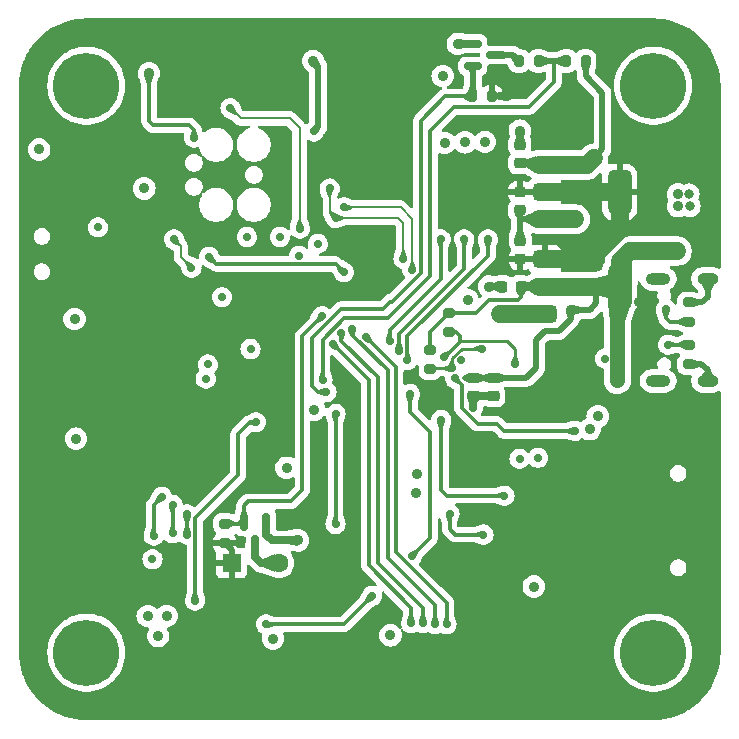
<source format=gbl>
G04 #@! TF.GenerationSoftware,KiCad,Pcbnew,8.0.4*
G04 #@! TF.CreationDate,2024-08-30T21:15:12+02:00*
G04 #@! TF.ProjectId,STARGLIDER_MainBoard_rev1,53544152-474c-4494-9445-525f4d61696e,rev?*
G04 #@! TF.SameCoordinates,Original*
G04 #@! TF.FileFunction,Copper,L4,Bot*
G04 #@! TF.FilePolarity,Positive*
%FSLAX46Y46*%
G04 Gerber Fmt 4.6, Leading zero omitted, Abs format (unit mm)*
G04 Created by KiCad (PCBNEW 8.0.4) date 2024-08-30 21:15:12*
%MOMM*%
%LPD*%
G01*
G04 APERTURE LIST*
G04 Aperture macros list*
%AMRoundRect*
0 Rectangle with rounded corners*
0 $1 Rounding radius*
0 $2 $3 $4 $5 $6 $7 $8 $9 X,Y pos of 4 corners*
0 Add a 4 corners polygon primitive as box body*
4,1,4,$2,$3,$4,$5,$6,$7,$8,$9,$2,$3,0*
0 Add four circle primitives for the rounded corners*
1,1,$1+$1,$2,$3*
1,1,$1+$1,$4,$5*
1,1,$1+$1,$6,$7*
1,1,$1+$1,$8,$9*
0 Add four rect primitives between the rounded corners*
20,1,$1+$1,$2,$3,$4,$5,0*
20,1,$1+$1,$4,$5,$6,$7,0*
20,1,$1+$1,$6,$7,$8,$9,0*
20,1,$1+$1,$8,$9,$2,$3,0*%
G04 Aperture macros list end*
G04 #@! TA.AperFunction,ComponentPad*
%ADD10C,5.600000*%
G04 #@! TD*
G04 #@! TA.AperFunction,ComponentPad*
%ADD11R,1.600000X1.600000*%
G04 #@! TD*
G04 #@! TA.AperFunction,ComponentPad*
%ADD12C,1.600000*%
G04 #@! TD*
G04 #@! TA.AperFunction,ComponentPad*
%ADD13O,2.100000X1.000000*%
G04 #@! TD*
G04 #@! TA.AperFunction,ComponentPad*
%ADD14O,1.800000X1.000000*%
G04 #@! TD*
G04 #@! TA.AperFunction,SMDPad,CuDef*
%ADD15RoundRect,0.200000X-0.275000X0.200000X-0.275000X-0.200000X0.275000X-0.200000X0.275000X0.200000X0*%
G04 #@! TD*
G04 #@! TA.AperFunction,SMDPad,CuDef*
%ADD16RoundRect,0.200000X0.275000X-0.200000X0.275000X0.200000X-0.275000X0.200000X-0.275000X-0.200000X0*%
G04 #@! TD*
G04 #@! TA.AperFunction,SMDPad,CuDef*
%ADD17RoundRect,0.225000X0.250000X-0.225000X0.250000X0.225000X-0.250000X0.225000X-0.250000X-0.225000X0*%
G04 #@! TD*
G04 #@! TA.AperFunction,SMDPad,CuDef*
%ADD18RoundRect,0.225000X-0.250000X0.225000X-0.250000X-0.225000X0.250000X-0.225000X0.250000X0.225000X0*%
G04 #@! TD*
G04 #@! TA.AperFunction,SMDPad,CuDef*
%ADD19RoundRect,0.375000X-0.625000X-0.375000X0.625000X-0.375000X0.625000X0.375000X-0.625000X0.375000X0*%
G04 #@! TD*
G04 #@! TA.AperFunction,SMDPad,CuDef*
%ADD20RoundRect,0.500000X-0.500000X-1.400000X0.500000X-1.400000X0.500000X1.400000X-0.500000X1.400000X0*%
G04 #@! TD*
G04 #@! TA.AperFunction,SMDPad,CuDef*
%ADD21RoundRect,0.225000X0.225000X0.250000X-0.225000X0.250000X-0.225000X-0.250000X0.225000X-0.250000X0*%
G04 #@! TD*
G04 #@! TA.AperFunction,SMDPad,CuDef*
%ADD22RoundRect,0.150000X-0.150000X0.587500X-0.150000X-0.587500X0.150000X-0.587500X0.150000X0.587500X0*%
G04 #@! TD*
G04 #@! TA.AperFunction,SMDPad,CuDef*
%ADD23RoundRect,0.200000X-0.200000X-0.275000X0.200000X-0.275000X0.200000X0.275000X-0.200000X0.275000X0*%
G04 #@! TD*
G04 #@! TA.AperFunction,SMDPad,CuDef*
%ADD24RoundRect,0.200000X0.200000X0.275000X-0.200000X0.275000X-0.200000X-0.275000X0.200000X-0.275000X0*%
G04 #@! TD*
G04 #@! TA.AperFunction,SMDPad,CuDef*
%ADD25RoundRect,0.150000X-0.587500X-0.150000X0.587500X-0.150000X0.587500X0.150000X-0.587500X0.150000X0*%
G04 #@! TD*
G04 #@! TA.AperFunction,ViaPad*
%ADD26C,0.900000*%
G04 #@! TD*
G04 #@! TA.AperFunction,ViaPad*
%ADD27C,0.700000*%
G04 #@! TD*
G04 #@! TA.AperFunction,ViaPad*
%ADD28C,0.800000*%
G04 #@! TD*
G04 #@! TA.AperFunction,ViaPad*
%ADD29C,1.000000*%
G04 #@! TD*
G04 #@! TA.AperFunction,Conductor*
%ADD30C,0.300000*%
G04 #@! TD*
G04 #@! TA.AperFunction,Conductor*
%ADD31C,0.500000*%
G04 #@! TD*
G04 #@! TA.AperFunction,Conductor*
%ADD32C,1.500000*%
G04 #@! TD*
G04 #@! TA.AperFunction,Conductor*
%ADD33C,1.300000*%
G04 #@! TD*
G04 #@! TA.AperFunction,Conductor*
%ADD34C,0.650000*%
G04 #@! TD*
G04 #@! TA.AperFunction,Conductor*
%ADD35C,0.200000*%
G04 #@! TD*
G04 #@! TA.AperFunction,Conductor*
%ADD36C,0.240000*%
G04 #@! TD*
G04 APERTURE END LIST*
D10*
X131000000Y-83000000D03*
D11*
X95300000Y-123400000D03*
D12*
X99300000Y-123400000D03*
D13*
X131425000Y-107995000D03*
D14*
X135605000Y-107995000D03*
D13*
X131425000Y-99355000D03*
D14*
X135605000Y-99355000D03*
D10*
X83000000Y-131000000D03*
X131000000Y-131000000D03*
X82999999Y-82999999D03*
D15*
X112100000Y-105350000D03*
X112100000Y-107000000D03*
D16*
X134000000Y-103000000D03*
X134000000Y-101350000D03*
D17*
X115750000Y-109275000D03*
X115750000Y-107725000D03*
D18*
X119700000Y-92000000D03*
X119700000Y-93550000D03*
D19*
X121850000Y-94300000D03*
X121850000Y-92000000D03*
D20*
X128150000Y-92000000D03*
D19*
X121850000Y-89700000D03*
X121850000Y-102300000D03*
X121850000Y-100000000D03*
D20*
X128150000Y-100000000D03*
D19*
X121850000Y-97700000D03*
D21*
X119775000Y-100000000D03*
X118225000Y-100000000D03*
D17*
X119750000Y-97675000D03*
X119750000Y-96125000D03*
D22*
X97300000Y-121800000D03*
X96350000Y-119925000D03*
X98250000Y-119925000D03*
D18*
X117500000Y-107725000D03*
X117500000Y-109275000D03*
D15*
X113710000Y-102220000D03*
X113710000Y-103870000D03*
D17*
X119700000Y-89550000D03*
X119700000Y-88000000D03*
D23*
X123633000Y-80906000D03*
X125283000Y-80906000D03*
D16*
X94700000Y-121725000D03*
X94700000Y-120075000D03*
D24*
X117325000Y-83906000D03*
X115675000Y-83906000D03*
D15*
X134000000Y-104920000D03*
X134000000Y-106570000D03*
D23*
X119633000Y-80906000D03*
X121283000Y-80906000D03*
D25*
X117600000Y-80400000D03*
X115725000Y-81350000D03*
X115725000Y-79450000D03*
D26*
X127950000Y-107950000D03*
X133000000Y-97000000D03*
X125625000Y-112075000D03*
X102200000Y-80900000D03*
X127930000Y-106980000D03*
X131000000Y-97000000D03*
X132000000Y-97000000D03*
X130000000Y-97000000D03*
X124000000Y-102000000D03*
D27*
X102250000Y-86875000D03*
X90300000Y-120900000D03*
X90300000Y-118500000D03*
X91500000Y-119300000D03*
X91500000Y-121000000D03*
X121250000Y-114500000D03*
D26*
X110975000Y-115900000D03*
X115275000Y-101175000D03*
X88200000Y-127900000D03*
X82130000Y-112890000D03*
X99950000Y-115350000D03*
D27*
X126900000Y-106100000D03*
X101000000Y-97400000D03*
D26*
X120300000Y-102300000D03*
D27*
X119675000Y-114575000D03*
D26*
X98800000Y-129825000D03*
D27*
X83975000Y-95000000D03*
D28*
X134100000Y-93225000D03*
D27*
X92100000Y-87400000D03*
D26*
X123300000Y-94300000D03*
D27*
X93300000Y-106600000D03*
D26*
X102300000Y-110425000D03*
D27*
X96900000Y-105300000D03*
D26*
X89075000Y-129600000D03*
D27*
X102600000Y-96375000D03*
X88600000Y-123100000D03*
X115750000Y-110250000D03*
D26*
X79000000Y-88400000D03*
D28*
X134025000Y-92175000D03*
D26*
X119700000Y-86800000D03*
X89800000Y-127900000D03*
X82000000Y-102750000D03*
D27*
X99400000Y-95800000D03*
D26*
X113175000Y-82175000D03*
X124400000Y-94300000D03*
X118000000Y-102300000D03*
D27*
X94500000Y-100900000D03*
D26*
X116744000Y-87756000D03*
X88300000Y-81925000D03*
X120887500Y-125400000D03*
D27*
X116700000Y-109275000D03*
D26*
X114450000Y-79450000D03*
X100900000Y-121500000D03*
X115044000Y-87794000D03*
X119100000Y-102300000D03*
X108750000Y-129525000D03*
X110925000Y-117500000D03*
X117100000Y-100000000D03*
D27*
X93100000Y-107800000D03*
D26*
X126300000Y-111000000D03*
X87900000Y-91700000D03*
D27*
X96600000Y-95800000D03*
D26*
X133100000Y-92200000D03*
D27*
X114750000Y-106250000D03*
D26*
X113344000Y-87844000D03*
X133100000Y-93200000D03*
X118600000Y-83900000D03*
X129800000Y-101275000D03*
X129700000Y-106100000D03*
D27*
X124600000Y-104175000D03*
D26*
X122475000Y-85100000D03*
D27*
X90400000Y-96000000D03*
X91900000Y-98400000D03*
D29*
X124900000Y-89700000D03*
X123500000Y-89700000D03*
D27*
X110500000Y-128500000D03*
X103900000Y-104900000D03*
X112500000Y-128600000D03*
X105500000Y-103600000D03*
X113500000Y-128600000D03*
X106700000Y-104300000D03*
X111500000Y-128500000D03*
X104600000Y-103900000D03*
X104100000Y-110800000D03*
X104100000Y-120100000D03*
X97375000Y-111500000D03*
X92200000Y-126600000D03*
X110400000Y-109100000D03*
X110600000Y-122800000D03*
X107200000Y-126200000D03*
X98200000Y-128600000D03*
X132225000Y-104925000D03*
X132075000Y-101925000D03*
X113050000Y-111300000D03*
X118400000Y-117700000D03*
X113750000Y-119250000D03*
X116625000Y-121000000D03*
X95200000Y-84900000D03*
X101075000Y-95100000D03*
X104100000Y-94200000D03*
X109850000Y-97650000D03*
X103600000Y-91700000D03*
X110600000Y-98600000D03*
X104800000Y-93300000D03*
X102987500Y-102512500D03*
X103325000Y-108925000D03*
X103000000Y-107900000D03*
X110175000Y-106250000D03*
X117000000Y-96000000D03*
X115000000Y-96000000D03*
X109475000Y-105425000D03*
X113000000Y-96000000D03*
X108675000Y-104625000D03*
X104800000Y-98800000D03*
X93400000Y-97500000D03*
X88700000Y-121100000D03*
X89400000Y-117800000D03*
X124350000Y-112225000D03*
X114226442Y-107773018D03*
X119300000Y-106550000D03*
X113250000Y-106000000D03*
X113925000Y-106925000D03*
X116500000Y-105250000D03*
D30*
X119775000Y-100875000D02*
X119775000Y-100000000D01*
D31*
X124000000Y-102780000D02*
X124000000Y-102000000D01*
D30*
X116000000Y-102220000D02*
X117090000Y-101130000D01*
X112100000Y-105350000D02*
X112100000Y-103830000D01*
D32*
X128150000Y-100000000D02*
X126170000Y-100000000D01*
D31*
X102625000Y-81325000D02*
X102200000Y-80900000D01*
X121850000Y-100000000D02*
X119875000Y-100000000D01*
X122980000Y-103800000D02*
X124000000Y-102780000D01*
D30*
X112100000Y-103830000D02*
X113710000Y-102220000D01*
D31*
X125610000Y-102000000D02*
X126190000Y-101420000D01*
X102625000Y-86500000D02*
X102625000Y-81325000D01*
D32*
X132000000Y-97000000D02*
X133000000Y-97000000D01*
D31*
X102250000Y-86875000D02*
X102625000Y-86500000D01*
D32*
X128150000Y-100000000D02*
X128150000Y-97850000D01*
D31*
X124000000Y-102000000D02*
X125610000Y-102000000D01*
X126190000Y-101420000D02*
X126190000Y-100020000D01*
D32*
X128150000Y-97850000D02*
X129000000Y-97000000D01*
D31*
X121050000Y-104550000D02*
X121800000Y-103800000D01*
D32*
X126170000Y-100000000D02*
X121850000Y-100000000D01*
D31*
X121800000Y-103800000D02*
X122980000Y-103800000D01*
X121050000Y-106920000D02*
X121050000Y-104550000D01*
X117500000Y-107725000D02*
X115750000Y-107725000D01*
D32*
X131000000Y-97000000D02*
X132000000Y-97000000D01*
D31*
X117500000Y-107725000D02*
X120245000Y-107725000D01*
X115750000Y-107725000D02*
X115025000Y-107725000D01*
D30*
X117090000Y-101130000D02*
X119520000Y-101130000D01*
X119520000Y-101130000D02*
X119775000Y-100875000D01*
D33*
X127950000Y-107950000D02*
X127950000Y-107000000D01*
X127950000Y-106960000D02*
X127950000Y-100200000D01*
D30*
X113710000Y-102220000D02*
X116000000Y-102220000D01*
D31*
X120245000Y-107725000D02*
X121050000Y-106920000D01*
D32*
X130000000Y-97000000D02*
X131000000Y-97000000D01*
X129000000Y-97000000D02*
X130000000Y-97000000D01*
D30*
X90300000Y-120900000D02*
X90300000Y-118500000D01*
X91500000Y-121000000D02*
X91500000Y-119300000D01*
D31*
X135150000Y-101350000D02*
X135600000Y-100900000D01*
D30*
X91725000Y-86350000D02*
X92100000Y-86725000D01*
X88675000Y-86350000D02*
X91725000Y-86350000D01*
D31*
X119700000Y-93550000D02*
X119700000Y-94300000D01*
D30*
X88300000Y-85975000D02*
X88675000Y-86350000D01*
D31*
X116700000Y-109275000D02*
X117500000Y-109275000D01*
X118225000Y-100000000D02*
X117100000Y-100000000D01*
D32*
X121850000Y-94300000D02*
X123300000Y-94300000D01*
D31*
X119700000Y-94300000D02*
X119700000Y-96075000D01*
D32*
X119100000Y-102300000D02*
X118000000Y-102300000D01*
D31*
X135600000Y-100500000D02*
X135605000Y-100495000D01*
D34*
X98700000Y-121500000D02*
X98250000Y-121050000D01*
D31*
X119700000Y-94300000D02*
X121850000Y-94300000D01*
X114450000Y-79450000D02*
X115725000Y-79450000D01*
X134000000Y-101350000D02*
X135150000Y-101350000D01*
X134000000Y-106570000D02*
X135070000Y-106570000D01*
X135070000Y-106570000D02*
X135605000Y-107105000D01*
D34*
X98250000Y-121050000D02*
X98250000Y-119925000D01*
D30*
X88300000Y-81925000D02*
X88300000Y-85975000D01*
D32*
X120300000Y-102300000D02*
X121850000Y-102300000D01*
D31*
X115750000Y-109275000D02*
X115750000Y-110250000D01*
X135605000Y-107105000D02*
X135605000Y-107995000D01*
X116700000Y-109275000D02*
X115750000Y-109275000D01*
D30*
X92100000Y-86725000D02*
X92100000Y-87400000D01*
D34*
X100900000Y-121500000D02*
X98700000Y-121500000D01*
D32*
X123300000Y-94300000D02*
X124400000Y-94300000D01*
D31*
X119700000Y-88000000D02*
X119700000Y-86800000D01*
X135600000Y-100900000D02*
X135600000Y-100500000D01*
X135605000Y-100495000D02*
X135605000Y-99355000D01*
D32*
X120300000Y-102300000D02*
X119100000Y-102300000D01*
D34*
X97800000Y-123400000D02*
X99300000Y-123400000D01*
X97300000Y-122900000D02*
X97800000Y-123400000D01*
X97300000Y-121800000D02*
X97300000Y-122900000D01*
D32*
X125100000Y-92000000D02*
X121850000Y-92000000D01*
D31*
X94725000Y-121725000D02*
X95300000Y-122300000D01*
D32*
X128150000Y-92000000D02*
X125100000Y-92000000D01*
D31*
X118600000Y-83900000D02*
X118606000Y-83906000D01*
X119750000Y-97675000D02*
X121825000Y-97675000D01*
X95300000Y-122300000D02*
X95300000Y-123400000D01*
X94700000Y-121725000D02*
X94725000Y-121725000D01*
X118594000Y-83906000D02*
X118600000Y-83900000D01*
D32*
X125700000Y-97700000D02*
X128150000Y-95250000D01*
D31*
X121850000Y-92000000D02*
X119700000Y-92000000D01*
D32*
X128150000Y-95250000D02*
X128150000Y-92000000D01*
X121850000Y-97700000D02*
X125700000Y-97700000D01*
D31*
X117325000Y-83906000D02*
X118594000Y-83906000D01*
D35*
X91000000Y-97500000D02*
X91000000Y-96900000D01*
X91000000Y-96600000D02*
X90400000Y-96000000D01*
X91000000Y-96900000D02*
X91000000Y-96600000D01*
X91900000Y-98400000D02*
X91000000Y-97500000D01*
D31*
X125283000Y-82183000D02*
X125283000Y-80906000D01*
X119700000Y-89550000D02*
X121700000Y-89550000D01*
X126700000Y-83600000D02*
X125283000Y-82183000D01*
D32*
X125400000Y-89700000D02*
X125700000Y-89400000D01*
D31*
X126700000Y-88400000D02*
X126700000Y-83600000D01*
X125950000Y-89150000D02*
X126700000Y-88400000D01*
D32*
X121850000Y-89700000D02*
X124900000Y-89700000D01*
X125800000Y-89300000D02*
X125950000Y-89150000D01*
X124900000Y-89700000D02*
X125400000Y-89700000D01*
D30*
X103900000Y-104900000D02*
X106900000Y-107900000D01*
X110500000Y-127200000D02*
X110500000Y-128500000D01*
X106900000Y-107900000D02*
X106900000Y-123600000D01*
X106900000Y-123600000D02*
X110500000Y-127200000D01*
X108500000Y-107092894D02*
X108500000Y-123000000D01*
X105500000Y-103600000D02*
X105500000Y-104092894D01*
X108500000Y-123000000D02*
X112500000Y-127000000D01*
X112500000Y-127000000D02*
X112500000Y-128600000D01*
X105500000Y-104092894D02*
X108500000Y-107092894D01*
X109200000Y-106800000D02*
X109200000Y-122500000D01*
X109200000Y-122500000D02*
X113500000Y-126800000D01*
X106700000Y-104300000D02*
X109200000Y-106800000D01*
X113500000Y-126800000D02*
X113500000Y-128600000D01*
X111500000Y-127200000D02*
X107700000Y-123400000D01*
X107700000Y-123400000D02*
X107700000Y-107700000D01*
X107700000Y-107700000D02*
X104600000Y-104600000D01*
X104600000Y-104600000D02*
X104600000Y-103900000D01*
X111500000Y-128500000D02*
X111500000Y-127200000D01*
X104100000Y-110800000D02*
X104100000Y-120100000D01*
X95850000Y-112525000D02*
X95850000Y-115950000D01*
X95850000Y-115950000D02*
X92200000Y-119600000D01*
X97375000Y-111500000D02*
X96875000Y-111500000D01*
X96875000Y-111500000D02*
X95850000Y-112525000D01*
X92200000Y-119600000D02*
X92200000Y-126600000D01*
X104800000Y-128600000D02*
X107200000Y-126200000D01*
X110600000Y-122800000D02*
X112100000Y-121300000D01*
X110400000Y-110600000D02*
X110400000Y-109100000D01*
X98200000Y-128600000D02*
X104800000Y-128600000D01*
X112100000Y-121300000D02*
X112100000Y-112300000D01*
X112100000Y-112300000D02*
X110400000Y-110600000D01*
X133995000Y-104925000D02*
X132225000Y-104925000D01*
X132075000Y-102675000D02*
X132075000Y-101925000D01*
X134000000Y-103000000D02*
X132400000Y-103000000D01*
X132400000Y-103000000D02*
X132075000Y-102675000D01*
X113050000Y-117250000D02*
X113050000Y-111300000D01*
X113500000Y-117700000D02*
X113050000Y-117250000D01*
X118400000Y-117700000D02*
X113500000Y-117700000D01*
X116625000Y-121000000D02*
X114200000Y-121000000D01*
X113750000Y-120550000D02*
X113750000Y-119250000D01*
X114200000Y-121000000D02*
X113750000Y-120550000D01*
D35*
X101050000Y-86600000D02*
X100225000Y-85775000D01*
X100225000Y-85775000D02*
X96075000Y-85775000D01*
X96075000Y-85775000D02*
X95200000Y-84900000D01*
X101075000Y-95100000D02*
X101050000Y-95075000D01*
X101050000Y-95075000D02*
X101050000Y-86600000D01*
X109850000Y-94650000D02*
X109400000Y-94200000D01*
X103600000Y-91700000D02*
X103600000Y-93700000D01*
D30*
X104100000Y-94200000D02*
X104000000Y-94200000D01*
D35*
X109400000Y-94200000D02*
X104100000Y-94200000D01*
X103600000Y-93700000D02*
X104100000Y-94200000D01*
X109850000Y-97650000D02*
X109850000Y-94650000D01*
X104800000Y-93300000D02*
X109600000Y-93300000D01*
X109600000Y-93300000D02*
X110600000Y-94300000D01*
X110600000Y-94300000D02*
X110600000Y-98600000D01*
D30*
X96700000Y-118200000D02*
X96350000Y-118550000D01*
X96350000Y-118550000D02*
X96350000Y-119925000D01*
X100300000Y-118200000D02*
X96700000Y-118200000D01*
X102987500Y-102512500D02*
X101300000Y-104200000D01*
X101300000Y-104200000D02*
X101300000Y-117200000D01*
X101300000Y-117200000D02*
X100300000Y-118200000D01*
X94700000Y-120075000D02*
X96200000Y-120075000D01*
D31*
X115725000Y-81350000D02*
X115725000Y-83814000D01*
D30*
X108100000Y-101900000D02*
X108700000Y-101300000D01*
X102100000Y-104389950D02*
X104589950Y-101900000D01*
X111300000Y-86000000D02*
X113394000Y-83906000D01*
X113394000Y-83906000D02*
X115675000Y-83906000D01*
X102625000Y-108925000D02*
X102100000Y-108400000D01*
X108889950Y-101300000D02*
X111300000Y-98889950D01*
X102100000Y-108400000D02*
X102100000Y-104389950D01*
X103325000Y-108925000D02*
X102625000Y-108925000D01*
X104589950Y-101900000D02*
X108100000Y-101900000D01*
X111300000Y-98889950D02*
X111300000Y-86000000D01*
X108700000Y-101300000D02*
X108889950Y-101300000D01*
D31*
X117600000Y-80400000D02*
X119127000Y-80400000D01*
X119127000Y-80400000D02*
X119633000Y-80906000D01*
X122400000Y-80906000D02*
X122600000Y-80906000D01*
D30*
X103000000Y-107900000D02*
X103000000Y-104510050D01*
X114100000Y-84800000D02*
X120500000Y-84800000D01*
X112100000Y-86800000D02*
X114100000Y-84800000D01*
X122600000Y-82700000D02*
X122600000Y-80906000D01*
X120500000Y-84800000D02*
X122600000Y-82700000D01*
X112100000Y-99100000D02*
X112100000Y-86800000D01*
D31*
X121283000Y-80906000D02*
X122400000Y-80906000D01*
D30*
X103000000Y-104510050D02*
X104810050Y-102700000D01*
D31*
X122600000Y-80906000D02*
X123633000Y-80906000D01*
D30*
X104810050Y-102700000D02*
X108500000Y-102700000D01*
X108500000Y-102700000D02*
X112100000Y-99100000D01*
X110175000Y-104225000D02*
X117000000Y-97400000D01*
X110175000Y-106250000D02*
X110175000Y-104225000D01*
X117000000Y-97400000D02*
X117000000Y-96000000D01*
X109475000Y-105425000D02*
X109475000Y-104025000D01*
X115000000Y-98500000D02*
X115000000Y-96000000D01*
X109475000Y-104025000D02*
X115000000Y-98500000D01*
X108675000Y-104625000D02*
X108675000Y-103703120D01*
X108675000Y-103703120D02*
X113000000Y-99378120D01*
X113000000Y-99378120D02*
X113000000Y-96000000D01*
X104100000Y-98100000D02*
X104800000Y-98800000D01*
X94000000Y-98100000D02*
X104100000Y-98100000D01*
X93400000Y-97500000D02*
X94000000Y-98100000D01*
X88700000Y-118500000D02*
X88700000Y-121100000D01*
X89400000Y-117800000D02*
X88700000Y-118500000D01*
X114226442Y-107774970D02*
X114226442Y-107773018D01*
X114776472Y-108325000D02*
X114226442Y-107774970D01*
X117756371Y-111625000D02*
X116135050Y-111625000D01*
X114776472Y-110266422D02*
X114776472Y-108325000D01*
X124350000Y-112225000D02*
X118356371Y-112225000D01*
X118356371Y-112225000D02*
X117756371Y-111625000D01*
X116135050Y-111625000D02*
X114776472Y-110266422D01*
X113710000Y-103870000D02*
X114310000Y-103870000D01*
X114310000Y-103870000D02*
X114670000Y-104230000D01*
D36*
X113250000Y-106000000D02*
X114670000Y-104580000D01*
X114670000Y-104580000D02*
X118580000Y-104580000D01*
X118580000Y-104580000D02*
X119300000Y-105300000D01*
D30*
X114670000Y-104230000D02*
X114670000Y-104580000D01*
D36*
X119300000Y-105300000D02*
X119300000Y-106550000D01*
X114000000Y-106052476D02*
X114802476Y-105250000D01*
X113925000Y-106925000D02*
X114000000Y-106850000D01*
X113925000Y-106925000D02*
X112175000Y-106925000D01*
X114802476Y-105250000D02*
X116500000Y-105250000D01*
X114000000Y-106850000D02*
X114000000Y-106052476D01*
G04 #@! TA.AperFunction,Conductor*
G36*
X96057193Y-119696516D02*
G01*
X96139911Y-119760843D01*
X96341732Y-119917793D01*
X96346160Y-119925576D01*
X96343786Y-119934210D01*
X96343761Y-119934242D01*
X96054832Y-120303157D01*
X96047033Y-120307557D01*
X96042455Y-120307206D01*
X95758534Y-120227398D01*
X95751497Y-120221861D01*
X95750000Y-120216135D01*
X95750000Y-119930710D01*
X95753427Y-119922437D01*
X95754498Y-119921490D01*
X96042815Y-119696527D01*
X96051444Y-119694140D01*
X96057193Y-119696516D01*
G37*
G04 #@! TD.AperFunction*
G04 #@! TA.AperFunction,Conductor*
G36*
X104249620Y-119403427D02*
G01*
X104252534Y-119408274D01*
X104420252Y-119955920D01*
X104419398Y-119964834D01*
X104413571Y-119970144D01*
X104104506Y-120099119D01*
X104095551Y-120099142D01*
X104095494Y-120099119D01*
X103786428Y-119970144D01*
X103780113Y-119963795D01*
X103779747Y-119955922D01*
X103947466Y-119408273D01*
X103953165Y-119401367D01*
X103958653Y-119400000D01*
X104241347Y-119400000D01*
X104249620Y-119403427D01*
G37*
G04 #@! TD.AperFunction*
G04 #@! TA.AperFunction,Conductor*
G36*
X116695358Y-108929124D02*
G01*
X116699920Y-108936829D01*
X116700038Y-108938451D01*
X116701000Y-109275000D01*
X116701000Y-109275066D01*
X116700038Y-109611548D01*
X116696587Y-109619812D01*
X116688305Y-109623215D01*
X116686683Y-109623097D01*
X116010045Y-109526435D01*
X116002340Y-109521873D01*
X116000000Y-109514853D01*
X116000000Y-109035147D01*
X116003427Y-109026874D01*
X116010045Y-109023565D01*
X116686684Y-108926902D01*
X116695358Y-108929124D01*
G37*
G04 #@! TD.AperFunction*
G04 #@! TA.AperFunction,Conductor*
G36*
X120106122Y-99552854D02*
G01*
X120667132Y-99747273D01*
X120673826Y-99753219D01*
X120675000Y-99758327D01*
X120675000Y-100241672D01*
X120671573Y-100249945D01*
X120667131Y-100252727D01*
X120106122Y-100447145D01*
X120097183Y-100446616D01*
X120092795Y-100442925D01*
X119778919Y-100006835D01*
X119776867Y-99998118D01*
X119778919Y-99993165D01*
X120092795Y-99557073D01*
X120100409Y-99552361D01*
X120106122Y-99552854D01*
G37*
G04 #@! TD.AperFunction*
G04 #@! TA.AperFunction,Conductor*
G36*
X115973362Y-83034427D02*
G01*
X115976630Y-83040777D01*
X116073778Y-83623668D01*
X116071758Y-83632391D01*
X116068882Y-83635221D01*
X115682799Y-83901618D01*
X115674043Y-83903496D01*
X115668115Y-83900489D01*
X115387612Y-83635221D01*
X115300367Y-83552714D01*
X115296712Y-83544541D01*
X115297359Y-83540366D01*
X115472263Y-83038846D01*
X115478223Y-83032164D01*
X115483310Y-83031000D01*
X115965089Y-83031000D01*
X115973362Y-83034427D01*
G37*
G04 #@! TD.AperFunction*
G04 #@! TA.AperFunction,Conductor*
G36*
X124214834Y-111905601D02*
G01*
X124220144Y-111911428D01*
X124349119Y-112220494D01*
X124349142Y-112229449D01*
X124349119Y-112229506D01*
X124220144Y-112538571D01*
X124213795Y-112544886D01*
X124205920Y-112545252D01*
X123658274Y-112377533D01*
X123651367Y-112371834D01*
X123650000Y-112366346D01*
X123650000Y-112083653D01*
X123653427Y-112075380D01*
X123658274Y-112072466D01*
X124205921Y-111904747D01*
X124214834Y-111905601D01*
G37*
G04 #@! TD.AperFunction*
G04 #@! TA.AperFunction,Conductor*
G36*
X115004478Y-96000868D02*
G01*
X115218891Y-96090344D01*
X115313571Y-96129855D01*
X115319886Y-96136204D01*
X115320252Y-96144079D01*
X115152534Y-96691726D01*
X115146835Y-96698633D01*
X115141347Y-96700000D01*
X114858653Y-96700000D01*
X114850380Y-96696573D01*
X114847466Y-96691726D01*
X114679747Y-96144079D01*
X114680601Y-96135165D01*
X114686427Y-96129855D01*
X114995494Y-96000879D01*
X115004449Y-96000857D01*
X115004478Y-96000868D01*
G37*
G04 #@! TD.AperFunction*
G04 #@! TA.AperFunction,Conductor*
G36*
X121087339Y-99284025D02*
G01*
X121841896Y-99991465D01*
X121845588Y-99999623D01*
X121842429Y-100008002D01*
X121841896Y-100008535D01*
X121087339Y-100715974D01*
X121078960Y-100719133D01*
X121074271Y-100717985D01*
X120106634Y-100253186D01*
X120100660Y-100246515D01*
X120100000Y-100242640D01*
X120100000Y-99757359D01*
X120103427Y-99749086D01*
X120106632Y-99746814D01*
X121074272Y-99282013D01*
X121083212Y-99281520D01*
X121087339Y-99284025D01*
G37*
G04 #@! TD.AperFunction*
G04 #@! TA.AperFunction,Conductor*
G36*
X96499995Y-118890927D02*
G01*
X96502755Y-118895306D01*
X96637027Y-119275694D01*
X96636676Y-119284361D01*
X96360682Y-119902091D01*
X96354179Y-119908246D01*
X96345227Y-119908000D01*
X96339318Y-119902091D01*
X96063323Y-119284361D01*
X96062972Y-119275694D01*
X96197245Y-118895306D01*
X96203230Y-118888645D01*
X96208278Y-118887500D01*
X96491722Y-118887500D01*
X96499995Y-118890927D01*
G37*
G04 #@! TD.AperFunction*
G04 #@! TA.AperFunction,Conductor*
G36*
X103604478Y-91700868D02*
G01*
X103912769Y-91829520D01*
X103919084Y-91835869D01*
X103919146Y-91844612D01*
X103702922Y-92392594D01*
X103696698Y-92399032D01*
X103692039Y-92400000D01*
X103507961Y-92400000D01*
X103499688Y-92396573D01*
X103497078Y-92392594D01*
X103280853Y-91844612D01*
X103281004Y-91835659D01*
X103287228Y-91829520D01*
X103595494Y-91700879D01*
X103604449Y-91700857D01*
X103604478Y-91700868D01*
G37*
G04 #@! TD.AperFunction*
G04 #@! TA.AperFunction,Conductor*
G36*
X120106649Y-86968418D02*
G01*
X120112968Y-86974763D01*
X120113557Y-86981816D01*
X119952073Y-87690898D01*
X119946895Y-87698204D01*
X119940665Y-87700000D01*
X119459335Y-87700000D01*
X119451062Y-87696573D01*
X119447927Y-87690898D01*
X119286442Y-86981816D01*
X119287946Y-86972988D01*
X119293349Y-86968418D01*
X119695501Y-86800873D01*
X119704452Y-86800855D01*
X120106649Y-86968418D01*
G37*
G04 #@! TD.AperFunction*
G04 #@! TA.AperFunction,Conductor*
G36*
X110995026Y-122205078D02*
G01*
X111194921Y-122404973D01*
X111198348Y-122413246D01*
X111196981Y-122418734D01*
X110928331Y-122924573D01*
X110921424Y-122930272D01*
X110913549Y-122929906D01*
X110603808Y-122802563D01*
X110597460Y-122796249D01*
X110470093Y-122486449D01*
X110470116Y-122477495D01*
X110475425Y-122471668D01*
X110981267Y-122203017D01*
X110990179Y-122202164D01*
X110995026Y-122205078D01*
G37*
G04 #@! TD.AperFunction*
G04 #@! TA.AperFunction,Conductor*
G36*
X103189834Y-108605601D02*
G01*
X103195144Y-108611428D01*
X103324119Y-108920494D01*
X103324142Y-108929449D01*
X103324119Y-108929506D01*
X103195144Y-109238571D01*
X103188795Y-109244886D01*
X103180920Y-109245252D01*
X102633274Y-109077533D01*
X102626367Y-109071834D01*
X102625000Y-109066346D01*
X102625000Y-108783653D01*
X102628427Y-108775380D01*
X102633274Y-108772466D01*
X103180921Y-108604747D01*
X103189834Y-108605601D01*
G37*
G04 #@! TD.AperFunction*
G04 #@! TA.AperFunction,Conductor*
G36*
X115328849Y-83513065D02*
G01*
X115669155Y-83898253D01*
X115672065Y-83906722D01*
X115669155Y-83913747D01*
X115328849Y-84298934D01*
X115320803Y-84302865D01*
X115314376Y-84301402D01*
X114880995Y-84059348D01*
X114875443Y-84052322D01*
X114875000Y-84049133D01*
X114875000Y-83762866D01*
X114878427Y-83754593D01*
X114880991Y-83752653D01*
X115314376Y-83510596D01*
X115323270Y-83509555D01*
X115328849Y-83513065D01*
G37*
G04 #@! TD.AperFunction*
G04 #@! TA.AperFunction,Conductor*
G36*
X92191813Y-86614377D02*
G01*
X92194571Y-86618751D01*
X92419669Y-87255626D01*
X92419195Y-87264568D01*
X92413144Y-87270323D01*
X92105203Y-87398830D01*
X92096248Y-87398853D01*
X92096208Y-87398837D01*
X91787681Y-87270647D01*
X91781356Y-87264308D01*
X91781365Y-87255353D01*
X91781412Y-87255242D01*
X91975375Y-86815387D01*
X91977802Y-86811842D01*
X92175268Y-86614376D01*
X92183540Y-86610950D01*
X92191813Y-86614377D01*
G37*
G04 #@! TD.AperFunction*
G04 #@! TA.AperFunction,Conductor*
G36*
X131002443Y-77300596D02*
G01*
X131442304Y-77317878D01*
X131451999Y-77318640D01*
X131886780Y-77370099D01*
X131896376Y-77371620D01*
X132325764Y-77457031D01*
X132335195Y-77459295D01*
X132756553Y-77578130D01*
X132765787Y-77581130D01*
X132983588Y-77661481D01*
X133176534Y-77732663D01*
X133185528Y-77736389D01*
X133583092Y-77919667D01*
X133591768Y-77924088D01*
X133973734Y-78138000D01*
X133982036Y-78143087D01*
X134346031Y-78386301D01*
X134353905Y-78392022D01*
X134697711Y-78663056D01*
X134705102Y-78669369D01*
X135026583Y-78966543D01*
X135033456Y-78973416D01*
X135330625Y-79294891D01*
X135336948Y-79302294D01*
X135607975Y-79646091D01*
X135613698Y-79653968D01*
X135856912Y-80017963D01*
X135861999Y-80026265D01*
X136075911Y-80408231D01*
X136080332Y-80416907D01*
X136263610Y-80814471D01*
X136267336Y-80823465D01*
X136418865Y-81234199D01*
X136421873Y-81243460D01*
X136540699Y-81664787D01*
X136542972Y-81674254D01*
X136628377Y-82103613D01*
X136629901Y-82113230D01*
X136681358Y-82547995D01*
X136682121Y-82557700D01*
X136699404Y-82997554D01*
X136699500Y-83002423D01*
X136699500Y-98383770D01*
X136679815Y-98450809D01*
X136627011Y-98496564D01*
X136557853Y-98506508D01*
X136506610Y-98486873D01*
X136478918Y-98468370D01*
X136478907Y-98468364D01*
X136296839Y-98392950D01*
X136296829Y-98392947D01*
X136103543Y-98354500D01*
X136103541Y-98354500D01*
X135106459Y-98354500D01*
X135106457Y-98354500D01*
X134913170Y-98392947D01*
X134913160Y-98392950D01*
X134731092Y-98468364D01*
X134731079Y-98468371D01*
X134567218Y-98577860D01*
X134567214Y-98577863D01*
X134427863Y-98717214D01*
X134427860Y-98717218D01*
X134318371Y-98881079D01*
X134318364Y-98881092D01*
X134242950Y-99063160D01*
X134242947Y-99063170D01*
X134204500Y-99256456D01*
X134204500Y-99256459D01*
X134204500Y-99453541D01*
X134204500Y-99453543D01*
X134204499Y-99453543D01*
X134242947Y-99646829D01*
X134242950Y-99646839D01*
X134318364Y-99828907D01*
X134318371Y-99828920D01*
X134427860Y-99992781D01*
X134427863Y-99992785D01*
X134567214Y-100132136D01*
X134567218Y-100132139D01*
X134711589Y-100228605D01*
X134754066Y-100277181D01*
X134786811Y-100344062D01*
X134798611Y-100412928D01*
X134771306Y-100477241D01*
X134713565Y-100516583D01*
X134644526Y-100518672D01*
X134484390Y-100477442D01*
X134484356Y-100477435D01*
X134460919Y-100473215D01*
X134446007Y-100469564D01*
X134402205Y-100455916D01*
X134402196Y-100455914D01*
X134402185Y-100455913D01*
X134331616Y-100449500D01*
X133668384Y-100449500D01*
X133649145Y-100451248D01*
X133597807Y-100455913D01*
X133435393Y-100506522D01*
X133289811Y-100594530D01*
X133169530Y-100714811D01*
X133081522Y-100860393D01*
X133030913Y-101022807D01*
X133024500Y-101093386D01*
X133024500Y-101405808D01*
X133004815Y-101472847D01*
X132952011Y-101518602D01*
X132882853Y-101528546D01*
X132819297Y-101499521D01*
X132793113Y-101467808D01*
X132786536Y-101456417D01*
X132766859Y-101422335D01*
X132711931Y-101361331D01*
X132647235Y-101289478D01*
X132647232Y-101289476D01*
X132647231Y-101289475D01*
X132647230Y-101289474D01*
X132502593Y-101184388D01*
X132502592Y-101184387D01*
X132499854Y-101182398D01*
X132457189Y-101127067D01*
X132451210Y-101057454D01*
X132465355Y-101020076D01*
X132470599Y-101010994D01*
X132510500Y-100862083D01*
X132510500Y-100707917D01*
X132470599Y-100559006D01*
X132393516Y-100425495D01*
X132393514Y-100425493D01*
X132389452Y-100418457D01*
X132392454Y-100416723D01*
X132373005Y-100366469D01*
X132387018Y-100298019D01*
X132435814Y-100248012D01*
X132448604Y-100241796D01*
X132448902Y-100241636D01*
X132448914Y-100241632D01*
X132612782Y-100132139D01*
X132752139Y-99992782D01*
X132861632Y-99828914D01*
X132937051Y-99646835D01*
X132958181Y-99540610D01*
X132975500Y-99453543D01*
X132975500Y-99256456D01*
X132937052Y-99063170D01*
X132937051Y-99063169D01*
X132937051Y-99063165D01*
X132925603Y-99035526D01*
X132861635Y-98881092D01*
X132861628Y-98881079D01*
X132752139Y-98717218D01*
X132752136Y-98717214D01*
X132612785Y-98577863D01*
X132612781Y-98577860D01*
X132462735Y-98477602D01*
X132417930Y-98423990D01*
X132409223Y-98354665D01*
X132439378Y-98291637D01*
X132498821Y-98254918D01*
X132531626Y-98250500D01*
X133098422Y-98250500D01*
X133292826Y-98219709D01*
X133327382Y-98208481D01*
X133480025Y-98158884D01*
X133655405Y-98069524D01*
X133814646Y-97953828D01*
X133953828Y-97814646D01*
X134069524Y-97655405D01*
X134158884Y-97480025D01*
X134219709Y-97292826D01*
X134230252Y-97226261D01*
X134250500Y-97098422D01*
X134250500Y-96901577D01*
X134219709Y-96707173D01*
X134180555Y-96586670D01*
X134158884Y-96519975D01*
X134158882Y-96519972D01*
X134158882Y-96519970D01*
X134087379Y-96379638D01*
X134069524Y-96344595D01*
X133953828Y-96185354D01*
X133814646Y-96046172D01*
X133655405Y-95930476D01*
X133621752Y-95913329D01*
X133480029Y-95841117D01*
X133292826Y-95780290D01*
X133098422Y-95749500D01*
X133098417Y-95749500D01*
X132098417Y-95749500D01*
X131098417Y-95749500D01*
X130098417Y-95749500D01*
X128901583Y-95749500D01*
X128901578Y-95749500D01*
X128750853Y-95773373D01*
X128750852Y-95773373D01*
X128707174Y-95780290D01*
X128707173Y-95780290D01*
X128519970Y-95841117D01*
X128344594Y-95930476D01*
X128253742Y-95996484D01*
X128185355Y-96046171D01*
X128185353Y-96046173D01*
X128185352Y-96046173D01*
X127196174Y-97035351D01*
X127196174Y-97035352D01*
X127196172Y-97035354D01*
X127167005Y-97075499D01*
X127080476Y-97194594D01*
X126991115Y-97369973D01*
X126991114Y-97369976D01*
X126945674Y-97509830D01*
X126930291Y-97557172D01*
X126930290Y-97557177D01*
X126899500Y-97751577D01*
X126899500Y-97893053D01*
X126879815Y-97960092D01*
X126871602Y-97971413D01*
X126810305Y-98046587D01*
X126716089Y-98226954D01*
X126679547Y-98354665D01*
X126662727Y-98413452D01*
X126660114Y-98422583D01*
X126660113Y-98422586D01*
X126651669Y-98517566D01*
X126626125Y-98582599D01*
X126569476Y-98623498D01*
X126558231Y-98626883D01*
X126082574Y-98745798D01*
X126052499Y-98749500D01*
X123314229Y-98749500D01*
X123247190Y-98729815D01*
X123201435Y-98677011D01*
X123191491Y-98607853D01*
X123214246Y-98555489D01*
X123212989Y-98554686D01*
X123216609Y-98549022D01*
X123301168Y-98378523D01*
X123347102Y-98193824D01*
X123350000Y-98151096D01*
X123350000Y-97950000D01*
X120383362Y-97950000D01*
X120316323Y-97930315D01*
X120309727Y-97925000D01*
X120000000Y-97925000D01*
X120000000Y-98624999D01*
X120048308Y-98624999D01*
X120048322Y-98624998D01*
X120147607Y-98614855D01*
X120308486Y-98561545D01*
X120338976Y-98542738D01*
X120406368Y-98524295D01*
X120473032Y-98545215D01*
X120500724Y-98570587D01*
X120602632Y-98697366D01*
X120602633Y-98697367D01*
X120644299Y-98730859D01*
X120684218Y-98788202D01*
X120686798Y-98858024D01*
X120651220Y-98918157D01*
X120620302Y-98939280D01*
X120355236Y-99066603D01*
X120286283Y-99077886D01*
X120275380Y-99075715D01*
X120275319Y-99076005D01*
X120274042Y-99075732D01*
X120270149Y-99074674D01*
X120268520Y-99074350D01*
X120268216Y-99074266D01*
X120268246Y-99074157D01*
X120260962Y-99072178D01*
X120147711Y-99034651D01*
X120048346Y-99024500D01*
X119501662Y-99024500D01*
X119501644Y-99024501D01*
X119402292Y-99034650D01*
X119402289Y-99034651D01*
X119241305Y-99087996D01*
X119241294Y-99088001D01*
X119096959Y-99177029D01*
X119096955Y-99177032D01*
X119087681Y-99186307D01*
X119026358Y-99219792D01*
X118956666Y-99214808D01*
X118912319Y-99186307D01*
X118903044Y-99177032D01*
X118903040Y-99177029D01*
X118758705Y-99088001D01*
X118758699Y-99087998D01*
X118758697Y-99087997D01*
X118722507Y-99076005D01*
X118597709Y-99034651D01*
X118498346Y-99024500D01*
X117951662Y-99024500D01*
X117951644Y-99024501D01*
X117852292Y-99034650D01*
X117852285Y-99034652D01*
X117739563Y-99072004D01*
X117732573Y-99073872D01*
X117732628Y-99074075D01*
X117728347Y-99075223D01*
X117696381Y-99086301D01*
X117694804Y-99086836D01*
X117687049Y-99089407D01*
X117684832Y-99090303D01*
X117597385Y-99120608D01*
X117529248Y-99124348D01*
X117459639Y-99108495D01*
X117394064Y-99093562D01*
X117383374Y-99091249D01*
X117383370Y-99091248D01*
X117378718Y-99090242D01*
X117378738Y-99090148D01*
X117365298Y-99087206D01*
X117286331Y-99063253D01*
X117285387Y-99063160D01*
X117100000Y-99044901D01*
X117099999Y-99044901D01*
X116913668Y-99063252D01*
X116913666Y-99063253D01*
X116734497Y-99117604D01*
X116569376Y-99205862D01*
X116569373Y-99205864D01*
X116424642Y-99324642D01*
X116305864Y-99469373D01*
X116305862Y-99469376D01*
X116217604Y-99634497D01*
X116163253Y-99813666D01*
X116163252Y-99813668D01*
X116144901Y-100000000D01*
X116163252Y-100186331D01*
X116163253Y-100186333D01*
X116217604Y-100365502D01*
X116305862Y-100530623D01*
X116305864Y-100530626D01*
X116424643Y-100675358D01*
X116428764Y-100678740D01*
X116468098Y-100736486D01*
X116469967Y-100806331D01*
X116437779Y-100862273D01*
X116381223Y-100918829D01*
X116319900Y-100952314D01*
X116250208Y-100947330D01*
X116194275Y-100905458D01*
X116174883Y-100867146D01*
X116157396Y-100809499D01*
X116149498Y-100794723D01*
X116069137Y-100644376D01*
X116069135Y-100644373D01*
X115950357Y-100499642D01*
X115805626Y-100380864D01*
X115805623Y-100380862D01*
X115640502Y-100292604D01*
X115461333Y-100238253D01*
X115461331Y-100238252D01*
X115376644Y-100229912D01*
X115311857Y-100203751D01*
X115271498Y-100146717D01*
X115268381Y-100076917D01*
X115301117Y-100018828D01*
X116295445Y-99024501D01*
X117371624Y-97948322D01*
X118775001Y-97948322D01*
X118785144Y-98047607D01*
X118838452Y-98208481D01*
X118838457Y-98208492D01*
X118927424Y-98352728D01*
X118927427Y-98352732D01*
X119047267Y-98472572D01*
X119047271Y-98472575D01*
X119191507Y-98561542D01*
X119191518Y-98561547D01*
X119352393Y-98614855D01*
X119451683Y-98624999D01*
X119499999Y-98624998D01*
X119500000Y-98624998D01*
X119500000Y-97925000D01*
X118775001Y-97925000D01*
X118775001Y-97948322D01*
X117371624Y-97948322D01*
X117505277Y-97814669D01*
X117576466Y-97708126D01*
X117619521Y-97604181D01*
X117625501Y-97589744D01*
X117641397Y-97509831D01*
X117650500Y-97464071D01*
X117650500Y-96810558D01*
X117655936Y-96774247D01*
X117803594Y-96292103D01*
X117811365Y-96263823D01*
X117811365Y-96263816D01*
X117812331Y-96258582D01*
X117812575Y-96258627D01*
X117816745Y-96238591D01*
X117836497Y-96177803D01*
X117855185Y-96000000D01*
X117836497Y-95822197D01*
X117799577Y-95708570D01*
X117781252Y-95652170D01*
X117781249Y-95652164D01*
X117776174Y-95643373D01*
X117691859Y-95497335D01*
X117645003Y-95445296D01*
X117572235Y-95364478D01*
X117572232Y-95364476D01*
X117572231Y-95364475D01*
X117572230Y-95364474D01*
X117427593Y-95259388D01*
X117264267Y-95186671D01*
X117264265Y-95186670D01*
X117099722Y-95151696D01*
X117089391Y-95149500D01*
X116910609Y-95149500D01*
X116900278Y-95151696D01*
X116735733Y-95186670D01*
X116735728Y-95186672D01*
X116572408Y-95259387D01*
X116427768Y-95364475D01*
X116308140Y-95497336D01*
X116218750Y-95652164D01*
X116218747Y-95652170D01*
X116163504Y-95822192D01*
X116163503Y-95822194D01*
X116144815Y-96000000D01*
X116163503Y-96177805D01*
X116163504Y-96177807D01*
X116189444Y-96257642D01*
X116194038Y-96276888D01*
X116196406Y-96292107D01*
X116344064Y-96774246D01*
X116349500Y-96810557D01*
X116349500Y-97079192D01*
X116329815Y-97146231D01*
X116313181Y-97166873D01*
X115862181Y-97617873D01*
X115800858Y-97651358D01*
X115731166Y-97646374D01*
X115675233Y-97604502D01*
X115650816Y-97539038D01*
X115650500Y-97530192D01*
X115650500Y-96810558D01*
X115655936Y-96774247D01*
X115803594Y-96292103D01*
X115811365Y-96263823D01*
X115811365Y-96263816D01*
X115812331Y-96258582D01*
X115812575Y-96258627D01*
X115816745Y-96238591D01*
X115836497Y-96177803D01*
X115855185Y-96000000D01*
X115836497Y-95822197D01*
X115799577Y-95708570D01*
X115781252Y-95652170D01*
X115781249Y-95652164D01*
X115776174Y-95643373D01*
X115691859Y-95497335D01*
X115645003Y-95445296D01*
X115572235Y-95364478D01*
X115572232Y-95364476D01*
X115572231Y-95364475D01*
X115572230Y-95364474D01*
X115427593Y-95259388D01*
X115264267Y-95186671D01*
X115264265Y-95186670D01*
X115099722Y-95151696D01*
X115089391Y-95149500D01*
X114910609Y-95149500D01*
X114900278Y-95151696D01*
X114735733Y-95186670D01*
X114735728Y-95186672D01*
X114572408Y-95259387D01*
X114427768Y-95364475D01*
X114308140Y-95497336D01*
X114218750Y-95652164D01*
X114218747Y-95652170D01*
X114163504Y-95822192D01*
X114163503Y-95822194D01*
X114144815Y-96000000D01*
X114163503Y-96177805D01*
X114163504Y-96177807D01*
X114189444Y-96257642D01*
X114194038Y-96276888D01*
X114196406Y-96292107D01*
X114344064Y-96774246D01*
X114349500Y-96810557D01*
X114349500Y-98179192D01*
X114329815Y-98246231D01*
X114313181Y-98266873D01*
X113862181Y-98717873D01*
X113800858Y-98751358D01*
X113731166Y-98746374D01*
X113675233Y-98704502D01*
X113650816Y-98639038D01*
X113650500Y-98630192D01*
X113650500Y-96810558D01*
X113655936Y-96774247D01*
X113803594Y-96292103D01*
X113811365Y-96263823D01*
X113811365Y-96263816D01*
X113812331Y-96258582D01*
X113812575Y-96258627D01*
X113816745Y-96238591D01*
X113836497Y-96177803D01*
X113855185Y-96000000D01*
X113836497Y-95822197D01*
X113799577Y-95708570D01*
X113781252Y-95652170D01*
X113781249Y-95652164D01*
X113776174Y-95643373D01*
X113691859Y-95497335D01*
X113645003Y-95445296D01*
X113572235Y-95364478D01*
X113572232Y-95364476D01*
X113572231Y-95364475D01*
X113572230Y-95364474D01*
X113427593Y-95259388D01*
X113264267Y-95186671D01*
X113264265Y-95186670D01*
X113099722Y-95151696D01*
X113089391Y-95149500D01*
X112910609Y-95149500D01*
X112900278Y-95151696D01*
X112830611Y-95146378D01*
X112774878Y-95104239D01*
X112750775Y-95038659D01*
X112750500Y-95030405D01*
X112750500Y-93276647D01*
X118724500Y-93276647D01*
X118724500Y-93823337D01*
X118724501Y-93823355D01*
X118734650Y-93922707D01*
X118734651Y-93922710D01*
X118787996Y-94083694D01*
X118788001Y-94083705D01*
X118877029Y-94228040D01*
X118877032Y-94228044D01*
X118913181Y-94264193D01*
X118946666Y-94325516D01*
X118949500Y-94351874D01*
X118949500Y-95123431D01*
X118945271Y-95155540D01*
X118806016Y-95674981D01*
X118804045Y-95688057D01*
X118799138Y-95708570D01*
X118784651Y-95752291D01*
X118774500Y-95851647D01*
X118774500Y-96398337D01*
X118774501Y-96398355D01*
X118784650Y-96497707D01*
X118784651Y-96497710D01*
X118837996Y-96658694D01*
X118838001Y-96658705D01*
X118927029Y-96803040D01*
X118927032Y-96803044D01*
X118936660Y-96812672D01*
X118970145Y-96873995D01*
X118965161Y-96943687D01*
X118936663Y-96988031D01*
X118927428Y-96997265D01*
X118927424Y-96997271D01*
X118838457Y-97141507D01*
X118838452Y-97141518D01*
X118785144Y-97302393D01*
X118775000Y-97401677D01*
X118775000Y-97425000D01*
X120691638Y-97425000D01*
X120758677Y-97444685D01*
X120765273Y-97450000D01*
X121600000Y-97450000D01*
X122100000Y-97450000D01*
X123350000Y-97450000D01*
X123350000Y-97248903D01*
X123347102Y-97206175D01*
X123301168Y-97021476D01*
X123216609Y-96850977D01*
X123216607Y-96850974D01*
X123097367Y-96702633D01*
X123097366Y-96702632D01*
X122949025Y-96583392D01*
X122949022Y-96583390D01*
X122778523Y-96498831D01*
X122593824Y-96452897D01*
X122551097Y-96450000D01*
X122100000Y-96450000D01*
X122100000Y-97450000D01*
X121600000Y-97450000D01*
X121600000Y-96450000D01*
X121148903Y-96450000D01*
X121106175Y-96452897D01*
X120921477Y-96498831D01*
X120904590Y-96507206D01*
X120835785Y-96519355D01*
X120771334Y-96492377D01*
X120731700Y-96434837D01*
X120725499Y-96396122D01*
X120725499Y-95851656D01*
X120724422Y-95841117D01*
X120715349Y-95752292D01*
X120711102Y-95739475D01*
X120670888Y-95618118D01*
X120668487Y-95548295D01*
X120704218Y-95488253D01*
X120766739Y-95457060D01*
X120836198Y-95464620D01*
X120842284Y-95467345D01*
X120855391Y-95473641D01*
X120855393Y-95473642D01*
X120855398Y-95473644D01*
X120882658Y-95483408D01*
X120895914Y-95489047D01*
X120921307Y-95501641D01*
X121106111Y-95547600D01*
X121148877Y-95550500D01*
X121741580Y-95550499D01*
X121741594Y-95550500D01*
X121751583Y-95550500D01*
X124498422Y-95550500D01*
X124692826Y-95519709D01*
X124880025Y-95458884D01*
X125055405Y-95369524D01*
X125214646Y-95253828D01*
X125353828Y-95114646D01*
X125469524Y-94955405D01*
X125558884Y-94780025D01*
X125619709Y-94592826D01*
X125634833Y-94497336D01*
X125650500Y-94398422D01*
X125650500Y-94201577D01*
X125619709Y-94007173D01*
X125559982Y-93823355D01*
X125558884Y-93819975D01*
X125558882Y-93819972D01*
X125558882Y-93819970D01*
X125469523Y-93644594D01*
X125353828Y-93485354D01*
X125326474Y-93458000D01*
X126650000Y-93458000D01*
X126660608Y-93577325D01*
X126660609Y-93577328D01*
X126716557Y-93772861D01*
X126810721Y-93953129D01*
X126939246Y-94110753D01*
X127096870Y-94239278D01*
X127277138Y-94333442D01*
X127472671Y-94389390D01*
X127472674Y-94389391D01*
X127591999Y-94399999D01*
X127592002Y-94400000D01*
X127900000Y-94400000D01*
X128400000Y-94400000D01*
X128707998Y-94400000D01*
X128708000Y-94399999D01*
X128827325Y-94389391D01*
X128827328Y-94389390D01*
X129022861Y-94333442D01*
X129203129Y-94239278D01*
X129360753Y-94110753D01*
X129489278Y-93953129D01*
X129583442Y-93772861D01*
X129639390Y-93577328D01*
X129639391Y-93577325D01*
X129649999Y-93458000D01*
X129650000Y-93457998D01*
X129650000Y-92250000D01*
X128400000Y-92250000D01*
X128400000Y-94400000D01*
X127900000Y-94400000D01*
X127900000Y-92250000D01*
X126650000Y-92250000D01*
X126650000Y-93458000D01*
X125326474Y-93458000D01*
X125214646Y-93346172D01*
X125055405Y-93230476D01*
X125044658Y-93225000D01*
X124880029Y-93141117D01*
X124692826Y-93080290D01*
X124498422Y-93049500D01*
X124498417Y-93049500D01*
X123398417Y-93049500D01*
X123314229Y-93049500D01*
X123247190Y-93029815D01*
X123201435Y-92977011D01*
X123191491Y-92907853D01*
X123214246Y-92855489D01*
X123212989Y-92854686D01*
X123216609Y-92849022D01*
X123301168Y-92678523D01*
X123347102Y-92493824D01*
X123350000Y-92451096D01*
X123350000Y-92250000D01*
X118725001Y-92250000D01*
X118725001Y-92273322D01*
X118735144Y-92372607D01*
X118788452Y-92533481D01*
X118788457Y-92533492D01*
X118877424Y-92677728D01*
X118877427Y-92677732D01*
X118886660Y-92686965D01*
X118920145Y-92748288D01*
X118915161Y-92817980D01*
X118886663Y-92862324D01*
X118877033Y-92871953D01*
X118877029Y-92871959D01*
X118788001Y-93016294D01*
X118787996Y-93016305D01*
X118734651Y-93177290D01*
X118724500Y-93276647D01*
X112750500Y-93276647D01*
X112750500Y-92200000D01*
X132144901Y-92200000D01*
X132163252Y-92386331D01*
X132163253Y-92386333D01*
X132217602Y-92565497D01*
X132217603Y-92565500D01*
X132258251Y-92641548D01*
X132272492Y-92709951D01*
X132258251Y-92758452D01*
X132217603Y-92834499D01*
X132217602Y-92834502D01*
X132163253Y-93013666D01*
X132163252Y-93013668D01*
X132144901Y-93200000D01*
X132163252Y-93386331D01*
X132163253Y-93386333D01*
X132217604Y-93565502D01*
X132305862Y-93730623D01*
X132305864Y-93730626D01*
X132424642Y-93875357D01*
X132569373Y-93994135D01*
X132569376Y-93994137D01*
X132734497Y-94082395D01*
X132734499Y-94082396D01*
X132876593Y-94125500D01*
X132913666Y-94136746D01*
X132913668Y-94136747D01*
X132930374Y-94138392D01*
X133100000Y-94155099D01*
X133286331Y-94136747D01*
X133465501Y-94082396D01*
X133569378Y-94026872D01*
X133637779Y-94012631D01*
X133678266Y-94022952D01*
X133820192Y-94086142D01*
X133820197Y-94086144D01*
X134005354Y-94125500D01*
X134005355Y-94125500D01*
X134194644Y-94125500D01*
X134194646Y-94125500D01*
X134379803Y-94086144D01*
X134552730Y-94009151D01*
X134705871Y-93897888D01*
X134832533Y-93757216D01*
X134927179Y-93593284D01*
X134985674Y-93413256D01*
X135005460Y-93225000D01*
X134985674Y-93036744D01*
X134927179Y-92856716D01*
X134834993Y-92697046D01*
X134818521Y-92629147D01*
X134834994Y-92573047D01*
X134852179Y-92543284D01*
X134910674Y-92363256D01*
X134930460Y-92175000D01*
X134910674Y-91986744D01*
X134852179Y-91806716D01*
X134757533Y-91642784D01*
X134630871Y-91502112D01*
X134630870Y-91502111D01*
X134477734Y-91390851D01*
X134477729Y-91390848D01*
X134304807Y-91313857D01*
X134304802Y-91313855D01*
X134159001Y-91282865D01*
X134119646Y-91274500D01*
X133930354Y-91274500D01*
X133890999Y-91282865D01*
X133745198Y-91313855D01*
X133745193Y-91313857D01*
X133644181Y-91358830D01*
X133574931Y-91368114D01*
X133535295Y-91354909D01*
X133465500Y-91317603D01*
X133465497Y-91317602D01*
X133286333Y-91263253D01*
X133286331Y-91263252D01*
X133100000Y-91244901D01*
X132913668Y-91263252D01*
X132913666Y-91263253D01*
X132734497Y-91317604D01*
X132569376Y-91405862D01*
X132569373Y-91405864D01*
X132424642Y-91524642D01*
X132305864Y-91669373D01*
X132305862Y-91669376D01*
X132217604Y-91834497D01*
X132163253Y-92013666D01*
X132163252Y-92013668D01*
X132144901Y-92200000D01*
X112750500Y-92200000D01*
X112750500Y-91726677D01*
X118725000Y-91726677D01*
X118725000Y-91750000D01*
X119450000Y-91750000D01*
X119450000Y-91050000D01*
X119449999Y-91049999D01*
X119401693Y-91050000D01*
X119401675Y-91050001D01*
X119302392Y-91060144D01*
X119141518Y-91113452D01*
X119141507Y-91113457D01*
X118997271Y-91202424D01*
X118997267Y-91202427D01*
X118877427Y-91322267D01*
X118877424Y-91322271D01*
X118788457Y-91466507D01*
X118788452Y-91466518D01*
X118735144Y-91627393D01*
X118725000Y-91726677D01*
X112750500Y-91726677D01*
X112750500Y-88811410D01*
X112770185Y-88744371D01*
X112822989Y-88698616D01*
X112892147Y-88688672D01*
X112932953Y-88702052D01*
X112978497Y-88726395D01*
X112978499Y-88726396D01*
X113138724Y-88775000D01*
X113157666Y-88780746D01*
X113157668Y-88780747D01*
X113174374Y-88782392D01*
X113344000Y-88799099D01*
X113530331Y-88780747D01*
X113709501Y-88726396D01*
X113874625Y-88638136D01*
X114019357Y-88519357D01*
X114060391Y-88469357D01*
X114118664Y-88398352D01*
X114176410Y-88359018D01*
X114246254Y-88357147D01*
X114306022Y-88393335D01*
X114310370Y-88398352D01*
X114368642Y-88469357D01*
X114513373Y-88588135D01*
X114513376Y-88588137D01*
X114678497Y-88676395D01*
X114678499Y-88676396D01*
X114843326Y-88726396D01*
X114857666Y-88730746D01*
X114857668Y-88730747D01*
X114874374Y-88732392D01*
X115044000Y-88749099D01*
X115230331Y-88730747D01*
X115409501Y-88676396D01*
X115574625Y-88588136D01*
X115719357Y-88469357D01*
X115813739Y-88354351D01*
X115871484Y-88315018D01*
X115941329Y-88313147D01*
X116001097Y-88349334D01*
X116005445Y-88354351D01*
X116068645Y-88431359D01*
X116213373Y-88550135D01*
X116213376Y-88550137D01*
X116378014Y-88638137D01*
X116378499Y-88638396D01*
X116544236Y-88688672D01*
X116557666Y-88692746D01*
X116557668Y-88692747D01*
X116574374Y-88694392D01*
X116744000Y-88711099D01*
X116930331Y-88692747D01*
X117109501Y-88638396D01*
X117274625Y-88550136D01*
X117419357Y-88431357D01*
X117538136Y-88286625D01*
X117626396Y-88121501D01*
X117680747Y-87942331D01*
X117699099Y-87756000D01*
X117680747Y-87569669D01*
X117626396Y-87390499D01*
X117582894Y-87309111D01*
X117538137Y-87225376D01*
X117538135Y-87225373D01*
X117419357Y-87080642D01*
X117274626Y-86961864D01*
X117274623Y-86961862D01*
X117109502Y-86873604D01*
X116930333Y-86819253D01*
X116930331Y-86819252D01*
X116744000Y-86800901D01*
X116557668Y-86819252D01*
X116557666Y-86819253D01*
X116378497Y-86873604D01*
X116213376Y-86961862D01*
X116213373Y-86961864D01*
X116068642Y-87080642D01*
X115974260Y-87195647D01*
X115916514Y-87234981D01*
X115846669Y-87236852D01*
X115786901Y-87200664D01*
X115782554Y-87195647D01*
X115719357Y-87118642D01*
X115574626Y-86999864D01*
X115574623Y-86999862D01*
X115409502Y-86911604D01*
X115230333Y-86857253D01*
X115230331Y-86857252D01*
X115044000Y-86838901D01*
X114857668Y-86857252D01*
X114857666Y-86857253D01*
X114678497Y-86911604D01*
X114513376Y-86999862D01*
X114513373Y-86999864D01*
X114368644Y-87118640D01*
X114269335Y-87239648D01*
X114211588Y-87278982D01*
X114141744Y-87280851D01*
X114081976Y-87244664D01*
X114077629Y-87239647D01*
X114019357Y-87168642D01*
X113874626Y-87049864D01*
X113874623Y-87049862D01*
X113709502Y-86961604D01*
X113530333Y-86907253D01*
X113530331Y-86907252D01*
X113344000Y-86888901D01*
X113343999Y-86888901D01*
X113230814Y-86900048D01*
X113162168Y-86887029D01*
X113111458Y-86838963D01*
X113094784Y-86771113D01*
X113117441Y-86705018D01*
X113130974Y-86688970D01*
X114333126Y-85486819D01*
X114394449Y-85453334D01*
X114420807Y-85450500D01*
X120564071Y-85450500D01*
X120648615Y-85433682D01*
X120689744Y-85425501D01*
X120808127Y-85376465D01*
X120811069Y-85374499D01*
X120914669Y-85305277D01*
X123105276Y-83114670D01*
X123176465Y-83008127D01*
X123225501Y-82889744D01*
X123226641Y-82884011D01*
X123250500Y-82764069D01*
X123250500Y-82005500D01*
X123270185Y-81938461D01*
X123322989Y-81892706D01*
X123374500Y-81881500D01*
X123889613Y-81881500D01*
X123889616Y-81881500D01*
X123960196Y-81875086D01*
X124122606Y-81824478D01*
X124268185Y-81736472D01*
X124298574Y-81706083D01*
X124359896Y-81672597D01*
X124429588Y-81677581D01*
X124485522Y-81719451D01*
X124506338Y-81762843D01*
X124523521Y-81829578D01*
X124528583Y-81849236D01*
X124532500Y-81880155D01*
X124532500Y-82256918D01*
X124532500Y-82256920D01*
X124532499Y-82256920D01*
X124561340Y-82401907D01*
X124561343Y-82401917D01*
X124573205Y-82430554D01*
X124617916Y-82538495D01*
X124624264Y-82547995D01*
X124648848Y-82584789D01*
X124700049Y-82661418D01*
X124700052Y-82661421D01*
X125913181Y-83874548D01*
X125946666Y-83935871D01*
X125949500Y-83962229D01*
X125949500Y-87778084D01*
X125929815Y-87845123D01*
X125877011Y-87890878D01*
X125844899Y-87900557D01*
X125657172Y-87930291D01*
X125469969Y-87991117D01*
X125294594Y-88080476D01*
X125211828Y-88140610D01*
X125135354Y-88196172D01*
X125135352Y-88196174D01*
X125135351Y-88196174D01*
X124918345Y-88413181D01*
X124857022Y-88446666D01*
X124830664Y-88449500D01*
X121148878Y-88449500D01*
X121148874Y-88449501D01*
X121106113Y-88452399D01*
X121106112Y-88452399D01*
X120921304Y-88498359D01*
X120915003Y-88500674D01*
X120914985Y-88500627D01*
X120908498Y-88503281D01*
X120820842Y-88531990D01*
X120751006Y-88534149D01*
X120691088Y-88498209D01*
X120660113Y-88435581D01*
X120664231Y-88379395D01*
X120663932Y-88379331D01*
X120664395Y-88377167D01*
X120664544Y-88375136D01*
X120664714Y-88374625D01*
X120665349Y-88372708D01*
X120675500Y-88273345D01*
X120675499Y-87726656D01*
X120675293Y-87724643D01*
X120665349Y-87627292D01*
X120648951Y-87577807D01*
X120627991Y-87514554D01*
X120626207Y-87507564D01*
X120625928Y-87507640D01*
X120624780Y-87503363D01*
X120624776Y-87503352D01*
X120613706Y-87471408D01*
X120613174Y-87469840D01*
X120613166Y-87469815D01*
X120612003Y-87466303D01*
X120612001Y-87466300D01*
X120610586Y-87462027D01*
X120609677Y-87459780D01*
X120569083Y-87342644D01*
X120565343Y-87274505D01*
X120573281Y-87239648D01*
X120606437Y-87094063D01*
X120608750Y-87083374D01*
X120608750Y-87083370D01*
X120609759Y-87078710D01*
X120609854Y-87078730D01*
X120612792Y-87065295D01*
X120636747Y-86986331D01*
X120655099Y-86800000D01*
X120636747Y-86613669D01*
X120582396Y-86434499D01*
X120571476Y-86414069D01*
X120494137Y-86269376D01*
X120494135Y-86269373D01*
X120375357Y-86124642D01*
X120230626Y-86005864D01*
X120230623Y-86005862D01*
X120065502Y-85917604D01*
X119886333Y-85863253D01*
X119886331Y-85863252D01*
X119700000Y-85844901D01*
X119513668Y-85863252D01*
X119513666Y-85863253D01*
X119334497Y-85917604D01*
X119169376Y-86005862D01*
X119169373Y-86005864D01*
X119024642Y-86124642D01*
X118905864Y-86269373D01*
X118905862Y-86269376D01*
X118817604Y-86434497D01*
X118763253Y-86613666D01*
X118763252Y-86613668D01*
X118748683Y-86761602D01*
X118744901Y-86800000D01*
X118755465Y-86907254D01*
X118763253Y-86986331D01*
X118788838Y-87070677D01*
X118792466Y-87089744D01*
X118792888Y-87089680D01*
X118793563Y-87094069D01*
X118834655Y-87274508D01*
X118830915Y-87342646D01*
X118790314Y-87459802D01*
X118789409Y-87462039D01*
X118786833Y-87469815D01*
X118786293Y-87471408D01*
X118775224Y-87503347D01*
X118774195Y-87507042D01*
X118774086Y-87507011D01*
X118772179Y-87514035D01*
X118734651Y-87627288D01*
X118724500Y-87726647D01*
X118724500Y-88273337D01*
X118724501Y-88273355D01*
X118734650Y-88372707D01*
X118734651Y-88372710D01*
X118787996Y-88533694D01*
X118788001Y-88533705D01*
X118877029Y-88678040D01*
X118877032Y-88678044D01*
X118886307Y-88687319D01*
X118919792Y-88748642D01*
X118914808Y-88818334D01*
X118886307Y-88862681D01*
X118877032Y-88871955D01*
X118877029Y-88871959D01*
X118788001Y-89016294D01*
X118787996Y-89016305D01*
X118734651Y-89177290D01*
X118724500Y-89276647D01*
X118724500Y-89823337D01*
X118724501Y-89823355D01*
X118734650Y-89922707D01*
X118734651Y-89922710D01*
X118787996Y-90083694D01*
X118788001Y-90083705D01*
X118877029Y-90228040D01*
X118877032Y-90228044D01*
X118996955Y-90347967D01*
X118996959Y-90347970D01*
X119141294Y-90436998D01*
X119141297Y-90436999D01*
X119141303Y-90437003D01*
X119302292Y-90490349D01*
X119401655Y-90500500D01*
X119998344Y-90500499D01*
X119998352Y-90500498D01*
X119998355Y-90500498D01*
X120017718Y-90498519D01*
X120097708Y-90490349D01*
X120139875Y-90476375D01*
X120209701Y-90473973D01*
X120245043Y-90489209D01*
X120431868Y-90607080D01*
X120431870Y-90607083D01*
X120505957Y-90653825D01*
X120656324Y-90748693D01*
X120702519Y-90801112D01*
X120713040Y-90870185D01*
X120684548Y-90933981D01*
X120667847Y-90950211D01*
X120602635Y-91002630D01*
X120497586Y-91133317D01*
X120440242Y-91173235D01*
X120370420Y-91175815D01*
X120335842Y-91161168D01*
X120258486Y-91113454D01*
X120258481Y-91113452D01*
X120097606Y-91060144D01*
X119998322Y-91050000D01*
X119950000Y-91050000D01*
X119950000Y-91750000D01*
X123350000Y-91750000D01*
X123350000Y-91548903D01*
X123347102Y-91506175D01*
X123301168Y-91321476D01*
X123216609Y-91150977D01*
X123212989Y-91145314D01*
X123214378Y-91144425D01*
X123190923Y-91087603D01*
X123203413Y-91018859D01*
X123251087Y-90967780D01*
X123314229Y-90950500D01*
X125498422Y-90950500D01*
X125692826Y-90919709D01*
X125880026Y-90858884D01*
X126055405Y-90769524D01*
X126214646Y-90653828D01*
X126440141Y-90428332D01*
X126501462Y-90394849D01*
X126571153Y-90399833D01*
X126627087Y-90441704D01*
X126651504Y-90507169D01*
X126651333Y-90526989D01*
X126650000Y-90541982D01*
X126650000Y-91750000D01*
X127900000Y-91750000D01*
X128400000Y-91750000D01*
X129650000Y-91750000D01*
X129650000Y-90542002D01*
X129649999Y-90541999D01*
X129639391Y-90422674D01*
X129639390Y-90422671D01*
X129583442Y-90227138D01*
X129489278Y-90046870D01*
X129360753Y-89889246D01*
X129203129Y-89760721D01*
X129022861Y-89666557D01*
X128827328Y-89610609D01*
X128827325Y-89610608D01*
X128708000Y-89600000D01*
X128400000Y-89600000D01*
X128400000Y-91750000D01*
X127900000Y-91750000D01*
X127900000Y-89600000D01*
X127591999Y-89600000D01*
X127472674Y-89610608D01*
X127472670Y-89610609D01*
X127302610Y-89659268D01*
X127232742Y-89658785D01*
X127174226Y-89620604D01*
X127145642Y-89556849D01*
X127150569Y-89501732D01*
X127169707Y-89442833D01*
X127169707Y-89442831D01*
X127169709Y-89442826D01*
X127186510Y-89336746D01*
X127200500Y-89248422D01*
X127200500Y-89051583D01*
X127197980Y-89035673D01*
X127206935Y-88966379D01*
X127232773Y-88928593D01*
X127282951Y-88878416D01*
X127365084Y-88755495D01*
X127421658Y-88618913D01*
X127438610Y-88533694D01*
X127450500Y-88473920D01*
X127450500Y-83526081D01*
X127450499Y-83526080D01*
X127437943Y-83462953D01*
X127421659Y-83381088D01*
X127384764Y-83292017D01*
X127384764Y-83292016D01*
X127365087Y-83244511D01*
X127365085Y-83244507D01*
X127365084Y-83244505D01*
X127308077Y-83159188D01*
X127308077Y-83159187D01*
X127282955Y-83121590D01*
X127282952Y-83121585D01*
X127161367Y-83000000D01*
X127694652Y-83000000D01*
X127707437Y-83235815D01*
X127714028Y-83357368D01*
X127714029Y-83357385D01*
X127771926Y-83710539D01*
X127771932Y-83710565D01*
X127867672Y-84055392D01*
X127867674Y-84055399D01*
X128000142Y-84387870D01*
X128000151Y-84387888D01*
X128167784Y-84704077D01*
X128167787Y-84704082D01*
X128167789Y-84704085D01*
X128368634Y-85000310D01*
X128368641Y-85000319D01*
X128600330Y-85273084D01*
X128600332Y-85273086D01*
X128860163Y-85519211D01*
X129145081Y-85735800D01*
X129451747Y-85920315D01*
X129451749Y-85920316D01*
X129451751Y-85920317D01*
X129451755Y-85920319D01*
X129636655Y-86005862D01*
X129776565Y-86070591D01*
X130115726Y-86184868D01*
X130465254Y-86261805D01*
X130821052Y-86300500D01*
X130821058Y-86300500D01*
X131178942Y-86300500D01*
X131178948Y-86300500D01*
X131534746Y-86261805D01*
X131884274Y-86184868D01*
X132223435Y-86070591D01*
X132548253Y-85920315D01*
X132854919Y-85735800D01*
X133139837Y-85519211D01*
X133399668Y-85273086D01*
X133631365Y-85000311D01*
X133832211Y-84704085D01*
X133999853Y-84387880D01*
X134132324Y-84055403D01*
X134228071Y-83710552D01*
X134258313Y-83526082D01*
X134285970Y-83357385D01*
X134285970Y-83357382D01*
X134285972Y-83357371D01*
X134305348Y-83000000D01*
X134305215Y-82997555D01*
X134302684Y-82950874D01*
X134285972Y-82642629D01*
X134285969Y-82642613D01*
X134228073Y-82289460D01*
X134228072Y-82289459D01*
X134228071Y-82289448D01*
X134176474Y-82103613D01*
X134132327Y-81944607D01*
X134132325Y-81944600D01*
X134132323Y-81944596D01*
X134059907Y-81762844D01*
X133999857Y-81612129D01*
X133999848Y-81612111D01*
X133999847Y-81612110D01*
X133884412Y-81394376D01*
X133832215Y-81295922D01*
X133832213Y-81295919D01*
X133832211Y-81295915D01*
X133631365Y-80999689D01*
X133631361Y-80999684D01*
X133631358Y-80999680D01*
X133399668Y-80726914D01*
X133385682Y-80713666D01*
X133139837Y-80480789D01*
X133139830Y-80480783D01*
X133139827Y-80480781D01*
X133049979Y-80412481D01*
X132854919Y-80264200D01*
X132548253Y-80079685D01*
X132548252Y-80079684D01*
X132548248Y-80079682D01*
X132548244Y-80079680D01*
X132223447Y-79929414D01*
X132223441Y-79929411D01*
X132223435Y-79929409D01*
X132053854Y-79872270D01*
X131884273Y-79815131D01*
X131534744Y-79738194D01*
X131178949Y-79699500D01*
X131178948Y-79699500D01*
X130821052Y-79699500D01*
X130821050Y-79699500D01*
X130465255Y-79738194D01*
X130115726Y-79815131D01*
X129859970Y-79901306D01*
X129776565Y-79929409D01*
X129776563Y-79929410D01*
X129776552Y-79929414D01*
X129451755Y-80079680D01*
X129451751Y-80079682D01*
X129241541Y-80206162D01*
X129145081Y-80264200D01*
X129137208Y-80270185D01*
X128860172Y-80480781D01*
X128860163Y-80480789D01*
X128600331Y-80726914D01*
X128368641Y-80999680D01*
X128368634Y-80999690D01*
X128167790Y-81295913D01*
X128167784Y-81295922D01*
X128000151Y-81612111D01*
X128000142Y-81612129D01*
X127867674Y-81944600D01*
X127867672Y-81944607D01*
X127771932Y-82289434D01*
X127771926Y-82289460D01*
X127714029Y-82642614D01*
X127714028Y-82642627D01*
X127714028Y-82642629D01*
X127710612Y-82705626D01*
X127694785Y-82997555D01*
X127694652Y-83000000D01*
X127161367Y-83000000D01*
X126081978Y-81920610D01*
X126048493Y-81859287D01*
X126049574Y-81802013D01*
X126155559Y-81390378D01*
X126159786Y-81366905D01*
X126163434Y-81352005D01*
X126177086Y-81308196D01*
X126183500Y-81237616D01*
X126183500Y-80574384D01*
X126177086Y-80503804D01*
X126126478Y-80341394D01*
X126038472Y-80195815D01*
X126038470Y-80195813D01*
X126038469Y-80195811D01*
X125918188Y-80075530D01*
X125772606Y-79987522D01*
X125610196Y-79936914D01*
X125610194Y-79936913D01*
X125610192Y-79936913D01*
X125560778Y-79932423D01*
X125539616Y-79930500D01*
X125026384Y-79930500D01*
X125007145Y-79932248D01*
X124955807Y-79936913D01*
X124793393Y-79987522D01*
X124647811Y-80075530D01*
X124647810Y-80075531D01*
X124545681Y-80177661D01*
X124484358Y-80211146D01*
X124414666Y-80206162D01*
X124370319Y-80177661D01*
X124268188Y-80075530D01*
X124122606Y-79987522D01*
X123960196Y-79936914D01*
X123960194Y-79936913D01*
X123960192Y-79936913D01*
X123910778Y-79932423D01*
X123889616Y-79930500D01*
X123376384Y-79930500D01*
X123357145Y-79932248D01*
X123305807Y-79936913D01*
X123305804Y-79936914D01*
X123143394Y-79987522D01*
X123143392Y-79987522D01*
X123143392Y-79987523D01*
X123038837Y-80050727D01*
X123014090Y-80062183D01*
X122754808Y-80149074D01*
X122715407Y-80155500D01*
X122200593Y-80155500D01*
X122161192Y-80149074D01*
X121901908Y-80062184D01*
X121877161Y-80050728D01*
X121772606Y-79987522D01*
X121610196Y-79936914D01*
X121610194Y-79936913D01*
X121610192Y-79936913D01*
X121560778Y-79932423D01*
X121539616Y-79930500D01*
X121026384Y-79930500D01*
X121007145Y-79932248D01*
X120955807Y-79936913D01*
X120793393Y-79987522D01*
X120647811Y-80075530D01*
X120647810Y-80075531D01*
X120545681Y-80177661D01*
X120484358Y-80211146D01*
X120414666Y-80206162D01*
X120370319Y-80177661D01*
X120268188Y-80075530D01*
X120122606Y-79987522D01*
X119960196Y-79936914D01*
X119960194Y-79936913D01*
X119960192Y-79936913D01*
X119910778Y-79932423D01*
X119889616Y-79930500D01*
X119889613Y-79930500D01*
X119783723Y-79930500D01*
X119739573Y-79922373D01*
X119717767Y-79914064D01*
X119674243Y-79885875D01*
X119605416Y-79817048D01*
X119522471Y-79761627D01*
X119495366Y-79743516D01*
X119495343Y-79743501D01*
X119495298Y-79743471D01*
X119482495Y-79734916D01*
X119482493Y-79734915D01*
X119482490Y-79734913D01*
X119345917Y-79678343D01*
X119345907Y-79678340D01*
X119200920Y-79649500D01*
X119200918Y-79649500D01*
X118710547Y-79649500D01*
X118687392Y-79646549D01*
X118687266Y-79647236D01*
X118682917Y-79646435D01*
X118299736Y-79603859D01*
X118291175Y-79602604D01*
X118290069Y-79602402D01*
X118290068Y-79602401D01*
X118290063Y-79602401D01*
X118280219Y-79601626D01*
X118276263Y-79601251D01*
X118246692Y-79597966D01*
X118244182Y-79597693D01*
X118244163Y-79597693D01*
X118203575Y-79599211D01*
X118198185Y-79599413D01*
X118193552Y-79599500D01*
X117087000Y-79599500D01*
X117019961Y-79579815D01*
X116974206Y-79527011D01*
X116963000Y-79475500D01*
X116963000Y-79234313D01*
X116962999Y-79234298D01*
X116960098Y-79197432D01*
X116960097Y-79197426D01*
X116914245Y-79039606D01*
X116914244Y-79039603D01*
X116914244Y-79039602D01*
X116830581Y-78898135D01*
X116830579Y-78898133D01*
X116830576Y-78898129D01*
X116714370Y-78781923D01*
X116714362Y-78781917D01*
X116572896Y-78698255D01*
X116572893Y-78698254D01*
X116415073Y-78652402D01*
X116415067Y-78652401D01*
X116378201Y-78649500D01*
X116378194Y-78649500D01*
X115223178Y-78649500D01*
X115195645Y-78646404D01*
X114744064Y-78543562D01*
X114733374Y-78541249D01*
X114733373Y-78541248D01*
X114728720Y-78540242D01*
X114728740Y-78540148D01*
X114715298Y-78537206D01*
X114636331Y-78513253D01*
X114636321Y-78513252D01*
X114450000Y-78494901D01*
X114449999Y-78494901D01*
X114263668Y-78513252D01*
X114263666Y-78513253D01*
X114084497Y-78567604D01*
X113919376Y-78655862D01*
X113919373Y-78655864D01*
X113774642Y-78774642D01*
X113655864Y-78919373D01*
X113655862Y-78919376D01*
X113567604Y-79084497D01*
X113513253Y-79263666D01*
X113513252Y-79263668D01*
X113494901Y-79450000D01*
X113513252Y-79636331D01*
X113513253Y-79636333D01*
X113567604Y-79815502D01*
X113655862Y-79980623D01*
X113655864Y-79980626D01*
X113774642Y-80125357D01*
X113919373Y-80244135D01*
X113919376Y-80244137D01*
X114084497Y-80332395D01*
X114084499Y-80332396D01*
X114263666Y-80386746D01*
X114263668Y-80386747D01*
X114280374Y-80388392D01*
X114450000Y-80405099D01*
X114636331Y-80386747D01*
X114720673Y-80361160D01*
X114739738Y-80357540D01*
X114739673Y-80357112D01*
X114744050Y-80356438D01*
X114744064Y-80356437D01*
X115195639Y-80253595D01*
X115223174Y-80250500D01*
X116238000Y-80250500D01*
X116305039Y-80270185D01*
X116350794Y-80322989D01*
X116362000Y-80374500D01*
X116362000Y-80425500D01*
X116342315Y-80492539D01*
X116289511Y-80538294D01*
X116238000Y-80549500D01*
X115071798Y-80549500D01*
X115034932Y-80552401D01*
X115034926Y-80552402D01*
X114877106Y-80598254D01*
X114877103Y-80598255D01*
X114735637Y-80681917D01*
X114735629Y-80681923D01*
X114619423Y-80798129D01*
X114619417Y-80798137D01*
X114535755Y-80939603D01*
X114535754Y-80939606D01*
X114489902Y-81097426D01*
X114489901Y-81097432D01*
X114487000Y-81134298D01*
X114487000Y-81565701D01*
X114489901Y-81602567D01*
X114489902Y-81602573D01*
X114535754Y-81760393D01*
X114535755Y-81760396D01*
X114619417Y-81901862D01*
X114619423Y-81901870D01*
X114735629Y-82018076D01*
X114735633Y-82018079D01*
X114735635Y-82018081D01*
X114877102Y-82101744D01*
X114885090Y-82104064D01*
X114943977Y-82141667D01*
X114973186Y-82205139D01*
X114974500Y-82223142D01*
X114974500Y-82910041D01*
X114967584Y-82950874D01*
X114907550Y-83123013D01*
X114866887Y-83179832D01*
X114850932Y-83190438D01*
X114762630Y-83239758D01*
X114702164Y-83255500D01*
X113664911Y-83255500D01*
X113597872Y-83235815D01*
X113552117Y-83183011D01*
X113542173Y-83113853D01*
X113571198Y-83050297D01*
X113606458Y-83022142D01*
X113705623Y-82969137D01*
X113705626Y-82969135D01*
X113728911Y-82950026D01*
X113850357Y-82850357D01*
X113969136Y-82705625D01*
X114057396Y-82540501D01*
X114111747Y-82361331D01*
X114130099Y-82175000D01*
X114111747Y-81988669D01*
X114057396Y-81809499D01*
X114031150Y-81760396D01*
X113969137Y-81644376D01*
X113969135Y-81644373D01*
X113850357Y-81499642D01*
X113705626Y-81380864D01*
X113705623Y-81380862D01*
X113540502Y-81292604D01*
X113361333Y-81238253D01*
X113361331Y-81238252D01*
X113175000Y-81219901D01*
X112988668Y-81238252D01*
X112988666Y-81238253D01*
X112809497Y-81292604D01*
X112644376Y-81380862D01*
X112644373Y-81380864D01*
X112499642Y-81499642D01*
X112380864Y-81644373D01*
X112380862Y-81644376D01*
X112292604Y-81809497D01*
X112238253Y-81988666D01*
X112238252Y-81988668D01*
X112219901Y-82175000D01*
X112238252Y-82361331D01*
X112238253Y-82361333D01*
X112292604Y-82540502D01*
X112380862Y-82705623D01*
X112380864Y-82705626D01*
X112499642Y-82850357D01*
X112644373Y-82969135D01*
X112644376Y-82969137D01*
X112809497Y-83057395D01*
X112809499Y-83057396D01*
X112988669Y-83111747D01*
X113012564Y-83114100D01*
X113077351Y-83140259D01*
X113117711Y-83197292D01*
X113120830Y-83267092D01*
X113085717Y-83327498D01*
X113069304Y-83340605D01*
X112979327Y-83400726D01*
X110794722Y-85585331D01*
X110794718Y-85585336D01*
X110774149Y-85616122D01*
X110774149Y-85616123D01*
X110723534Y-85691874D01*
X110674499Y-85810255D01*
X110674497Y-85810261D01*
X110649500Y-85935928D01*
X110649500Y-93200902D01*
X110629815Y-93267941D01*
X110577011Y-93313696D01*
X110507853Y-93323640D01*
X110444297Y-93294615D01*
X110437819Y-93288583D01*
X110087590Y-92938355D01*
X110087588Y-92938352D01*
X109968717Y-92819481D01*
X109968709Y-92819475D01*
X109866936Y-92760717D01*
X109866934Y-92760716D01*
X109831790Y-92740425D01*
X109831789Y-92740424D01*
X109819263Y-92737067D01*
X109679057Y-92699499D01*
X109520943Y-92699499D01*
X109513347Y-92699499D01*
X109513331Y-92699500D01*
X105632374Y-92699500D01*
X105586861Y-92690845D01*
X105553618Y-92677728D01*
X105496267Y-92655098D01*
X105130176Y-92510644D01*
X105130157Y-92510637D01*
X105130151Y-92510635D01*
X105084812Y-92495248D01*
X105074238Y-92491110D01*
X105064267Y-92486671D01*
X105064265Y-92486670D01*
X104936594Y-92459533D01*
X104889391Y-92449500D01*
X104710609Y-92449500D01*
X104679954Y-92456015D01*
X104535733Y-92486670D01*
X104535732Y-92486670D01*
X104416766Y-92539638D01*
X104347516Y-92548922D01*
X104284240Y-92519293D01*
X104247027Y-92460158D01*
X104247692Y-92390292D01*
X104250979Y-92380863D01*
X104389364Y-92030152D01*
X104405167Y-91983585D01*
X104405869Y-91978442D01*
X104410797Y-91956896D01*
X104436497Y-91877803D01*
X104455185Y-91700000D01*
X104436497Y-91522197D01*
X104393819Y-91390848D01*
X104381252Y-91352170D01*
X104381249Y-91352164D01*
X104371652Y-91335541D01*
X104291859Y-91197335D01*
X104216332Y-91113454D01*
X104172235Y-91064478D01*
X104172232Y-91064476D01*
X104172231Y-91064475D01*
X104172230Y-91064474D01*
X104027593Y-90959388D01*
X103864267Y-90886671D01*
X103864265Y-90886670D01*
X103733530Y-90858882D01*
X103689391Y-90849500D01*
X103510609Y-90849500D01*
X103479954Y-90856015D01*
X103335733Y-90886670D01*
X103335728Y-90886672D01*
X103172408Y-90959387D01*
X103027768Y-91064475D01*
X102908140Y-91197336D01*
X102818750Y-91352164D01*
X102818747Y-91352170D01*
X102763504Y-91522192D01*
X102763503Y-91522194D01*
X102744815Y-91699999D01*
X102763503Y-91877804D01*
X102763505Y-91877809D01*
X102802656Y-91998306D01*
X102805372Y-92007983D01*
X102810633Y-92030146D01*
X102810636Y-92030157D01*
X102906586Y-92273322D01*
X102990769Y-92486670D01*
X102990845Y-92486861D01*
X102999500Y-92532374D01*
X102999500Y-93613330D01*
X102999499Y-93613348D01*
X102999499Y-93779054D01*
X102999498Y-93779054D01*
X102999499Y-93779057D01*
X103040423Y-93931785D01*
X103065884Y-93975883D01*
X103065886Y-93975889D01*
X103079441Y-93999369D01*
X103085796Y-94011986D01*
X103308380Y-94524709D01*
X103312797Y-94533665D01*
X103316546Y-94542884D01*
X103318752Y-94547839D01*
X103323837Y-94556647D01*
X103327652Y-94563784D01*
X103330122Y-94568791D01*
X103330125Y-94568796D01*
X103332980Y-94573411D01*
X103337059Y-94579549D01*
X103408141Y-94702665D01*
X103449812Y-94748946D01*
X103527764Y-94835521D01*
X103527767Y-94835523D01*
X103527770Y-94835526D01*
X103672407Y-94940612D01*
X103835733Y-95013329D01*
X104010609Y-95050500D01*
X104010610Y-95050500D01*
X104189389Y-95050500D01*
X104189391Y-95050500D01*
X104364267Y-95013329D01*
X104393776Y-95000190D01*
X104415567Y-94992825D01*
X104430152Y-94989364D01*
X104436975Y-94986672D01*
X104816751Y-94836819D01*
X104886860Y-94809154D01*
X104932373Y-94800500D01*
X109099903Y-94800500D01*
X109166942Y-94820185D01*
X109187584Y-94836819D01*
X109213181Y-94862416D01*
X109246666Y-94923739D01*
X109249500Y-94950097D01*
X109249500Y-96817624D01*
X109240845Y-96863137D01*
X109060640Y-97319832D01*
X109060635Y-97319845D01*
X109044829Y-97366420D01*
X109044123Y-97371591D01*
X109039198Y-97393112D01*
X109013503Y-97472195D01*
X108994815Y-97650000D01*
X109013503Y-97827805D01*
X109013504Y-97827807D01*
X109068747Y-97997829D01*
X109068750Y-97997835D01*
X109158141Y-98152665D01*
X109168776Y-98164476D01*
X109277764Y-98285521D01*
X109277767Y-98285523D01*
X109277770Y-98285526D01*
X109422407Y-98390612D01*
X109585733Y-98463329D01*
X109646599Y-98476266D01*
X109708077Y-98509456D01*
X109741854Y-98570619D01*
X109744815Y-98597555D01*
X109744815Y-98599997D01*
X109744815Y-98600000D01*
X109752852Y-98676465D01*
X109763503Y-98777805D01*
X109763504Y-98777807D01*
X109818747Y-98947829D01*
X109818750Y-98947835D01*
X109900968Y-99090242D01*
X109908141Y-99102665D01*
X109952211Y-99151610D01*
X109982440Y-99214599D01*
X109973815Y-99283934D01*
X109947741Y-99322261D01*
X108643270Y-100626732D01*
X108581947Y-100660217D01*
X108579782Y-100660668D01*
X108510259Y-100674497D01*
X108510257Y-100674498D01*
X108391875Y-100723533D01*
X108391866Y-100723538D01*
X108285331Y-100794723D01*
X108285327Y-100794726D01*
X107866873Y-101213181D01*
X107805550Y-101246666D01*
X107779192Y-101249500D01*
X104525879Y-101249500D01*
X104401124Y-101274315D01*
X104401125Y-101274316D01*
X104400212Y-101274497D01*
X104400203Y-101274500D01*
X104281824Y-101323534D01*
X104175276Y-101394726D01*
X103711822Y-101858180D01*
X103650499Y-101891665D01*
X103580807Y-101886681D01*
X103551257Y-101870818D01*
X103415093Y-101771888D01*
X103251767Y-101699171D01*
X103251765Y-101699170D01*
X103124094Y-101672033D01*
X103076891Y-101662000D01*
X102898109Y-101662000D01*
X102867454Y-101668515D01*
X102723233Y-101699170D01*
X102723228Y-101699172D01*
X102559908Y-101771887D01*
X102415268Y-101876975D01*
X102295639Y-102009836D01*
X102223294Y-102135142D01*
X102216035Y-102146288D01*
X102212731Y-102150810D01*
X102212716Y-102150834D01*
X101976205Y-102596160D01*
X101954373Y-102625679D01*
X100794726Y-103785326D01*
X100775273Y-103814441D01*
X100727906Y-103885331D01*
X100727903Y-103885334D01*
X100727903Y-103885335D01*
X100723539Y-103891864D01*
X100723534Y-103891873D01*
X100674499Y-104010255D01*
X100674497Y-104010261D01*
X100649500Y-104135928D01*
X100649500Y-114439248D01*
X100629815Y-114506287D01*
X100577011Y-114552042D01*
X100507853Y-114561986D01*
X100467047Y-114548606D01*
X100315502Y-114467604D01*
X100136333Y-114413253D01*
X100136331Y-114413252D01*
X99950000Y-114394901D01*
X99763668Y-114413252D01*
X99763666Y-114413253D01*
X99584497Y-114467604D01*
X99419376Y-114555862D01*
X99419373Y-114555864D01*
X99274642Y-114674642D01*
X99155864Y-114819373D01*
X99155862Y-114819376D01*
X99067604Y-114984497D01*
X99013253Y-115163666D01*
X99013252Y-115163668D01*
X98994901Y-115350000D01*
X99013252Y-115536331D01*
X99013253Y-115536333D01*
X99067604Y-115715502D01*
X99155862Y-115880623D01*
X99155864Y-115880626D01*
X99274642Y-116025357D01*
X99419373Y-116144135D01*
X99419376Y-116144137D01*
X99541882Y-116209617D01*
X99584499Y-116232396D01*
X99693628Y-116265500D01*
X99763666Y-116286746D01*
X99763668Y-116286747D01*
X99780374Y-116288392D01*
X99950000Y-116305099D01*
X100136331Y-116286747D01*
X100315501Y-116232396D01*
X100467049Y-116151392D01*
X100535449Y-116137151D01*
X100600693Y-116162151D01*
X100642064Y-116218456D01*
X100649500Y-116260751D01*
X100649500Y-116879192D01*
X100629815Y-116946231D01*
X100613181Y-116966873D01*
X100066873Y-117513181D01*
X100005550Y-117546666D01*
X99979192Y-117549500D01*
X96635929Y-117549500D01*
X96510261Y-117574497D01*
X96510255Y-117574499D01*
X96462557Y-117594256D01*
X96395103Y-117622197D01*
X96395096Y-117622200D01*
X96391871Y-117623535D01*
X96285328Y-117694724D01*
X95844724Y-118135328D01*
X95791710Y-118214671D01*
X95773535Y-118241871D01*
X95724499Y-118360255D01*
X95724497Y-118360261D01*
X95699500Y-118485928D01*
X95699500Y-118765493D01*
X95692429Y-118806767D01*
X95586300Y-119107425D01*
X95572584Y-119153016D01*
X95572581Y-119153030D01*
X95571750Y-119161123D01*
X95567477Y-119183041D01*
X95559803Y-119209456D01*
X95522197Y-119268342D01*
X95458725Y-119297549D01*
X95389981Y-119288003D01*
X95346145Y-119268342D01*
X95273124Y-119235591D01*
X95269927Y-119233916D01*
X95264611Y-119231524D01*
X95264607Y-119231522D01*
X95264606Y-119231522D01*
X95102196Y-119180914D01*
X95102194Y-119180913D01*
X95102192Y-119180913D01*
X95052778Y-119176423D01*
X95031616Y-119174500D01*
X94368384Y-119174500D01*
X94349145Y-119176248D01*
X94297807Y-119180913D01*
X94135393Y-119231522D01*
X93989811Y-119319530D01*
X93869530Y-119439811D01*
X93781522Y-119585393D01*
X93730913Y-119747807D01*
X93725782Y-119804275D01*
X93725453Y-119807903D01*
X93724500Y-119818386D01*
X93724500Y-120331613D01*
X93730913Y-120402192D01*
X93730913Y-120402194D01*
X93730914Y-120402196D01*
X93781522Y-120564606D01*
X93807692Y-120607897D01*
X93869530Y-120710188D01*
X93972015Y-120812673D01*
X94005500Y-120873996D01*
X94000516Y-120943688D01*
X93972015Y-120988035D01*
X93869928Y-121090121D01*
X93869927Y-121090122D01*
X93781980Y-121235604D01*
X93731409Y-121397893D01*
X93725000Y-121468427D01*
X93725000Y-121475000D01*
X95674999Y-121475000D01*
X95674999Y-121468417D01*
X95668591Y-121397897D01*
X95668590Y-121397892D01*
X95618018Y-121235603D01*
X95557626Y-121135702D01*
X95539790Y-121068148D01*
X95561307Y-121001674D01*
X95615348Y-120957386D01*
X95684753Y-120949345D01*
X95747488Y-120980104D01*
X95751424Y-120983871D01*
X95798129Y-121030576D01*
X95798133Y-121030579D01*
X95798135Y-121030581D01*
X95939602Y-121114244D01*
X95981224Y-121126336D01*
X96097426Y-121160097D01*
X96097429Y-121160097D01*
X96097431Y-121160098D01*
X96134306Y-121163000D01*
X96375500Y-121163000D01*
X96442539Y-121182685D01*
X96488294Y-121235489D01*
X96499500Y-121287000D01*
X96499500Y-121580801D01*
X96497117Y-121604993D01*
X96474500Y-121718692D01*
X96474500Y-122027439D01*
X96454815Y-122094478D01*
X96402011Y-122140233D01*
X96332853Y-122150177D01*
X96307167Y-122143621D01*
X96207380Y-122106403D01*
X96207372Y-122106401D01*
X96147844Y-122100000D01*
X95799000Y-122100000D01*
X95731961Y-122080315D01*
X95686206Y-122027511D01*
X95675000Y-121976000D01*
X95675000Y-121975000D01*
X93725001Y-121975000D01*
X93725001Y-121981582D01*
X93731408Y-122052102D01*
X93731409Y-122052107D01*
X93781981Y-122214396D01*
X93869926Y-122359875D01*
X93964089Y-122454037D01*
X93997574Y-122515360D01*
X93999391Y-122548804D01*
X94000178Y-122548847D01*
X94000000Y-122552172D01*
X94000000Y-123150000D01*
X94924722Y-123150000D01*
X94880667Y-123226306D01*
X94850000Y-123340756D01*
X94850000Y-123459244D01*
X94880667Y-123573694D01*
X94924722Y-123650000D01*
X94000000Y-123650000D01*
X94000000Y-124247844D01*
X94006401Y-124307372D01*
X94006403Y-124307379D01*
X94056645Y-124442086D01*
X94056649Y-124442093D01*
X94142809Y-124557187D01*
X94142812Y-124557190D01*
X94257906Y-124643350D01*
X94257913Y-124643354D01*
X94392620Y-124693596D01*
X94392627Y-124693598D01*
X94452155Y-124699999D01*
X94452172Y-124700000D01*
X95050000Y-124700000D01*
X95050000Y-123775277D01*
X95126306Y-123819333D01*
X95240756Y-123850000D01*
X95359244Y-123850000D01*
X95473694Y-123819333D01*
X95550000Y-123775277D01*
X95550000Y-124700000D01*
X96147828Y-124700000D01*
X96147844Y-124699999D01*
X96207372Y-124693598D01*
X96207379Y-124693596D01*
X96342086Y-124643354D01*
X96342093Y-124643350D01*
X96457187Y-124557190D01*
X96457190Y-124557187D01*
X96543350Y-124442093D01*
X96543354Y-124442086D01*
X96593596Y-124307379D01*
X96593598Y-124307372D01*
X96599999Y-124247844D01*
X96600000Y-124247827D01*
X96600000Y-123666796D01*
X96619685Y-123599757D01*
X96672489Y-123554002D01*
X96741647Y-123544058D01*
X96805203Y-123573083D01*
X96811681Y-123579115D01*
X97273771Y-124041205D01*
X97273779Y-124041211D01*
X97408976Y-124131547D01*
X97408980Y-124131549D01*
X97559206Y-124193774D01*
X97559211Y-124193776D01*
X97559215Y-124193776D01*
X97559216Y-124193777D01*
X97718692Y-124225500D01*
X97718695Y-124225500D01*
X97796161Y-124225500D01*
X97841027Y-124233901D01*
X98800296Y-124606219D01*
X98826128Y-124614855D01*
X98839188Y-124620063D01*
X98853504Y-124626739D01*
X99073308Y-124685635D01*
X99235230Y-124699801D01*
X99299998Y-124705468D01*
X99300000Y-124705468D01*
X99300002Y-124705468D01*
X99362511Y-124699999D01*
X99526692Y-124685635D01*
X99746496Y-124626739D01*
X99952734Y-124530568D01*
X100139139Y-124400047D01*
X100300047Y-124239139D01*
X100430568Y-124052734D01*
X100526739Y-123846496D01*
X100585635Y-123626692D01*
X100603174Y-123426225D01*
X100605468Y-123400001D01*
X100605468Y-123399998D01*
X100596952Y-123302665D01*
X100585635Y-123173308D01*
X100526739Y-122953504D01*
X100430568Y-122747266D01*
X100320666Y-122590309D01*
X100298340Y-122524104D01*
X100315350Y-122456336D01*
X100366299Y-122408524D01*
X100435008Y-122395846D01*
X100439301Y-122396366D01*
X100690217Y-122431215D01*
X100709142Y-122435373D01*
X100713669Y-122436747D01*
X100767512Y-122442049D01*
X100772391Y-122442628D01*
X100817178Y-122448849D01*
X100851382Y-122452418D01*
X100852966Y-122452529D01*
X100863594Y-122452343D01*
X100877877Y-122452920D01*
X100900000Y-122455099D01*
X101086331Y-122436747D01*
X101265501Y-122382396D01*
X101430625Y-122294136D01*
X101575357Y-122175357D01*
X101694136Y-122030625D01*
X101782396Y-121865501D01*
X101836747Y-121686331D01*
X101855099Y-121500000D01*
X101836747Y-121313669D01*
X101782396Y-121134499D01*
X101726851Y-121030581D01*
X101694137Y-120969376D01*
X101694135Y-120969373D01*
X101575357Y-120824642D01*
X101430626Y-120705864D01*
X101430623Y-120705862D01*
X101265502Y-120617604D01*
X101086333Y-120563253D01*
X101086331Y-120563252D01*
X100900000Y-120544901D01*
X100899998Y-120544901D01*
X100842012Y-120550611D01*
X100829274Y-120551207D01*
X100817184Y-120551149D01*
X100772396Y-120557369D01*
X100767498Y-120557950D01*
X100713665Y-120563253D01*
X100709132Y-120564628D01*
X100690212Y-120568783D01*
X99940540Y-120672904D01*
X99940115Y-120672972D01*
X99939976Y-120672982D01*
X99939371Y-120673067D01*
X99939365Y-120673030D01*
X99920709Y-120674500D01*
X99199500Y-120674500D01*
X99132461Y-120654815D01*
X99086706Y-120602011D01*
X99075500Y-120550500D01*
X99075500Y-119843692D01*
X99052883Y-119729993D01*
X99050500Y-119705801D01*
X99050500Y-119271813D01*
X99050499Y-119271798D01*
X99047598Y-119234932D01*
X99047597Y-119234926D01*
X99001745Y-119077106D01*
X99001744Y-119077103D01*
X99001744Y-119077102D01*
X98978394Y-119037620D01*
X98961212Y-118969897D01*
X98983372Y-118903634D01*
X99037838Y-118859871D01*
X99085127Y-118850500D01*
X100364071Y-118850500D01*
X100448615Y-118833682D01*
X100489744Y-118825501D01*
X100608127Y-118776465D01*
X100619911Y-118768591D01*
X100631695Y-118760718D01*
X100685164Y-118724991D01*
X100714669Y-118705277D01*
X101805277Y-117614669D01*
X101876466Y-117508126D01*
X101925501Y-117389743D01*
X101930330Y-117365470D01*
X101950500Y-117264069D01*
X101950500Y-111479445D01*
X101970185Y-111412406D01*
X102022989Y-111366651D01*
X102092147Y-111356707D01*
X102110494Y-111360783D01*
X102113669Y-111361747D01*
X102300000Y-111380099D01*
X102486331Y-111361747D01*
X102665501Y-111307396D01*
X102830625Y-111219136D01*
X102975357Y-111100357D01*
X103066546Y-110989242D01*
X103124291Y-110949909D01*
X103194136Y-110948038D01*
X103253904Y-110984225D01*
X103280329Y-111029589D01*
X103287442Y-111051479D01*
X103289445Y-111057644D01*
X103294038Y-111076888D01*
X103296406Y-111092107D01*
X103444064Y-111574246D01*
X103449500Y-111610557D01*
X103449500Y-119289441D01*
X103444064Y-119325752D01*
X103296405Y-119807896D01*
X103288633Y-119836180D01*
X103287667Y-119841423D01*
X103287423Y-119841378D01*
X103283251Y-119861417D01*
X103263955Y-119920808D01*
X103263503Y-119922198D01*
X103244815Y-120100000D01*
X103263503Y-120277805D01*
X103263504Y-120277807D01*
X103318747Y-120447829D01*
X103318750Y-120447835D01*
X103408141Y-120602665D01*
X103438321Y-120636183D01*
X103527764Y-120735521D01*
X103527767Y-120735523D01*
X103527770Y-120735526D01*
X103672407Y-120840612D01*
X103835733Y-120913329D01*
X104010609Y-120950500D01*
X104010610Y-120950500D01*
X104189389Y-120950500D01*
X104189391Y-120950500D01*
X104364267Y-120913329D01*
X104527593Y-120840612D01*
X104672230Y-120735526D01*
X104681258Y-120725500D01*
X104727178Y-120674500D01*
X104791859Y-120602665D01*
X104881250Y-120447835D01*
X104936497Y-120277803D01*
X104955185Y-120100000D01*
X104936497Y-119922197D01*
X104910553Y-119842350D01*
X104905959Y-119823099D01*
X104903594Y-119807903D01*
X104903593Y-119807897D01*
X104903593Y-119807895D01*
X104755936Y-119325752D01*
X104750500Y-119289442D01*
X104750500Y-111610558D01*
X104755936Y-111574247D01*
X104903594Y-111092103D01*
X104911365Y-111063823D01*
X104911365Y-111063816D01*
X104912331Y-111058582D01*
X104912575Y-111058627D01*
X104916745Y-111038591D01*
X104936497Y-110977803D01*
X104955185Y-110800000D01*
X104936497Y-110622197D01*
X104892462Y-110486671D01*
X104881252Y-110452170D01*
X104881249Y-110452164D01*
X104879711Y-110449500D01*
X104791859Y-110297335D01*
X104739036Y-110238669D01*
X104672235Y-110164478D01*
X104672232Y-110164476D01*
X104672231Y-110164475D01*
X104672230Y-110164474D01*
X104527593Y-110059388D01*
X104364267Y-109986671D01*
X104364265Y-109986670D01*
X104206045Y-109953040D01*
X104189391Y-109949500D01*
X104010609Y-109949500D01*
X103993955Y-109953040D01*
X103835733Y-109986670D01*
X103835728Y-109986672D01*
X103672408Y-110059387D01*
X103527768Y-110164475D01*
X103440275Y-110261645D01*
X103380788Y-110298293D01*
X103310931Y-110296962D01*
X103252883Y-110258075D01*
X103229467Y-110214671D01*
X103182396Y-110059499D01*
X103182394Y-110059496D01*
X103182394Y-110059494D01*
X103128119Y-109957953D01*
X103113877Y-109889551D01*
X103138877Y-109824307D01*
X103195182Y-109782936D01*
X103237477Y-109775500D01*
X103414389Y-109775500D01*
X103414391Y-109775500D01*
X103589267Y-109738329D01*
X103752593Y-109665612D01*
X103897230Y-109560526D01*
X104016859Y-109427665D01*
X104106250Y-109272835D01*
X104161497Y-109102803D01*
X104180185Y-108925000D01*
X104161497Y-108747197D01*
X104118381Y-108614500D01*
X104106252Y-108577170D01*
X104106249Y-108577164D01*
X104016859Y-108422335D01*
X103953526Y-108351997D01*
X103897235Y-108289478D01*
X103897232Y-108289476D01*
X103897231Y-108289475D01*
X103897230Y-108289474D01*
X103865338Y-108266303D01*
X103822674Y-108210973D01*
X103816695Y-108141360D01*
X103820295Y-108127666D01*
X103836495Y-108077809D01*
X103836496Y-108077805D01*
X103836497Y-108077803D01*
X103855185Y-107900000D01*
X103836497Y-107722197D01*
X103810553Y-107642350D01*
X103805959Y-107623099D01*
X103803594Y-107607903D01*
X103803593Y-107607895D01*
X103655936Y-107125753D01*
X103650500Y-107089442D01*
X103650500Y-105940611D01*
X103670185Y-105873572D01*
X103722989Y-105827817D01*
X103792147Y-105817873D01*
X103832661Y-105831097D01*
X103981623Y-105910211D01*
X103983659Y-105911292D01*
X104013178Y-105933124D01*
X106213181Y-108133127D01*
X106246666Y-108194450D01*
X106249500Y-108220808D01*
X106249500Y-123664069D01*
X106266693Y-123750500D01*
X106268601Y-123760090D01*
X106274499Y-123789744D01*
X106307733Y-123869979D01*
X106323535Y-123908127D01*
X106394723Y-124014669D01*
X106394726Y-124014673D01*
X106394727Y-124014674D01*
X107552361Y-125172307D01*
X107585846Y-125233630D01*
X107580862Y-125303322D01*
X107538990Y-125359255D01*
X107473526Y-125383672D01*
X107438900Y-125381278D01*
X107289392Y-125349500D01*
X107289391Y-125349500D01*
X107110609Y-125349500D01*
X107079954Y-125356015D01*
X106935733Y-125386670D01*
X106935728Y-125386672D01*
X106772408Y-125459387D01*
X106627768Y-125564475D01*
X106508139Y-125697336D01*
X106435794Y-125822642D01*
X106428535Y-125833788D01*
X106425231Y-125838310D01*
X106425216Y-125838334D01*
X106188705Y-126283660D01*
X106166873Y-126313179D01*
X104566873Y-127913181D01*
X104505550Y-127946666D01*
X104479192Y-127949500D01*
X99010557Y-127949500D01*
X98974246Y-127944064D01*
X98492120Y-127796411D01*
X98485524Y-127794598D01*
X98467957Y-127788314D01*
X98464265Y-127786670D01*
X98336594Y-127759533D01*
X98289391Y-127749500D01*
X98110609Y-127749500D01*
X98079954Y-127756015D01*
X97935733Y-127786670D01*
X97935728Y-127786672D01*
X97772408Y-127859387D01*
X97627768Y-127964475D01*
X97508140Y-128097336D01*
X97418750Y-128252164D01*
X97418747Y-128252170D01*
X97363504Y-128422192D01*
X97363503Y-128422194D01*
X97344815Y-128600000D01*
X97363503Y-128777805D01*
X97363504Y-128777807D01*
X97418747Y-128947829D01*
X97418750Y-128947835D01*
X97508141Y-129102665D01*
X97549812Y-129148946D01*
X97627764Y-129235521D01*
X97627767Y-129235523D01*
X97627770Y-129235526D01*
X97772407Y-129340612D01*
X97832100Y-129367189D01*
X97885335Y-129412437D01*
X97905657Y-129479286D01*
X97900324Y-129516462D01*
X97863252Y-129638670D01*
X97844901Y-129825000D01*
X97863252Y-130011331D01*
X97863253Y-130011333D01*
X97917604Y-130190502D01*
X98005862Y-130355623D01*
X98005864Y-130355626D01*
X98124642Y-130500357D01*
X98269373Y-130619135D01*
X98269376Y-130619137D01*
X98313331Y-130642631D01*
X98434499Y-130707396D01*
X98613666Y-130761746D01*
X98613668Y-130761747D01*
X98630374Y-130763392D01*
X98800000Y-130780099D01*
X98986331Y-130761747D01*
X99165501Y-130707396D01*
X99330625Y-130619136D01*
X99475357Y-130500357D01*
X99594136Y-130355625D01*
X99682396Y-130190501D01*
X99736747Y-130011331D01*
X99755099Y-129825000D01*
X99736747Y-129638669D01*
X99699676Y-129516462D01*
X99682396Y-129459498D01*
X99668207Y-129432952D01*
X99653966Y-129364549D01*
X99678967Y-129299305D01*
X99735273Y-129257936D01*
X99777566Y-129250500D01*
X104864071Y-129250500D01*
X104950537Y-129233300D01*
X104989744Y-129225501D01*
X105108127Y-129176465D01*
X105214669Y-129105277D01*
X107086825Y-127233119D01*
X107116337Y-127211292D01*
X107561678Y-126974774D01*
X107587146Y-126960286D01*
X107587147Y-126960285D01*
X107591783Y-126957648D01*
X107591943Y-126957930D01*
X107604456Y-126950912D01*
X107627593Y-126940612D01*
X107772230Y-126835526D01*
X107891859Y-126702665D01*
X107981250Y-126547835D01*
X108036497Y-126377803D01*
X108055185Y-126200000D01*
X108036497Y-126022197D01*
X108020064Y-125971621D01*
X108018069Y-125901780D01*
X108054150Y-125841947D01*
X108116851Y-125811119D01*
X108186265Y-125819084D01*
X108225676Y-125845622D01*
X109813181Y-127433127D01*
X109846666Y-127494450D01*
X109849500Y-127520808D01*
X109849500Y-127689441D01*
X109844064Y-127725752D01*
X109696405Y-128207896D01*
X109688633Y-128236180D01*
X109687667Y-128241423D01*
X109687423Y-128241378D01*
X109683251Y-128261417D01*
X109663503Y-128322197D01*
X109652107Y-128430623D01*
X109644815Y-128500000D01*
X109663503Y-128677805D01*
X109663504Y-128677807D01*
X109708975Y-128817752D01*
X109710970Y-128887593D01*
X109674890Y-128947426D01*
X109612189Y-128978254D01*
X109542774Y-128970289D01*
X109495191Y-128934735D01*
X109425357Y-128849642D01*
X109280626Y-128730864D01*
X109280623Y-128730862D01*
X109115502Y-128642604D01*
X108936333Y-128588253D01*
X108936331Y-128588252D01*
X108750000Y-128569901D01*
X108563668Y-128588252D01*
X108563666Y-128588253D01*
X108384497Y-128642604D01*
X108219376Y-128730862D01*
X108219373Y-128730864D01*
X108074642Y-128849642D01*
X107955864Y-128994373D01*
X107955862Y-128994376D01*
X107867604Y-129159497D01*
X107813253Y-129338666D01*
X107813252Y-129338668D01*
X107794901Y-129525000D01*
X107813252Y-129711331D01*
X107813253Y-129711333D01*
X107867604Y-129890502D01*
X107955862Y-130055623D01*
X107955864Y-130055626D01*
X108074642Y-130200357D01*
X108219373Y-130319135D01*
X108219376Y-130319137D01*
X108287643Y-130355626D01*
X108384499Y-130407396D01*
X108563666Y-130461746D01*
X108563668Y-130461747D01*
X108580374Y-130463392D01*
X108750000Y-130480099D01*
X108936331Y-130461747D01*
X109115501Y-130407396D01*
X109280625Y-130319136D01*
X109425357Y-130200357D01*
X109544136Y-130055625D01*
X109632396Y-129890501D01*
X109686747Y-129711331D01*
X109705099Y-129525000D01*
X109686747Y-129338669D01*
X109632889Y-129161124D01*
X109632265Y-129091257D01*
X109669513Y-129032144D01*
X109732807Y-129002553D01*
X109802051Y-129011878D01*
X109843699Y-129042156D01*
X109927764Y-129135521D01*
X109927767Y-129135523D01*
X109927770Y-129135526D01*
X110072407Y-129240612D01*
X110235733Y-129313329D01*
X110410609Y-129350500D01*
X110410610Y-129350500D01*
X110589389Y-129350500D01*
X110589391Y-129350500D01*
X110764267Y-129313329D01*
X110927593Y-129240612D01*
X110927597Y-129240608D01*
X110933224Y-129237361D01*
X110933904Y-129238539D01*
X110992911Y-129217480D01*
X111060966Y-129233300D01*
X111071783Y-129240252D01*
X111072402Y-129240609D01*
X111072404Y-129240610D01*
X111072407Y-129240612D01*
X111235733Y-129313329D01*
X111410609Y-129350500D01*
X111410610Y-129350500D01*
X111589389Y-129350500D01*
X111589391Y-129350500D01*
X111764267Y-129313329D01*
X111866643Y-129267748D01*
X111935889Y-129258465D01*
X111989961Y-129280711D01*
X112018340Y-129301329D01*
X112072407Y-129340612D01*
X112235733Y-129413329D01*
X112410609Y-129450500D01*
X112410610Y-129450500D01*
X112589389Y-129450500D01*
X112589391Y-129450500D01*
X112764267Y-129413329D01*
X112927593Y-129340612D01*
X112927597Y-129340608D01*
X112933224Y-129337361D01*
X112933904Y-129338539D01*
X112992911Y-129317480D01*
X113060966Y-129333300D01*
X113071783Y-129340252D01*
X113072402Y-129340609D01*
X113072404Y-129340610D01*
X113072407Y-129340612D01*
X113235733Y-129413329D01*
X113410609Y-129450500D01*
X113410610Y-129450500D01*
X113589389Y-129450500D01*
X113589391Y-129450500D01*
X113764267Y-129413329D01*
X113927593Y-129340612D01*
X114072230Y-129235526D01*
X114074235Y-129233300D01*
X114115019Y-129188004D01*
X114191859Y-129102665D01*
X114281250Y-128947835D01*
X114336497Y-128777803D01*
X114355185Y-128600000D01*
X114336497Y-128422197D01*
X114310553Y-128342350D01*
X114305959Y-128323099D01*
X114303594Y-128307903D01*
X114303593Y-128307895D01*
X114155936Y-127825753D01*
X114150500Y-127789442D01*
X114150500Y-126735928D01*
X114125502Y-126610261D01*
X114125501Y-126610260D01*
X114125501Y-126610256D01*
X114076465Y-126491873D01*
X114029909Y-126422197D01*
X114029906Y-126422192D01*
X114005278Y-126385332D01*
X113019946Y-125400000D01*
X119932401Y-125400000D01*
X119950752Y-125586331D01*
X119950753Y-125586333D01*
X120005104Y-125765502D01*
X120093362Y-125930623D01*
X120093364Y-125930626D01*
X120212142Y-126075357D01*
X120356873Y-126194135D01*
X120356876Y-126194137D01*
X120521997Y-126282395D01*
X120521999Y-126282396D01*
X120699300Y-126336180D01*
X120701166Y-126336746D01*
X120701168Y-126336747D01*
X120717874Y-126338392D01*
X120887500Y-126355099D01*
X121073831Y-126336747D01*
X121253001Y-126282396D01*
X121418125Y-126194136D01*
X121562857Y-126075357D01*
X121681636Y-125930625D01*
X121769896Y-125765501D01*
X121824247Y-125586331D01*
X121842599Y-125400000D01*
X121824247Y-125213669D01*
X121769896Y-125034499D01*
X121681636Y-124869375D01*
X121681635Y-124869373D01*
X121562857Y-124724642D01*
X121418126Y-124605864D01*
X121418123Y-124605862D01*
X121253002Y-124517604D01*
X121073833Y-124463253D01*
X121073831Y-124463252D01*
X120887500Y-124444901D01*
X120701168Y-124463252D01*
X120701166Y-124463253D01*
X120521997Y-124517604D01*
X120356876Y-124605862D01*
X120356873Y-124605864D01*
X120212142Y-124724642D01*
X120093364Y-124869373D01*
X120093362Y-124869376D01*
X120005104Y-125034497D01*
X119950753Y-125213666D01*
X119950752Y-125213668D01*
X119932401Y-125400000D01*
X113019946Y-125400000D01*
X111349963Y-123730017D01*
X132389500Y-123730017D01*
X132389500Y-123869982D01*
X132416802Y-124007237D01*
X132416805Y-124007249D01*
X132470361Y-124136546D01*
X132470363Y-124136550D01*
X132548114Y-124252912D01*
X132548120Y-124252920D01*
X132647079Y-124351879D01*
X132647087Y-124351885D01*
X132763449Y-124429636D01*
X132763453Y-124429638D01*
X132844608Y-124463253D01*
X132892755Y-124483196D01*
X133030017Y-124510499D01*
X133030021Y-124510500D01*
X133030022Y-124510500D01*
X133169979Y-124510500D01*
X133169980Y-124510499D01*
X133307245Y-124483196D01*
X133406477Y-124442093D01*
X133436546Y-124429638D01*
X133436550Y-124429636D01*
X133494341Y-124391020D01*
X133552917Y-124351882D01*
X133651882Y-124252917D01*
X133729637Y-124136548D01*
X133731709Y-124131547D01*
X133769129Y-124041205D01*
X133783196Y-124007245D01*
X133810500Y-123869978D01*
X133810500Y-123730022D01*
X133783196Y-123592755D01*
X133763025Y-123544058D01*
X133729638Y-123463453D01*
X133729636Y-123463449D01*
X133651885Y-123347087D01*
X133651879Y-123347079D01*
X133552920Y-123248120D01*
X133552912Y-123248114D01*
X133436550Y-123170363D01*
X133436546Y-123170361D01*
X133307249Y-123116805D01*
X133307237Y-123116802D01*
X133169982Y-123089500D01*
X133169978Y-123089500D01*
X133030022Y-123089500D01*
X133030017Y-123089500D01*
X132892762Y-123116802D01*
X132892750Y-123116805D01*
X132763453Y-123170361D01*
X132763449Y-123170363D01*
X132647087Y-123248114D01*
X132647079Y-123248120D01*
X132548120Y-123347079D01*
X132548114Y-123347087D01*
X132470363Y-123463449D01*
X132470361Y-123463453D01*
X132416805Y-123592750D01*
X132416802Y-123592762D01*
X132389500Y-123730017D01*
X111349963Y-123730017D01*
X111200116Y-123580170D01*
X111166631Y-123518847D01*
X111171615Y-123449155D01*
X111195644Y-123409521D01*
X111291859Y-123302665D01*
X111364228Y-123177317D01*
X111371480Y-123166185D01*
X111374774Y-123161678D01*
X111611292Y-122716337D01*
X111633119Y-122686825D01*
X112605276Y-121714670D01*
X112676465Y-121608127D01*
X112725501Y-121489744D01*
X112728141Y-121476468D01*
X112728142Y-121476468D01*
X112728142Y-121476465D01*
X112750500Y-121364069D01*
X112750500Y-119730765D01*
X112770185Y-119663726D01*
X112822989Y-119617971D01*
X112892147Y-119608027D01*
X112955703Y-119637052D01*
X112993063Y-119694453D01*
X113040249Y-119848526D01*
X113094064Y-120024246D01*
X113099500Y-120060557D01*
X113099500Y-120614071D01*
X113121665Y-120725496D01*
X113121665Y-120725497D01*
X113124497Y-120739736D01*
X113124501Y-120739749D01*
X113173532Y-120858123D01*
X113244726Y-120964673D01*
X113785328Y-121505275D01*
X113875655Y-121565629D01*
X113875654Y-121565629D01*
X113891871Y-121576464D01*
X113891872Y-121576464D01*
X113891873Y-121576465D01*
X114010256Y-121625501D01*
X114010260Y-121625501D01*
X114010261Y-121625502D01*
X114135928Y-121650500D01*
X114135931Y-121650500D01*
X115814446Y-121650500D01*
X115850756Y-121655935D01*
X116332895Y-121803593D01*
X116339465Y-121805398D01*
X116357043Y-121811686D01*
X116360733Y-121813329D01*
X116535609Y-121850500D01*
X116535610Y-121850500D01*
X116714389Y-121850500D01*
X116714391Y-121850500D01*
X116889267Y-121813329D01*
X117052593Y-121740612D01*
X117197230Y-121635526D01*
X117198918Y-121633652D01*
X117235678Y-121592825D01*
X117316859Y-121502665D01*
X117406250Y-121347835D01*
X117461497Y-121177803D01*
X117480185Y-121000000D01*
X117461497Y-120822197D01*
X117413042Y-120673067D01*
X117406252Y-120652170D01*
X117406249Y-120652164D01*
X117404149Y-120648526D01*
X117316859Y-120497335D01*
X117263433Y-120438000D01*
X117197235Y-120364478D01*
X117197232Y-120364476D01*
X117197231Y-120364475D01*
X117197230Y-120364474D01*
X117052593Y-120259388D01*
X116889267Y-120186671D01*
X116889265Y-120186670D01*
X116761594Y-120159533D01*
X116714391Y-120149500D01*
X116535609Y-120149500D01*
X116504954Y-120156015D01*
X116360733Y-120186670D01*
X116360721Y-120186674D01*
X116356187Y-120188693D01*
X116337116Y-120195063D01*
X116337130Y-120195109D01*
X116335323Y-120195662D01*
X116333546Y-120196256D01*
X116332899Y-120196404D01*
X115850754Y-120344064D01*
X115814443Y-120349500D01*
X114524500Y-120349500D01*
X114457461Y-120329815D01*
X114411706Y-120277011D01*
X114400500Y-120225500D01*
X114400500Y-120060558D01*
X114405936Y-120024247D01*
X114553594Y-119542103D01*
X114561365Y-119513823D01*
X114561365Y-119513816D01*
X114562331Y-119508582D01*
X114562575Y-119508627D01*
X114566745Y-119488591D01*
X114586497Y-119427803D01*
X114605185Y-119250000D01*
X114586497Y-119072197D01*
X114535382Y-118914882D01*
X114531252Y-118902170D01*
X114531249Y-118902164D01*
X114512786Y-118870185D01*
X114441859Y-118747335D01*
X114384286Y-118683394D01*
X114322235Y-118614478D01*
X114322232Y-118614476D01*
X114322231Y-118614475D01*
X114322230Y-118614474D01*
X114267647Y-118574816D01*
X114224983Y-118519488D01*
X114219004Y-118449874D01*
X114251610Y-118388079D01*
X114312449Y-118353722D01*
X114340534Y-118350500D01*
X117589446Y-118350500D01*
X117625756Y-118355935D01*
X118107895Y-118503593D01*
X118114465Y-118505398D01*
X118132043Y-118511686D01*
X118135733Y-118513329D01*
X118310609Y-118550500D01*
X118310610Y-118550500D01*
X118489389Y-118550500D01*
X118489391Y-118550500D01*
X118664267Y-118513329D01*
X118827593Y-118440612D01*
X118972230Y-118335526D01*
X118984234Y-118322195D01*
X119009499Y-118294135D01*
X119091859Y-118202665D01*
X119181250Y-118047835D01*
X119236497Y-117877803D01*
X119255185Y-117700000D01*
X119236497Y-117522197D01*
X119206026Y-117428416D01*
X119181252Y-117352170D01*
X119181249Y-117352164D01*
X119159024Y-117313669D01*
X119091859Y-117197335D01*
X119010666Y-117107161D01*
X118972235Y-117064478D01*
X118972232Y-117064476D01*
X118972231Y-117064475D01*
X118972230Y-117064474D01*
X118827593Y-116959388D01*
X118664267Y-116886671D01*
X118664265Y-116886670D01*
X118536594Y-116859533D01*
X118489391Y-116849500D01*
X118310609Y-116849500D01*
X118279954Y-116856015D01*
X118135733Y-116886670D01*
X118135721Y-116886674D01*
X118131187Y-116888693D01*
X118112116Y-116895063D01*
X118112130Y-116895109D01*
X118110323Y-116895662D01*
X118108546Y-116896256D01*
X118107899Y-116896404D01*
X117625754Y-117044064D01*
X117589443Y-117049500D01*
X113824500Y-117049500D01*
X113757461Y-117029815D01*
X113711706Y-116977011D01*
X113700500Y-116925500D01*
X113700500Y-115730017D01*
X132389500Y-115730017D01*
X132389500Y-115869982D01*
X132416802Y-116007237D01*
X132416805Y-116007249D01*
X132470361Y-116136546D01*
X132470363Y-116136550D01*
X132548114Y-116252912D01*
X132548120Y-116252920D01*
X132647079Y-116351879D01*
X132647087Y-116351885D01*
X132763449Y-116429636D01*
X132763453Y-116429638D01*
X132892750Y-116483194D01*
X132892755Y-116483196D01*
X133030017Y-116510499D01*
X133030021Y-116510500D01*
X133030022Y-116510500D01*
X133169979Y-116510500D01*
X133169980Y-116510499D01*
X133307245Y-116483196D01*
X133393447Y-116447490D01*
X133436546Y-116429638D01*
X133436550Y-116429636D01*
X133533772Y-116364674D01*
X133552917Y-116351882D01*
X133651882Y-116252917D01*
X133694713Y-116188815D01*
X133729636Y-116136550D01*
X133729638Y-116136546D01*
X133775694Y-116025357D01*
X133783196Y-116007245D01*
X133810500Y-115869978D01*
X133810500Y-115730022D01*
X133783196Y-115592755D01*
X133761125Y-115539471D01*
X133729638Y-115463453D01*
X133729636Y-115463449D01*
X133651885Y-115347087D01*
X133651879Y-115347079D01*
X133552920Y-115248120D01*
X133552912Y-115248114D01*
X133436550Y-115170363D01*
X133436546Y-115170361D01*
X133307249Y-115116805D01*
X133307237Y-115116802D01*
X133169982Y-115089500D01*
X133169978Y-115089500D01*
X133030022Y-115089500D01*
X133030017Y-115089500D01*
X132892762Y-115116802D01*
X132892750Y-115116805D01*
X132763453Y-115170361D01*
X132763449Y-115170363D01*
X132647087Y-115248114D01*
X132647079Y-115248120D01*
X132548120Y-115347079D01*
X132548114Y-115347087D01*
X132470363Y-115463449D01*
X132470361Y-115463453D01*
X132416805Y-115592750D01*
X132416802Y-115592762D01*
X132389500Y-115730017D01*
X113700500Y-115730017D01*
X113700500Y-114575000D01*
X118819815Y-114575000D01*
X118838503Y-114752805D01*
X118838504Y-114752807D01*
X118893747Y-114922829D01*
X118893750Y-114922835D01*
X118983141Y-115077665D01*
X119008530Y-115105862D01*
X119102764Y-115210521D01*
X119102767Y-115210523D01*
X119102770Y-115210526D01*
X119247407Y-115315612D01*
X119410733Y-115388329D01*
X119585609Y-115425500D01*
X119585610Y-115425500D01*
X119764389Y-115425500D01*
X119764391Y-115425500D01*
X119939267Y-115388329D01*
X120102593Y-115315612D01*
X120247230Y-115210526D01*
X120366859Y-115077665D01*
X120382639Y-115050332D01*
X120433205Y-115002116D01*
X120501812Y-114988892D01*
X120566677Y-115014859D01*
X120582173Y-115029355D01*
X120601062Y-115050333D01*
X120660912Y-115116804D01*
X120677770Y-115135526D01*
X120822407Y-115240612D01*
X120985733Y-115313329D01*
X121160609Y-115350500D01*
X121160610Y-115350500D01*
X121339389Y-115350500D01*
X121339391Y-115350500D01*
X121514267Y-115313329D01*
X121677593Y-115240612D01*
X121822230Y-115135526D01*
X121839088Y-115116804D01*
X121875950Y-115075864D01*
X121941859Y-115002665D01*
X122031250Y-114847835D01*
X122086497Y-114677803D01*
X122105185Y-114500000D01*
X122086497Y-114322197D01*
X122031250Y-114152165D01*
X121941859Y-113997335D01*
X121889762Y-113939476D01*
X121822235Y-113864478D01*
X121822232Y-113864476D01*
X121822231Y-113864475D01*
X121822230Y-113864474D01*
X121677593Y-113759388D01*
X121514267Y-113686671D01*
X121514265Y-113686670D01*
X121386594Y-113659533D01*
X121339391Y-113649500D01*
X121160609Y-113649500D01*
X121129954Y-113656015D01*
X120985733Y-113686670D01*
X120985728Y-113686672D01*
X120822408Y-113759387D01*
X120677768Y-113864475D01*
X120558139Y-113997336D01*
X120542358Y-114024670D01*
X120491790Y-114072885D01*
X120423182Y-114086106D01*
X120358318Y-114060137D01*
X120342825Y-114045643D01*
X120247230Y-113939474D01*
X120102593Y-113834388D01*
X119939267Y-113761671D01*
X119939265Y-113761670D01*
X119811594Y-113734533D01*
X119764391Y-113724500D01*
X119585609Y-113724500D01*
X119554954Y-113731015D01*
X119410733Y-113761670D01*
X119410728Y-113761672D01*
X119247408Y-113834387D01*
X119102768Y-113939475D01*
X118983140Y-114072336D01*
X118893750Y-114227164D01*
X118893747Y-114227170D01*
X118838504Y-114397192D01*
X118838503Y-114397194D01*
X118819815Y-114575000D01*
X113700500Y-114575000D01*
X113700500Y-112110558D01*
X113705936Y-112074247D01*
X113760814Y-111895055D01*
X113853594Y-111592103D01*
X113861365Y-111563823D01*
X113861365Y-111563816D01*
X113862331Y-111558582D01*
X113862575Y-111558627D01*
X113866745Y-111538591D01*
X113886497Y-111477803D01*
X113905185Y-111300000D01*
X113886497Y-111122197D01*
X113845078Y-110994723D01*
X113831252Y-110952170D01*
X113831249Y-110952164D01*
X113814720Y-110923535D01*
X113741859Y-110797335D01*
X113692218Y-110742203D01*
X113622235Y-110664478D01*
X113622232Y-110664476D01*
X113622231Y-110664475D01*
X113622230Y-110664474D01*
X113477593Y-110559388D01*
X113314267Y-110486671D01*
X113314265Y-110486670D01*
X113151952Y-110452170D01*
X113139391Y-110449500D01*
X112960609Y-110449500D01*
X112948048Y-110452170D01*
X112785733Y-110486670D01*
X112785728Y-110486672D01*
X112622408Y-110559387D01*
X112477768Y-110664475D01*
X112358140Y-110797336D01*
X112268750Y-110952164D01*
X112268747Y-110952170D01*
X112213504Y-111122192D01*
X112213504Y-111122193D01*
X112213503Y-111122197D01*
X112207204Y-111182127D01*
X112205358Y-111199692D01*
X112178773Y-111264306D01*
X112121475Y-111304290D01*
X112051656Y-111306950D01*
X111994356Y-111274410D01*
X111086819Y-110366873D01*
X111053334Y-110305550D01*
X111050500Y-110279192D01*
X111050500Y-109910558D01*
X111055936Y-109874247D01*
X111203594Y-109392103D01*
X111211365Y-109363823D01*
X111211365Y-109363816D01*
X111212331Y-109358582D01*
X111212575Y-109358627D01*
X111216745Y-109338591D01*
X111236497Y-109277803D01*
X111255185Y-109100000D01*
X111236497Y-108922197D01*
X111205747Y-108827558D01*
X111181252Y-108752170D01*
X111181249Y-108752164D01*
X111091859Y-108597335D01*
X111031039Y-108529788D01*
X110972235Y-108464478D01*
X110972232Y-108464476D01*
X110972231Y-108464475D01*
X110972230Y-108464474D01*
X110827593Y-108359388D01*
X110664267Y-108286671D01*
X110664265Y-108286670D01*
X110522422Y-108256521D01*
X110489391Y-108249500D01*
X110310609Y-108249500D01*
X110279954Y-108256015D01*
X110135733Y-108286670D01*
X110135732Y-108286670D01*
X110024935Y-108336001D01*
X109955685Y-108345285D01*
X109892409Y-108315656D01*
X109855196Y-108256521D01*
X109850500Y-108222721D01*
X109850500Y-107203652D01*
X109870185Y-107136613D01*
X109922989Y-107090858D01*
X109992147Y-107080914D01*
X110000247Y-107082355D01*
X110085609Y-107100500D01*
X110085611Y-107100500D01*
X110264389Y-107100500D01*
X110264391Y-107100500D01*
X110439267Y-107063329D01*
X110602593Y-106990612D01*
X110747230Y-106885526D01*
X110747390Y-106885349D01*
X110800276Y-106826613D01*
X110866859Y-106752665D01*
X110893113Y-106707190D01*
X110943679Y-106658976D01*
X111012286Y-106645752D01*
X111077151Y-106671720D01*
X111117680Y-106728633D01*
X111124500Y-106769191D01*
X111124500Y-107256613D01*
X111130913Y-107327192D01*
X111130913Y-107327194D01*
X111130914Y-107327196D01*
X111181522Y-107489606D01*
X111261676Y-107622197D01*
X111269530Y-107635188D01*
X111389811Y-107755469D01*
X111389813Y-107755470D01*
X111389815Y-107755472D01*
X111535394Y-107843478D01*
X111697804Y-107894086D01*
X111768384Y-107900500D01*
X111768387Y-107900500D01*
X112431613Y-107900500D01*
X112431616Y-107900500D01*
X112502196Y-107894086D01*
X112664606Y-107843478D01*
X112810185Y-107755472D01*
X112930472Y-107635185D01*
X112946975Y-107607886D01*
X112948509Y-107605349D01*
X113000037Y-107558162D01*
X113054625Y-107545500D01*
X113101439Y-107545500D01*
X113143362Y-107552802D01*
X113208721Y-107576282D01*
X113293700Y-107606810D01*
X113350137Y-107648001D01*
X113375345Y-107713164D01*
X113375098Y-107736467D01*
X113371257Y-107773016D01*
X113389945Y-107950823D01*
X113389946Y-107950825D01*
X113445189Y-108120847D01*
X113445192Y-108120853D01*
X113534583Y-108275683D01*
X113558876Y-108302663D01*
X113654206Y-108408539D01*
X113654209Y-108408541D01*
X113654212Y-108408544D01*
X113798849Y-108513630D01*
X113835140Y-108529788D01*
X113858068Y-108543098D01*
X113863798Y-108547303D01*
X113863800Y-108547304D01*
X113863803Y-108547306D01*
X114060363Y-108652227D01*
X114110235Y-108701161D01*
X114125972Y-108761618D01*
X114125972Y-110330491D01*
X114133209Y-110366873D01*
X114133988Y-110370786D01*
X114133988Y-110370789D01*
X114150969Y-110456158D01*
X114150971Y-110456166D01*
X114193727Y-110559389D01*
X114200007Y-110574549D01*
X114260095Y-110664478D01*
X114271198Y-110681095D01*
X115720377Y-112130274D01*
X115809014Y-112189499D01*
X115809015Y-112189499D01*
X115809016Y-112189500D01*
X115826923Y-112201465D01*
X115945306Y-112250501D01*
X115945310Y-112250501D01*
X115945311Y-112250502D01*
X116070978Y-112275500D01*
X116070981Y-112275500D01*
X117435563Y-112275500D01*
X117502602Y-112295185D01*
X117523244Y-112311819D01*
X117735923Y-112524497D01*
X117851095Y-112639669D01*
X117915092Y-112703666D01*
X117941703Y-112730277D01*
X118048237Y-112801461D01*
X118048243Y-112801464D01*
X118048244Y-112801465D01*
X118166627Y-112850501D01*
X118166631Y-112850501D01*
X118166632Y-112850502D01*
X118292299Y-112875500D01*
X118292302Y-112875500D01*
X123539446Y-112875500D01*
X123575756Y-112880935D01*
X124057895Y-113028593D01*
X124064465Y-113030398D01*
X124082043Y-113036686D01*
X124085733Y-113038329D01*
X124260609Y-113075500D01*
X124260610Y-113075500D01*
X124439389Y-113075500D01*
X124439391Y-113075500D01*
X124614267Y-113038329D01*
X124777593Y-112965612D01*
X124922230Y-112860526D01*
X124922231Y-112860524D01*
X124927487Y-112856706D01*
X124928672Y-112858337D01*
X124983067Y-112832228D01*
X125052403Y-112840847D01*
X125081723Y-112858753D01*
X125094373Y-112869135D01*
X125094380Y-112869139D01*
X125106281Y-112875500D01*
X125259499Y-112957396D01*
X125438666Y-113011746D01*
X125438668Y-113011747D01*
X125455374Y-113013392D01*
X125625000Y-113030099D01*
X125811331Y-113011747D01*
X125990501Y-112957396D01*
X126155625Y-112869136D01*
X126300357Y-112750357D01*
X126419136Y-112605625D01*
X126507396Y-112440501D01*
X126561747Y-112261331D01*
X126580099Y-112075000D01*
X126574131Y-112014409D01*
X126587149Y-111945766D01*
X126635214Y-111895055D01*
X126661541Y-111883596D01*
X126665501Y-111882396D01*
X126830625Y-111794136D01*
X126975357Y-111675357D01*
X127094136Y-111530625D01*
X127182396Y-111365501D01*
X127236747Y-111186331D01*
X127255099Y-111000000D01*
X127236747Y-110813669D01*
X127182396Y-110634499D01*
X127182395Y-110634497D01*
X127094137Y-110469376D01*
X127094135Y-110469373D01*
X126975357Y-110324642D01*
X126830626Y-110205864D01*
X126830623Y-110205862D01*
X126665502Y-110117604D01*
X126486333Y-110063253D01*
X126486331Y-110063252D01*
X126300000Y-110044901D01*
X126113668Y-110063252D01*
X126113666Y-110063253D01*
X125934497Y-110117604D01*
X125769376Y-110205862D01*
X125769373Y-110205864D01*
X125624642Y-110324642D01*
X125505864Y-110469373D01*
X125505862Y-110469376D01*
X125417604Y-110634497D01*
X125363253Y-110813666D01*
X125363252Y-110813668D01*
X125344901Y-111000000D01*
X125350868Y-111060588D01*
X125337849Y-111129234D01*
X125289783Y-111179944D01*
X125263471Y-111191398D01*
X125259499Y-111192603D01*
X125094376Y-111280862D01*
X125094373Y-111280864D01*
X124949641Y-111399643D01*
X124912615Y-111444759D01*
X124854868Y-111484093D01*
X124785024Y-111485962D01*
X124766333Y-111479374D01*
X124614267Y-111411671D01*
X124614265Y-111411670D01*
X124465732Y-111380099D01*
X124439391Y-111374500D01*
X124260609Y-111374500D01*
X124234268Y-111380099D01*
X124085733Y-111411670D01*
X124085721Y-111411674D01*
X124081187Y-111413693D01*
X124062116Y-111420063D01*
X124062130Y-111420109D01*
X124060323Y-111420662D01*
X124058546Y-111421256D01*
X124057899Y-111421404D01*
X123575754Y-111569064D01*
X123539443Y-111574500D01*
X118677178Y-111574500D01*
X118610139Y-111554815D01*
X118589497Y-111538181D01*
X118171045Y-111119727D01*
X118171044Y-111119726D01*
X118142056Y-111100357D01*
X118064498Y-111048535D01*
X118040474Y-111038584D01*
X117946115Y-110999499D01*
X117935236Y-110997335D01*
X117922105Y-110994723D01*
X117820442Y-110974500D01*
X117820440Y-110974500D01*
X116520626Y-110974500D01*
X116453587Y-110954815D01*
X116407832Y-110902011D01*
X116397888Y-110832853D01*
X116426913Y-110769297D01*
X116428477Y-110767527D01*
X116441859Y-110752665D01*
X116531250Y-110597835D01*
X116586497Y-110427803D01*
X116605185Y-110250000D01*
X116605184Y-110249998D01*
X116605864Y-110243536D01*
X116607095Y-110243665D01*
X116624870Y-110183132D01*
X116677674Y-110137377D01*
X116727224Y-110126187D01*
X116746929Y-110125875D01*
X116752632Y-110125500D01*
X116785437Y-110125500D01*
X116822210Y-110131078D01*
X117006253Y-110188231D01*
X117033764Y-110193661D01*
X117048747Y-110197606D01*
X117102292Y-110215349D01*
X117201655Y-110225500D01*
X117798344Y-110225499D01*
X117798352Y-110225498D01*
X117798355Y-110225498D01*
X117852760Y-110219940D01*
X117897708Y-110215349D01*
X118058697Y-110162003D01*
X118203044Y-110072968D01*
X118322968Y-109953044D01*
X118412003Y-109808697D01*
X118465349Y-109647708D01*
X118475500Y-109548345D01*
X118475499Y-109001656D01*
X118470942Y-108957049D01*
X118465349Y-108902292D01*
X118465348Y-108902289D01*
X118440583Y-108827553D01*
X118412003Y-108741303D01*
X118411999Y-108741297D01*
X118411998Y-108741294D01*
X118375358Y-108681892D01*
X118356917Y-108614500D01*
X118377839Y-108547836D01*
X118431481Y-108503067D01*
X118444122Y-108498373D01*
X118499817Y-108481078D01*
X118536591Y-108475500D01*
X120318920Y-108475500D01*
X120416462Y-108456096D01*
X120463913Y-108446658D01*
X120596741Y-108391639D01*
X120600493Y-108390085D01*
X120600493Y-108390084D01*
X120600495Y-108390084D01*
X120657498Y-108351996D01*
X120657498Y-108351995D01*
X120657500Y-108351995D01*
X120711886Y-108315656D01*
X120723416Y-108307952D01*
X121632952Y-107398416D01*
X121690829Y-107311795D01*
X121715084Y-107275495D01*
X121715464Y-107274579D01*
X121761073Y-107164467D01*
X121771658Y-107138913D01*
X121790790Y-107042734D01*
X121800500Y-106993920D01*
X121800500Y-104912229D01*
X121820185Y-104845190D01*
X121836819Y-104824548D01*
X122074548Y-104586819D01*
X122135871Y-104553334D01*
X122162229Y-104550500D01*
X123053920Y-104550500D01*
X123151462Y-104531096D01*
X123198913Y-104521658D01*
X123335495Y-104465084D01*
X123400969Y-104421336D01*
X123458416Y-104382952D01*
X124582952Y-103258416D01*
X124609671Y-103218427D01*
X124645055Y-103165472D01*
X124656510Y-103148325D01*
X124665084Y-103135495D01*
X124721658Y-102998913D01*
X124745529Y-102878906D01*
X124777914Y-102816996D01*
X124838629Y-102782422D01*
X124839403Y-102782242D01*
X124965190Y-102753595D01*
X124992724Y-102750500D01*
X125683920Y-102750500D01*
X125781462Y-102731096D01*
X125828913Y-102721658D01*
X125965495Y-102665084D01*
X126021100Y-102627930D01*
X126088416Y-102582952D01*
X126514166Y-102157200D01*
X126575489Y-102123716D01*
X126645180Y-102128700D01*
X126701114Y-102170571D01*
X126725232Y-102232543D01*
X126795955Y-102939766D01*
X126798481Y-102959340D01*
X126799500Y-102975207D01*
X126799500Y-105151448D01*
X126779815Y-105218487D01*
X126727011Y-105264242D01*
X126701281Y-105272738D01*
X126635733Y-105286670D01*
X126635728Y-105286672D01*
X126472408Y-105359387D01*
X126327768Y-105464475D01*
X126208140Y-105597336D01*
X126118750Y-105752164D01*
X126118747Y-105752170D01*
X126063504Y-105922192D01*
X126063503Y-105922194D01*
X126044815Y-106100000D01*
X126063503Y-106277805D01*
X126063504Y-106277807D01*
X126118747Y-106447829D01*
X126118750Y-106447835D01*
X126208141Y-106602665D01*
X126243631Y-106642080D01*
X126327764Y-106735521D01*
X126327767Y-106735523D01*
X126327770Y-106735526D01*
X126472407Y-106840612D01*
X126635733Y-106913329D01*
X126701283Y-106927261D01*
X126762762Y-106960453D01*
X126796539Y-107021615D01*
X126799500Y-107048551D01*
X126799500Y-108040551D01*
X126827829Y-108219410D01*
X126883787Y-108391636D01*
X126883788Y-108391639D01*
X126929361Y-108481078D01*
X126963104Y-108547303D01*
X126966006Y-108552997D01*
X127072441Y-108699494D01*
X127072445Y-108699499D01*
X127200500Y-108827554D01*
X127200505Y-108827558D01*
X127328287Y-108920396D01*
X127347006Y-108933996D01*
X127452484Y-108987740D01*
X127508360Y-109016211D01*
X127508363Y-109016212D01*
X127594476Y-109044191D01*
X127680591Y-109072171D01*
X127763429Y-109085291D01*
X127859449Y-109100500D01*
X127859454Y-109100500D01*
X128040551Y-109100500D01*
X128127259Y-109086765D01*
X128219409Y-109072171D01*
X128391639Y-109016211D01*
X128552994Y-108933996D01*
X128699501Y-108827553D01*
X128827553Y-108699501D01*
X128933996Y-108552994D01*
X129016211Y-108391639D01*
X129072171Y-108219409D01*
X129092106Y-108093543D01*
X129100500Y-108040551D01*
X129100500Y-103024821D01*
X129107991Y-102982374D01*
X129117120Y-102957317D01*
X129470185Y-101988222D01*
X129486782Y-101959020D01*
X129486236Y-101958660D01*
X129489691Y-101953415D01*
X129489698Y-101953407D01*
X129583909Y-101773049D01*
X129639886Y-101577418D01*
X129650500Y-101458037D01*
X129650499Y-100136973D01*
X129652283Y-100116014D01*
X129655652Y-100096368D01*
X129655653Y-100096364D01*
X129667252Y-99667046D01*
X129688739Y-99600567D01*
X129742759Y-99556255D01*
X129812161Y-99548182D01*
X129874910Y-99578913D01*
X129911083Y-99638690D01*
X129912821Y-99646194D01*
X129912947Y-99646828D01*
X129912950Y-99646839D01*
X129988364Y-99828907D01*
X129988371Y-99828920D01*
X130097860Y-99992781D01*
X130097863Y-99992785D01*
X130237214Y-100132136D01*
X130237218Y-100132139D01*
X130401079Y-100241628D01*
X130401092Y-100241635D01*
X130524144Y-100292604D01*
X130583165Y-100317051D01*
X130583169Y-100317051D01*
X130583170Y-100317052D01*
X130776456Y-100355500D01*
X130776459Y-100355500D01*
X131282121Y-100355500D01*
X131349160Y-100375185D01*
X131394915Y-100427989D01*
X131404859Y-100497147D01*
X131389507Y-100541502D01*
X131379402Y-100559003D01*
X131379402Y-100559004D01*
X131379401Y-100559006D01*
X131339500Y-100707917D01*
X131339500Y-100862083D01*
X131379401Y-101010994D01*
X131456484Y-101144505D01*
X131456486Y-101144507D01*
X131466319Y-101154340D01*
X131499804Y-101215663D01*
X131494820Y-101285355D01*
X131470788Y-101324993D01*
X131383140Y-101422336D01*
X131293750Y-101577164D01*
X131293747Y-101577170D01*
X131238504Y-101747192D01*
X131238503Y-101747194D01*
X131219815Y-101925000D01*
X131238503Y-102102805D01*
X131238504Y-102102807D01*
X131264444Y-102182642D01*
X131269038Y-102201888D01*
X131271406Y-102217107D01*
X131419064Y-102699246D01*
X131424500Y-102735557D01*
X131424500Y-102739069D01*
X131424500Y-102739071D01*
X131424499Y-102739071D01*
X131437115Y-102802489D01*
X131445671Y-102845501D01*
X131449499Y-102864744D01*
X131498535Y-102983127D01*
X131569723Y-103089669D01*
X131569726Y-103089673D01*
X131985327Y-103505274D01*
X132072240Y-103563347D01*
X132091873Y-103576465D01*
X132210256Y-103625501D01*
X132210260Y-103625501D01*
X132210261Y-103625502D01*
X132335928Y-103650500D01*
X132335931Y-103650500D01*
X132979148Y-103650500D01*
X133029892Y-103661358D01*
X133086498Y-103686746D01*
X133426871Y-103839405D01*
X133430076Y-103841085D01*
X133442238Y-103846559D01*
X133440991Y-103849328D01*
X133487559Y-103880351D01*
X133515534Y-103944376D01*
X133504453Y-104013362D01*
X133457835Y-104065405D01*
X133441886Y-104072692D01*
X133442227Y-104073448D01*
X133431510Y-104078269D01*
X133426967Y-104080672D01*
X133051963Y-104252445D01*
X132982816Y-104262467D01*
X132964013Y-104258273D01*
X132517120Y-104121411D01*
X132510524Y-104119598D01*
X132492957Y-104113314D01*
X132489265Y-104111670D01*
X132343428Y-104080672D01*
X132314391Y-104074500D01*
X132135609Y-104074500D01*
X132106572Y-104080672D01*
X131960733Y-104111670D01*
X131960728Y-104111672D01*
X131797408Y-104184387D01*
X131652768Y-104289475D01*
X131533140Y-104422336D01*
X131443750Y-104577164D01*
X131443747Y-104577170D01*
X131388504Y-104747192D01*
X131388503Y-104747194D01*
X131369815Y-104925000D01*
X131388503Y-105102805D01*
X131388504Y-105102807D01*
X131443747Y-105272829D01*
X131443750Y-105272835D01*
X131533141Y-105427665D01*
X131560458Y-105458003D01*
X131652764Y-105560521D01*
X131652767Y-105560523D01*
X131652770Y-105560526D01*
X131797407Y-105665612D01*
X131960733Y-105738329D01*
X131960734Y-105738329D01*
X131966670Y-105740972D01*
X131965900Y-105742701D01*
X132016069Y-105777006D01*
X132043268Y-105841365D01*
X132031354Y-105910211D01*
X131984110Y-105961687D01*
X131920076Y-105979500D01*
X131847917Y-105979500D01*
X131699006Y-106019401D01*
X131699004Y-106019401D01*
X131699004Y-106019402D01*
X131565495Y-106096484D01*
X131565492Y-106096486D01*
X131456486Y-106205492D01*
X131456484Y-106205495D01*
X131416833Y-106274173D01*
X131379401Y-106339006D01*
X131339500Y-106487917D01*
X131339500Y-106642083D01*
X131379401Y-106790994D01*
X131379402Y-106790996D01*
X131389507Y-106808498D01*
X131405981Y-106876398D01*
X131383130Y-106942425D01*
X131328209Y-106985617D01*
X131282121Y-106994500D01*
X130776457Y-106994500D01*
X130583170Y-107032947D01*
X130583160Y-107032950D01*
X130401092Y-107108364D01*
X130401079Y-107108371D01*
X130237218Y-107217860D01*
X130237214Y-107217863D01*
X130097863Y-107357214D01*
X130097860Y-107357218D01*
X129988371Y-107521079D01*
X129988364Y-107521092D01*
X129912950Y-107703160D01*
X129912947Y-107703170D01*
X129874500Y-107896456D01*
X129874500Y-107896459D01*
X129874500Y-108093541D01*
X129874500Y-108093543D01*
X129874499Y-108093543D01*
X129912947Y-108286829D01*
X129912950Y-108286839D01*
X129988364Y-108468907D01*
X129988371Y-108468920D01*
X130097860Y-108632781D01*
X130097863Y-108632785D01*
X130237214Y-108772136D01*
X130237218Y-108772139D01*
X130401079Y-108881628D01*
X130401092Y-108881635D01*
X130583160Y-108957049D01*
X130583165Y-108957051D01*
X130583169Y-108957051D01*
X130583170Y-108957052D01*
X130776456Y-108995500D01*
X130776459Y-108995500D01*
X132073543Y-108995500D01*
X132203582Y-108969632D01*
X132266835Y-108957051D01*
X132448914Y-108881632D01*
X132612782Y-108772139D01*
X132752139Y-108632782D01*
X132861632Y-108468914D01*
X132863470Y-108464478D01*
X132880925Y-108422336D01*
X132937051Y-108286835D01*
X132955428Y-108194450D01*
X132975500Y-108093543D01*
X132975500Y-107896456D01*
X132937052Y-107703170D01*
X132937051Y-107703169D01*
X132937051Y-107703165D01*
X132911861Y-107642350D01*
X132861635Y-107521092D01*
X132861628Y-107521079D01*
X132752139Y-107357218D01*
X132752136Y-107357214D01*
X132612785Y-107217863D01*
X132612781Y-107217860D01*
X132448920Y-107108371D01*
X132443544Y-107105498D01*
X132444117Y-107104425D01*
X132394708Y-107064599D01*
X132372651Y-106998303D01*
X132389665Y-106931666D01*
X132389452Y-106931543D01*
X132389892Y-106930780D01*
X132389937Y-106930605D01*
X132390318Y-106930042D01*
X132393513Y-106924507D01*
X132393516Y-106924505D01*
X132470599Y-106790994D01*
X132510500Y-106642083D01*
X132510500Y-106487917D01*
X132470599Y-106339006D01*
X132393516Y-106205495D01*
X132284505Y-106096484D01*
X132195897Y-106045326D01*
X132150993Y-106019400D01*
X132150521Y-106019274D01*
X132150167Y-106019058D01*
X132143490Y-106016293D01*
X132143921Y-106015251D01*
X132090861Y-105982909D01*
X132060333Y-105920061D01*
X132068628Y-105850686D01*
X132113115Y-105796809D01*
X132179667Y-105775535D01*
X132182616Y-105775500D01*
X132314389Y-105775500D01*
X132314391Y-105775500D01*
X132489267Y-105738329D01*
X132493794Y-105736313D01*
X132512882Y-105729938D01*
X132512868Y-105729891D01*
X132514777Y-105729306D01*
X132516494Y-105728733D01*
X132517091Y-105728594D01*
X132517104Y-105728593D01*
X132967423Y-105590679D01*
X133037285Y-105589870D01*
X133053566Y-105595699D01*
X133203684Y-105661594D01*
X133257157Y-105706563D01*
X133277829Y-105773305D01*
X133259137Y-105840627D01*
X133241525Y-105862817D01*
X133169529Y-105934813D01*
X133081522Y-106080393D01*
X133030913Y-106242807D01*
X133024500Y-106313386D01*
X133024500Y-106826613D01*
X133030913Y-106897192D01*
X133030913Y-106897194D01*
X133030914Y-106897196D01*
X133081522Y-107059606D01*
X133129467Y-107138917D01*
X133169530Y-107205188D01*
X133289811Y-107325469D01*
X133289813Y-107325470D01*
X133289815Y-107325472D01*
X133435394Y-107413478D01*
X133597804Y-107464086D01*
X133668384Y-107470500D01*
X133668387Y-107470500D01*
X134153743Y-107470500D01*
X134220782Y-107490185D01*
X134266537Y-107542989D01*
X134276481Y-107612147D01*
X134268304Y-107641950D01*
X134256546Y-107670338D01*
X134242949Y-107703164D01*
X134242947Y-107703170D01*
X134204500Y-107896456D01*
X134204500Y-107896459D01*
X134204500Y-108093541D01*
X134204500Y-108093543D01*
X134204499Y-108093543D01*
X134242947Y-108286829D01*
X134242950Y-108286839D01*
X134318364Y-108468907D01*
X134318371Y-108468920D01*
X134427860Y-108632781D01*
X134427863Y-108632785D01*
X134567214Y-108772136D01*
X134567218Y-108772139D01*
X134731079Y-108881628D01*
X134731092Y-108881635D01*
X134913160Y-108957049D01*
X134913165Y-108957051D01*
X134913169Y-108957051D01*
X134913170Y-108957052D01*
X135106456Y-108995500D01*
X135106459Y-108995500D01*
X136103543Y-108995500D01*
X136233582Y-108969632D01*
X136296835Y-108957051D01*
X136478914Y-108881632D01*
X136506609Y-108863126D01*
X136573285Y-108842249D01*
X136640666Y-108860733D01*
X136687356Y-108912711D01*
X136699500Y-108966229D01*
X136699500Y-130997575D01*
X136699404Y-131002444D01*
X136682121Y-131442299D01*
X136681358Y-131452004D01*
X136629901Y-131886769D01*
X136628377Y-131896386D01*
X136542972Y-132325745D01*
X136540699Y-132335212D01*
X136421873Y-132756539D01*
X136418865Y-132765800D01*
X136267336Y-133176534D01*
X136263610Y-133185528D01*
X136080332Y-133583092D01*
X136075911Y-133591768D01*
X135861999Y-133973734D01*
X135856912Y-133982036D01*
X135613698Y-134346031D01*
X135607975Y-134353908D01*
X135336948Y-134697705D01*
X135330625Y-134705108D01*
X135033462Y-135026577D01*
X135026577Y-135033462D01*
X134705108Y-135330625D01*
X134697705Y-135336948D01*
X134353908Y-135607975D01*
X134346031Y-135613698D01*
X133982036Y-135856912D01*
X133973734Y-135861999D01*
X133591768Y-136075911D01*
X133583092Y-136080332D01*
X133185528Y-136263610D01*
X133176534Y-136267336D01*
X132765800Y-136418865D01*
X132756539Y-136421873D01*
X132335212Y-136540699D01*
X132325745Y-136542972D01*
X131896386Y-136628377D01*
X131886769Y-136629901D01*
X131452004Y-136681358D01*
X131442299Y-136682121D01*
X131018672Y-136698766D01*
X131002442Y-136699404D01*
X130997575Y-136699500D01*
X83002425Y-136699500D01*
X82997557Y-136699404D01*
X82980399Y-136698729D01*
X82557700Y-136682121D01*
X82547995Y-136681358D01*
X82113230Y-136629901D01*
X82103613Y-136628377D01*
X81674254Y-136542972D01*
X81664787Y-136540699D01*
X81243460Y-136421873D01*
X81234199Y-136418865D01*
X80823465Y-136267336D01*
X80814471Y-136263610D01*
X80416907Y-136080332D01*
X80408231Y-136075911D01*
X80026265Y-135861999D01*
X80017963Y-135856912D01*
X79653968Y-135613698D01*
X79646091Y-135607975D01*
X79302294Y-135336948D01*
X79294891Y-135330625D01*
X78973422Y-135033462D01*
X78966543Y-135026583D01*
X78669369Y-134705102D01*
X78663051Y-134697705D01*
X78392024Y-134353908D01*
X78386301Y-134346031D01*
X78355877Y-134300499D01*
X78278615Y-134184868D01*
X78143087Y-133982036D01*
X78138000Y-133973734D01*
X77924088Y-133591768D01*
X77919667Y-133583092D01*
X77736389Y-133185528D01*
X77732663Y-133176534D01*
X77697927Y-133082379D01*
X77581130Y-132765787D01*
X77578130Y-132756553D01*
X77459295Y-132335195D01*
X77457031Y-132325764D01*
X77371620Y-131896376D01*
X77370098Y-131886769D01*
X77349243Y-131710565D01*
X77318640Y-131451999D01*
X77317878Y-131442298D01*
X77300596Y-131002443D01*
X77300548Y-130999997D01*
X79694652Y-130999997D01*
X79694652Y-131000002D01*
X79714028Y-131357368D01*
X79714029Y-131357385D01*
X79771926Y-131710539D01*
X79771932Y-131710565D01*
X79867672Y-132055392D01*
X79867674Y-132055399D01*
X80000142Y-132387870D01*
X80000151Y-132387888D01*
X80167784Y-132704077D01*
X80167787Y-132704082D01*
X80167789Y-132704085D01*
X80206542Y-132761242D01*
X80368634Y-133000309D01*
X80368641Y-133000319D01*
X80600331Y-133273085D01*
X80600332Y-133273086D01*
X80860163Y-133519211D01*
X80860170Y-133519216D01*
X80860172Y-133519218D01*
X80887051Y-133539651D01*
X81145081Y-133735800D01*
X81451747Y-133920315D01*
X81451749Y-133920316D01*
X81451751Y-133920317D01*
X81451755Y-133920319D01*
X81585155Y-133982036D01*
X81776565Y-134070591D01*
X82115726Y-134184868D01*
X82465254Y-134261805D01*
X82821052Y-134300500D01*
X82821058Y-134300500D01*
X83178942Y-134300500D01*
X83178948Y-134300500D01*
X83534746Y-134261805D01*
X83884274Y-134184868D01*
X84223435Y-134070591D01*
X84548253Y-133920315D01*
X84854919Y-133735800D01*
X85139837Y-133519211D01*
X85399668Y-133273086D01*
X85631365Y-133000311D01*
X85832211Y-132704085D01*
X85999853Y-132387880D01*
X86132324Y-132055403D01*
X86228071Y-131710552D01*
X86285972Y-131357371D01*
X86303694Y-131030488D01*
X86305348Y-131000002D01*
X86305348Y-130999997D01*
X127694652Y-130999997D01*
X127694652Y-131000002D01*
X127714028Y-131357368D01*
X127714029Y-131357385D01*
X127771926Y-131710539D01*
X127771932Y-131710565D01*
X127867672Y-132055392D01*
X127867674Y-132055399D01*
X128000142Y-132387870D01*
X128000151Y-132387888D01*
X128167784Y-132704077D01*
X128167787Y-132704082D01*
X128167789Y-132704085D01*
X128206542Y-132761242D01*
X128368634Y-133000309D01*
X128368641Y-133000319D01*
X128600331Y-133273085D01*
X128600332Y-133273086D01*
X128860163Y-133519211D01*
X128860170Y-133519216D01*
X128860172Y-133519218D01*
X128887051Y-133539651D01*
X129145081Y-133735800D01*
X129451747Y-133920315D01*
X129451749Y-133920316D01*
X129451751Y-133920317D01*
X129451755Y-133920319D01*
X129585155Y-133982036D01*
X129776565Y-134070591D01*
X130115726Y-134184868D01*
X130465254Y-134261805D01*
X130821052Y-134300500D01*
X130821058Y-134300500D01*
X131178942Y-134300500D01*
X131178948Y-134300500D01*
X131534746Y-134261805D01*
X131884274Y-134184868D01*
X132223435Y-134070591D01*
X132548253Y-133920315D01*
X132854919Y-133735800D01*
X133139837Y-133519211D01*
X133399668Y-133273086D01*
X133631365Y-133000311D01*
X133832211Y-132704085D01*
X133999853Y-132387880D01*
X134132324Y-132055403D01*
X134228071Y-131710552D01*
X134285972Y-131357371D01*
X134303694Y-131030488D01*
X134305348Y-131000002D01*
X134305348Y-130999997D01*
X134292430Y-130761746D01*
X134285972Y-130642629D01*
X134282120Y-130619135D01*
X134228073Y-130289460D01*
X134228072Y-130289459D01*
X134228071Y-130289448D01*
X134195931Y-130173690D01*
X134132327Y-129944607D01*
X134132325Y-129944600D01*
X134110770Y-129890502D01*
X134039383Y-129711333D01*
X133999857Y-129612129D01*
X133999848Y-129612111D01*
X133832215Y-129295922D01*
X133832213Y-129295919D01*
X133832211Y-129295915D01*
X133631365Y-128999689D01*
X133631361Y-128999684D01*
X133631358Y-128999680D01*
X133399668Y-128726914D01*
X133365065Y-128694136D01*
X133139837Y-128480789D01*
X133139830Y-128480783D01*
X133139827Y-128480781D01*
X133072245Y-128429407D01*
X132854919Y-128264200D01*
X132548253Y-128079685D01*
X132548252Y-128079684D01*
X132548248Y-128079682D01*
X132548244Y-128079680D01*
X132223447Y-127929414D01*
X132223441Y-127929411D01*
X132223435Y-127929409D01*
X132015618Y-127859387D01*
X131884273Y-127815131D01*
X131534744Y-127738194D01*
X131178949Y-127699500D01*
X131178948Y-127699500D01*
X130821052Y-127699500D01*
X130821050Y-127699500D01*
X130465255Y-127738194D01*
X130115726Y-127815131D01*
X129859970Y-127901306D01*
X129776565Y-127929409D01*
X129776563Y-127929410D01*
X129776552Y-127929414D01*
X129451755Y-128079680D01*
X129451751Y-128079682D01*
X129238659Y-128207896D01*
X129145081Y-128264200D01*
X129087613Y-128307886D01*
X128860172Y-128480781D01*
X128860163Y-128480789D01*
X128600331Y-128726914D01*
X128368641Y-128999680D01*
X128368634Y-128999690D01*
X128167790Y-129295913D01*
X128167784Y-129295922D01*
X128000151Y-129612111D01*
X128000142Y-129612129D01*
X127867674Y-129944600D01*
X127867672Y-129944607D01*
X127771932Y-130289434D01*
X127771926Y-130289460D01*
X127714029Y-130642614D01*
X127714028Y-130642627D01*
X127714028Y-130642629D01*
X127707570Y-130761746D01*
X127694652Y-130999997D01*
X86305348Y-130999997D01*
X86292430Y-130761746D01*
X86285972Y-130642629D01*
X86282120Y-130619135D01*
X86228073Y-130289460D01*
X86228072Y-130289459D01*
X86228071Y-130289448D01*
X86195931Y-130173690D01*
X86132327Y-129944607D01*
X86132325Y-129944600D01*
X86110770Y-129890502D01*
X86039383Y-129711333D01*
X85999857Y-129612129D01*
X85999848Y-129612111D01*
X85832215Y-129295922D01*
X85832213Y-129295919D01*
X85832211Y-129295915D01*
X85631365Y-128999689D01*
X85631361Y-128999684D01*
X85631358Y-128999680D01*
X85399668Y-128726914D01*
X85365065Y-128694136D01*
X85139837Y-128480789D01*
X85139830Y-128480783D01*
X85139827Y-128480781D01*
X85072245Y-128429407D01*
X84854919Y-128264200D01*
X84548253Y-128079685D01*
X84548252Y-128079684D01*
X84548248Y-128079682D01*
X84548244Y-128079680D01*
X84223447Y-127929414D01*
X84223441Y-127929411D01*
X84223435Y-127929409D01*
X84136153Y-127900000D01*
X87244901Y-127900000D01*
X87263252Y-128086331D01*
X87263253Y-128086333D01*
X87317604Y-128265502D01*
X87405862Y-128430623D01*
X87405864Y-128430626D01*
X87524642Y-128575357D01*
X87669373Y-128694135D01*
X87669376Y-128694137D01*
X87834497Y-128782395D01*
X87834499Y-128782396D01*
X88013666Y-128836746D01*
X88013668Y-128836747D01*
X88067856Y-128842084D01*
X88200000Y-128855099D01*
X88200000Y-128855098D01*
X88206062Y-128855696D01*
X88205795Y-128858403D01*
X88261579Y-128874784D01*
X88307334Y-128927588D01*
X88317278Y-128996746D01*
X88290392Y-129057764D01*
X88284095Y-129065437D01*
X88280862Y-129069377D01*
X88192604Y-129234497D01*
X88138253Y-129413666D01*
X88138252Y-129413668D01*
X88119901Y-129600000D01*
X88138252Y-129786331D01*
X88138253Y-129786333D01*
X88192604Y-129965502D01*
X88280862Y-130130623D01*
X88280864Y-130130626D01*
X88399642Y-130275357D01*
X88544373Y-130394135D01*
X88544376Y-130394137D01*
X88709497Y-130482395D01*
X88709499Y-130482396D01*
X88888666Y-130536746D01*
X88888668Y-130536747D01*
X88905374Y-130538392D01*
X89075000Y-130555099D01*
X89261331Y-130536747D01*
X89440501Y-130482396D01*
X89605625Y-130394136D01*
X89750357Y-130275357D01*
X89869136Y-130130625D01*
X89957396Y-129965501D01*
X90011747Y-129786331D01*
X90030099Y-129600000D01*
X90011747Y-129413669D01*
X89957396Y-129234499D01*
X89932544Y-129188004D01*
X89869137Y-129069376D01*
X89869135Y-129069373D01*
X89848436Y-129044151D01*
X89821124Y-128979840D01*
X89832916Y-128910973D01*
X89880068Y-128859413D01*
X89932135Y-128842084D01*
X89986331Y-128836747D01*
X90165501Y-128782396D01*
X90330625Y-128694136D01*
X90475357Y-128575357D01*
X90594136Y-128430625D01*
X90682396Y-128265501D01*
X90736747Y-128086331D01*
X90755099Y-127900000D01*
X90736747Y-127713669D01*
X90682396Y-127534499D01*
X90594136Y-127369375D01*
X90594135Y-127369373D01*
X90475357Y-127224642D01*
X90330626Y-127105864D01*
X90330623Y-127105862D01*
X90165502Y-127017604D01*
X89986333Y-126963253D01*
X89986331Y-126963252D01*
X89800000Y-126944901D01*
X89613668Y-126963252D01*
X89613666Y-126963253D01*
X89434497Y-127017604D01*
X89269376Y-127105862D01*
X89269373Y-127105864D01*
X89124641Y-127224643D01*
X89095852Y-127259723D01*
X89038106Y-127299057D01*
X88968261Y-127300926D01*
X88908494Y-127264738D01*
X88904148Y-127259723D01*
X88875358Y-127224643D01*
X88730626Y-127105864D01*
X88730623Y-127105862D01*
X88565502Y-127017604D01*
X88386333Y-126963253D01*
X88386331Y-126963252D01*
X88200000Y-126944901D01*
X88013668Y-126963252D01*
X88013666Y-126963253D01*
X87834497Y-127017604D01*
X87669376Y-127105862D01*
X87669373Y-127105864D01*
X87524642Y-127224642D01*
X87405864Y-127369373D01*
X87405862Y-127369376D01*
X87317604Y-127534497D01*
X87263253Y-127713666D01*
X87263252Y-127713668D01*
X87244901Y-127900000D01*
X84136153Y-127900000D01*
X84015618Y-127859387D01*
X83884273Y-127815131D01*
X83534744Y-127738194D01*
X83178949Y-127699500D01*
X83178948Y-127699500D01*
X82821052Y-127699500D01*
X82821050Y-127699500D01*
X82465255Y-127738194D01*
X82115726Y-127815131D01*
X81859970Y-127901306D01*
X81776565Y-127929409D01*
X81776563Y-127929410D01*
X81776552Y-127929414D01*
X81451755Y-128079680D01*
X81451751Y-128079682D01*
X81238659Y-128207896D01*
X81145081Y-128264200D01*
X81087613Y-128307886D01*
X80860172Y-128480781D01*
X80860163Y-128480789D01*
X80600331Y-128726914D01*
X80368641Y-128999680D01*
X80368634Y-128999690D01*
X80167790Y-129295913D01*
X80167784Y-129295922D01*
X80000151Y-129612111D01*
X80000142Y-129612129D01*
X79867674Y-129944600D01*
X79867672Y-129944607D01*
X79771932Y-130289434D01*
X79771926Y-130289460D01*
X79714029Y-130642614D01*
X79714028Y-130642627D01*
X79714028Y-130642629D01*
X79707570Y-130761746D01*
X79694652Y-130999997D01*
X77300548Y-130999997D01*
X77300500Y-130997575D01*
X77300500Y-123100000D01*
X87744815Y-123100000D01*
X87763503Y-123277805D01*
X87763504Y-123277807D01*
X87818747Y-123447829D01*
X87818750Y-123447835D01*
X87908141Y-123602665D01*
X87929770Y-123626686D01*
X88027764Y-123735521D01*
X88027767Y-123735523D01*
X88027770Y-123735526D01*
X88172407Y-123840612D01*
X88335733Y-123913329D01*
X88510609Y-123950500D01*
X88510610Y-123950500D01*
X88689389Y-123950500D01*
X88689391Y-123950500D01*
X88864267Y-123913329D01*
X89027593Y-123840612D01*
X89172230Y-123735526D01*
X89177191Y-123730017D01*
X89225552Y-123676306D01*
X89291859Y-123602665D01*
X89381250Y-123447835D01*
X89436497Y-123277803D01*
X89455185Y-123100000D01*
X89436497Y-122922197D01*
X89381250Y-122752165D01*
X89291859Y-122597335D01*
X89245003Y-122545296D01*
X89172235Y-122464478D01*
X89172232Y-122464476D01*
X89172231Y-122464475D01*
X89172230Y-122464474D01*
X89027593Y-122359388D01*
X88864267Y-122286671D01*
X88864265Y-122286670D01*
X88736594Y-122259533D01*
X88689391Y-122249500D01*
X88510609Y-122249500D01*
X88479954Y-122256015D01*
X88335733Y-122286670D01*
X88335728Y-122286672D01*
X88172408Y-122359387D01*
X88027768Y-122464475D01*
X87908140Y-122597336D01*
X87818750Y-122752164D01*
X87818747Y-122752170D01*
X87763504Y-122922192D01*
X87763503Y-122922194D01*
X87744815Y-123100000D01*
X77300500Y-123100000D01*
X77300500Y-121100000D01*
X87844815Y-121100000D01*
X87863503Y-121277805D01*
X87863504Y-121277807D01*
X87918747Y-121447829D01*
X87918750Y-121447835D01*
X88008141Y-121602665D01*
X88042307Y-121640610D01*
X88127764Y-121735521D01*
X88127767Y-121735523D01*
X88127770Y-121735526D01*
X88272407Y-121840612D01*
X88435733Y-121913329D01*
X88610609Y-121950500D01*
X88610610Y-121950500D01*
X88789389Y-121950500D01*
X88789391Y-121950500D01*
X88964267Y-121913329D01*
X89127593Y-121840612D01*
X89272230Y-121735526D01*
X89287388Y-121718692D01*
X89298148Y-121706741D01*
X89391859Y-121602665D01*
X89461380Y-121482251D01*
X89511947Y-121434036D01*
X89580554Y-121420812D01*
X89645418Y-121446780D01*
X89660917Y-121461279D01*
X89727764Y-121535521D01*
X89727767Y-121535523D01*
X89727770Y-121535526D01*
X89872407Y-121640612D01*
X90035733Y-121713329D01*
X90210609Y-121750500D01*
X90210610Y-121750500D01*
X90389389Y-121750500D01*
X90389391Y-121750500D01*
X90564267Y-121713329D01*
X90727593Y-121640612D01*
X90761046Y-121616306D01*
X90826850Y-121592825D01*
X90894904Y-121608649D01*
X90926081Y-121633650D01*
X90927770Y-121635526D01*
X91072407Y-121740612D01*
X91235733Y-121813329D01*
X91410609Y-121850500D01*
X91425500Y-121850500D01*
X91492539Y-121870185D01*
X91538294Y-121922989D01*
X91549500Y-121974500D01*
X91549500Y-125789441D01*
X91544064Y-125825752D01*
X91396405Y-126307896D01*
X91388633Y-126336180D01*
X91387667Y-126341423D01*
X91387423Y-126341378D01*
X91383251Y-126361417D01*
X91363503Y-126422197D01*
X91350298Y-126547835D01*
X91344815Y-126600000D01*
X91363503Y-126777805D01*
X91363504Y-126777807D01*
X91418747Y-126947829D01*
X91418750Y-126947835D01*
X91508141Y-127102665D01*
X91549812Y-127148946D01*
X91627764Y-127235521D01*
X91627767Y-127235523D01*
X91627770Y-127235526D01*
X91772407Y-127340612D01*
X91935733Y-127413329D01*
X92110609Y-127450500D01*
X92110610Y-127450500D01*
X92289389Y-127450500D01*
X92289391Y-127450500D01*
X92464267Y-127413329D01*
X92627593Y-127340612D01*
X92772230Y-127235526D01*
X92786213Y-127219997D01*
X92798148Y-127206741D01*
X92891859Y-127102665D01*
X92981250Y-126947835D01*
X93036497Y-126777803D01*
X93055185Y-126600000D01*
X93036497Y-126422197D01*
X93010553Y-126342350D01*
X93005959Y-126323099D01*
X93003594Y-126307903D01*
X93003593Y-126307897D01*
X93003593Y-126307895D01*
X92855936Y-125825752D01*
X92850500Y-125789442D01*
X92850500Y-119920808D01*
X92870185Y-119853769D01*
X92886819Y-119833127D01*
X96355272Y-116364674D01*
X96355277Y-116364669D01*
X96426466Y-116258126D01*
X96455189Y-116188779D01*
X96475501Y-116139744D01*
X96500500Y-116014069D01*
X96500500Y-112845807D01*
X96520185Y-112778768D01*
X96536815Y-112758130D01*
X96955274Y-112339670D01*
X97016595Y-112306187D01*
X97066265Y-112305565D01*
X97145288Y-112320696D01*
X97147516Y-112321146D01*
X97285609Y-112350500D01*
X97306965Y-112350500D01*
X97312601Y-112350628D01*
X97314962Y-112350734D01*
X97314974Y-112350736D01*
X97365049Y-112350502D01*
X97365433Y-112350501D01*
X97366009Y-112350500D01*
X97464389Y-112350500D01*
X97464391Y-112350500D01*
X97639267Y-112313329D01*
X97802593Y-112240612D01*
X97947230Y-112135526D01*
X97951958Y-112130276D01*
X97986423Y-112091998D01*
X98066859Y-112002665D01*
X98156250Y-111847835D01*
X98211497Y-111677803D01*
X98230185Y-111500000D01*
X98211497Y-111322197D01*
X98171693Y-111199692D01*
X98156252Y-111152170D01*
X98156249Y-111152164D01*
X98143010Y-111129234D01*
X98066859Y-110997335D01*
X98028574Y-110954815D01*
X97947235Y-110864478D01*
X97947232Y-110864476D01*
X97947231Y-110864475D01*
X97947230Y-110864474D01*
X97802593Y-110759388D01*
X97639267Y-110686671D01*
X97639265Y-110686670D01*
X97511594Y-110659533D01*
X97464391Y-110649500D01*
X97285609Y-110649500D01*
X97248439Y-110657400D01*
X97110734Y-110686670D01*
X97110731Y-110686671D01*
X96986003Y-110742203D01*
X96982292Y-110743784D01*
X96974367Y-110747007D01*
X96970400Y-110748961D01*
X96970343Y-110748845D01*
X96965436Y-110751360D01*
X96947411Y-110759386D01*
X96947406Y-110759389D01*
X96928548Y-110773089D01*
X96918254Y-110779814D01*
X96810919Y-110842568D01*
X96772526Y-110857138D01*
X96685260Y-110874497D01*
X96685257Y-110874498D01*
X96566874Y-110923534D01*
X96460326Y-110994726D01*
X95344726Y-112110326D01*
X95315130Y-112154620D01*
X95286314Y-112197748D01*
X95283830Y-112201466D01*
X95273533Y-112216876D01*
X95224499Y-112335255D01*
X95224497Y-112335261D01*
X95199500Y-112460928D01*
X95199500Y-115629191D01*
X95179815Y-115696230D01*
X95163181Y-115716872D01*
X92230143Y-118649909D01*
X92168820Y-118683394D01*
X92099128Y-118678410D01*
X92069576Y-118662546D01*
X92003413Y-118614475D01*
X91927593Y-118559388D01*
X91764267Y-118486671D01*
X91764265Y-118486670D01*
X91615732Y-118455099D01*
X91589391Y-118449500D01*
X91410609Y-118449500D01*
X91410607Y-118449500D01*
X91290279Y-118475076D01*
X91220612Y-118469760D01*
X91164879Y-118427622D01*
X91141179Y-118366750D01*
X91136497Y-118322197D01*
X91094152Y-118191873D01*
X91081252Y-118152170D01*
X91081249Y-118152164D01*
X90991859Y-117997335D01*
X90934919Y-117934097D01*
X90872235Y-117864478D01*
X90872232Y-117864476D01*
X90872231Y-117864475D01*
X90872230Y-117864474D01*
X90727593Y-117759388D01*
X90564267Y-117686671D01*
X90564265Y-117686670D01*
X90436594Y-117659533D01*
X90389391Y-117649500D01*
X90389390Y-117649500D01*
X90335460Y-117649500D01*
X90268421Y-117629815D01*
X90222666Y-117577011D01*
X90217529Y-117563818D01*
X90181252Y-117452171D01*
X90181251Y-117452170D01*
X90181250Y-117452165D01*
X90091859Y-117297335D01*
X90045003Y-117245296D01*
X89972235Y-117164478D01*
X89972232Y-117164476D01*
X89972231Y-117164475D01*
X89972230Y-117164474D01*
X89827593Y-117059388D01*
X89664267Y-116986671D01*
X89664265Y-116986670D01*
X89535910Y-116959388D01*
X89489391Y-116949500D01*
X89310609Y-116949500D01*
X89279954Y-116956015D01*
X89135733Y-116986670D01*
X89135728Y-116986672D01*
X88972408Y-117059387D01*
X88827768Y-117164475D01*
X88708139Y-117297336D01*
X88635794Y-117422642D01*
X88628535Y-117433788D01*
X88625231Y-117438310D01*
X88625216Y-117438334D01*
X88388705Y-117883660D01*
X88366874Y-117913179D01*
X88278918Y-118001136D01*
X88194723Y-118085331D01*
X88134508Y-118175450D01*
X88134507Y-118175452D01*
X88123537Y-118191868D01*
X88123534Y-118191873D01*
X88074499Y-118310255D01*
X88074497Y-118310261D01*
X88049500Y-118435928D01*
X88049500Y-120289441D01*
X88044064Y-120325752D01*
X87896405Y-120807896D01*
X87888633Y-120836180D01*
X87887667Y-120841423D01*
X87887423Y-120841378D01*
X87883251Y-120861417D01*
X87863503Y-120922197D01*
X87859039Y-120964669D01*
X87844815Y-121100000D01*
X77300500Y-121100000D01*
X77300500Y-112890000D01*
X81174901Y-112890000D01*
X81193252Y-113076331D01*
X81193253Y-113076333D01*
X81247604Y-113255502D01*
X81335862Y-113420623D01*
X81335864Y-113420626D01*
X81454642Y-113565357D01*
X81599373Y-113684135D01*
X81599376Y-113684137D01*
X81764497Y-113772395D01*
X81764499Y-113772396D01*
X81943666Y-113826746D01*
X81943668Y-113826747D01*
X81960374Y-113828392D01*
X82130000Y-113845099D01*
X82316331Y-113826747D01*
X82495501Y-113772396D01*
X82660625Y-113684136D01*
X82805357Y-113565357D01*
X82924136Y-113420625D01*
X83012396Y-113255501D01*
X83066747Y-113076331D01*
X83085099Y-112890000D01*
X83066747Y-112703669D01*
X83012396Y-112524499D01*
X83012395Y-112524497D01*
X82924137Y-112359376D01*
X82924135Y-112359373D01*
X82805357Y-112214642D01*
X82660626Y-112095864D01*
X82660623Y-112095862D01*
X82495502Y-112007604D01*
X82316333Y-111953253D01*
X82316331Y-111953252D01*
X82130000Y-111934901D01*
X81943668Y-111953252D01*
X81943666Y-111953253D01*
X81764497Y-112007604D01*
X81599376Y-112095862D01*
X81599373Y-112095864D01*
X81454642Y-112214642D01*
X81335864Y-112359373D01*
X81335862Y-112359376D01*
X81247604Y-112524497D01*
X81193253Y-112703666D01*
X81193252Y-112703668D01*
X81174901Y-112890000D01*
X77300500Y-112890000D01*
X77300500Y-107800000D01*
X92244815Y-107800000D01*
X92263503Y-107977805D01*
X92263504Y-107977807D01*
X92318747Y-108147829D01*
X92318750Y-108147835D01*
X92408141Y-108302665D01*
X92438157Y-108336001D01*
X92527764Y-108435521D01*
X92527767Y-108435523D01*
X92527770Y-108435526D01*
X92672407Y-108540612D01*
X92835733Y-108613329D01*
X93010609Y-108650500D01*
X93010610Y-108650500D01*
X93189389Y-108650500D01*
X93189391Y-108650500D01*
X93364267Y-108613329D01*
X93527593Y-108540612D01*
X93672230Y-108435526D01*
X93684107Y-108422336D01*
X93713146Y-108390084D01*
X93791859Y-108302665D01*
X93881250Y-108147835D01*
X93936497Y-107977803D01*
X93955185Y-107800000D01*
X93936497Y-107622197D01*
X93893604Y-107490185D01*
X93881252Y-107452170D01*
X93881249Y-107452164D01*
X93858913Y-107413477D01*
X93846075Y-107391241D01*
X93829603Y-107323342D01*
X93852456Y-107257315D01*
X93870490Y-107237093D01*
X93872225Y-107235529D01*
X93872230Y-107235526D01*
X93991859Y-107102665D01*
X94081250Y-106947835D01*
X94136497Y-106777803D01*
X94155185Y-106600000D01*
X94136497Y-106422197D01*
X94089581Y-106277805D01*
X94081252Y-106252170D01*
X94081249Y-106252164D01*
X94079999Y-106249999D01*
X93991859Y-106097335D01*
X93921686Y-106019400D01*
X93872235Y-105964478D01*
X93872232Y-105964476D01*
X93872231Y-105964475D01*
X93872230Y-105964474D01*
X93727593Y-105859388D01*
X93564267Y-105786671D01*
X93564265Y-105786670D01*
X93436594Y-105759533D01*
X93389391Y-105749500D01*
X93210609Y-105749500D01*
X93195719Y-105752665D01*
X93035733Y-105786670D01*
X93035728Y-105786672D01*
X92872408Y-105859387D01*
X92727768Y-105964475D01*
X92608140Y-106097336D01*
X92518750Y-106252164D01*
X92518747Y-106252170D01*
X92463504Y-106422192D01*
X92463503Y-106422194D01*
X92444815Y-106600000D01*
X92463503Y-106777805D01*
X92463504Y-106777807D01*
X92518747Y-106947829D01*
X92518749Y-106947832D01*
X92518750Y-106947835D01*
X92545356Y-106993918D01*
X92553924Y-107008758D01*
X92570396Y-107076658D01*
X92547543Y-107142685D01*
X92529525Y-107162892D01*
X92527775Y-107164467D01*
X92408140Y-107297336D01*
X92318750Y-107452164D01*
X92318747Y-107452170D01*
X92263504Y-107622192D01*
X92263503Y-107622194D01*
X92244815Y-107800000D01*
X77300500Y-107800000D01*
X77300500Y-105300000D01*
X96044815Y-105300000D01*
X96063503Y-105477805D01*
X96063504Y-105477807D01*
X96118747Y-105647829D01*
X96118750Y-105647835D01*
X96208141Y-105802665D01*
X96241403Y-105839606D01*
X96327764Y-105935521D01*
X96327767Y-105935523D01*
X96327770Y-105935526D01*
X96472407Y-106040612D01*
X96635733Y-106113329D01*
X96810609Y-106150500D01*
X96810610Y-106150500D01*
X96989389Y-106150500D01*
X96989391Y-106150500D01*
X97164267Y-106113329D01*
X97327593Y-106040612D01*
X97472230Y-105935526D01*
X97472871Y-105934815D01*
X97517253Y-105885523D01*
X97591859Y-105802665D01*
X97681250Y-105647835D01*
X97736497Y-105477803D01*
X97755185Y-105300000D01*
X97736497Y-105122197D01*
X97704202Y-105022804D01*
X97681252Y-104952170D01*
X97681249Y-104952164D01*
X97658193Y-104912229D01*
X97591859Y-104797335D01*
X97545003Y-104745296D01*
X97472235Y-104664478D01*
X97472232Y-104664476D01*
X97472231Y-104664475D01*
X97472230Y-104664474D01*
X97327593Y-104559388D01*
X97164267Y-104486671D01*
X97164265Y-104486670D01*
X97029978Y-104458127D01*
X96989391Y-104449500D01*
X96810609Y-104449500D01*
X96779954Y-104456015D01*
X96635733Y-104486670D01*
X96635728Y-104486672D01*
X96472408Y-104559387D01*
X96327768Y-104664475D01*
X96208140Y-104797336D01*
X96118750Y-104952164D01*
X96118747Y-104952170D01*
X96063504Y-105122192D01*
X96063503Y-105122194D01*
X96044815Y-105300000D01*
X77300500Y-105300000D01*
X77300500Y-102750000D01*
X81044901Y-102750000D01*
X81063252Y-102936331D01*
X81063253Y-102936333D01*
X81117604Y-103115502D01*
X81205862Y-103280623D01*
X81205864Y-103280626D01*
X81324642Y-103425357D01*
X81469373Y-103544135D01*
X81469376Y-103544137D01*
X81621597Y-103625500D01*
X81634499Y-103632396D01*
X81813666Y-103686746D01*
X81813668Y-103686747D01*
X81830374Y-103688392D01*
X82000000Y-103705099D01*
X82186331Y-103686747D01*
X82365501Y-103632396D01*
X82530625Y-103544136D01*
X82675357Y-103425357D01*
X82794136Y-103280625D01*
X82882396Y-103115501D01*
X82936747Y-102936331D01*
X82955099Y-102750000D01*
X82936747Y-102563669D01*
X82882396Y-102384499D01*
X82822853Y-102273101D01*
X82794137Y-102219376D01*
X82794135Y-102219373D01*
X82675357Y-102074642D01*
X82530626Y-101955864D01*
X82530623Y-101955862D01*
X82365502Y-101867604D01*
X82186333Y-101813253D01*
X82186331Y-101813252D01*
X82000000Y-101794901D01*
X81813668Y-101813252D01*
X81813666Y-101813253D01*
X81634497Y-101867604D01*
X81469376Y-101955862D01*
X81469373Y-101955864D01*
X81324642Y-102074642D01*
X81205864Y-102219373D01*
X81205862Y-102219376D01*
X81117604Y-102384497D01*
X81063253Y-102563666D01*
X81063252Y-102563668D01*
X81044901Y-102750000D01*
X77300500Y-102750000D01*
X77300500Y-100900000D01*
X93644815Y-100900000D01*
X93663503Y-101077805D01*
X93663504Y-101077807D01*
X93718747Y-101247829D01*
X93718750Y-101247835D01*
X93808141Y-101402665D01*
X93825852Y-101422335D01*
X93927764Y-101535521D01*
X93927767Y-101535523D01*
X93927770Y-101535526D01*
X94072407Y-101640612D01*
X94235733Y-101713329D01*
X94410609Y-101750500D01*
X94410610Y-101750500D01*
X94589389Y-101750500D01*
X94589391Y-101750500D01*
X94764267Y-101713329D01*
X94927593Y-101640612D01*
X95072230Y-101535526D01*
X95087469Y-101518602D01*
X95104649Y-101499521D01*
X95191859Y-101402665D01*
X95281250Y-101247835D01*
X95336497Y-101077803D01*
X95355185Y-100900000D01*
X95336497Y-100722197D01*
X95287515Y-100571447D01*
X95281252Y-100552170D01*
X95281249Y-100552164D01*
X95191859Y-100397335D01*
X95119569Y-100317049D01*
X95072235Y-100264478D01*
X95072232Y-100264476D01*
X95072231Y-100264475D01*
X95072230Y-100264474D01*
X94927593Y-100159388D01*
X94764267Y-100086671D01*
X94764265Y-100086670D01*
X94636594Y-100059533D01*
X94589391Y-100049500D01*
X94410609Y-100049500D01*
X94379954Y-100056015D01*
X94235733Y-100086670D01*
X94235728Y-100086672D01*
X94072408Y-100159387D01*
X93927768Y-100264475D01*
X93808140Y-100397336D01*
X93718750Y-100552164D01*
X93718747Y-100552170D01*
X93663504Y-100722192D01*
X93663503Y-100722194D01*
X93644815Y-100900000D01*
X77300500Y-100900000D01*
X77300500Y-98680017D01*
X78529500Y-98680017D01*
X78529500Y-98819982D01*
X78556802Y-98957237D01*
X78556805Y-98957249D01*
X78610361Y-99086546D01*
X78610363Y-99086550D01*
X78688114Y-99202912D01*
X78688120Y-99202920D01*
X78787079Y-99301879D01*
X78787087Y-99301885D01*
X78903449Y-99379636D01*
X78903453Y-99379638D01*
X79032750Y-99433194D01*
X79032755Y-99433196D01*
X79135037Y-99453541D01*
X79170017Y-99460499D01*
X79170021Y-99460500D01*
X79170022Y-99460500D01*
X79309979Y-99460500D01*
X79309980Y-99460499D01*
X79447245Y-99433196D01*
X79576548Y-99379637D01*
X79576550Y-99379636D01*
X79634341Y-99341020D01*
X79692917Y-99301882D01*
X79791882Y-99202917D01*
X79858868Y-99102665D01*
X79869636Y-99086550D01*
X79869638Y-99086546D01*
X79914680Y-98977805D01*
X79923196Y-98957245D01*
X79950500Y-98819978D01*
X79950500Y-98680022D01*
X79923196Y-98542755D01*
X79913771Y-98520000D01*
X79869638Y-98413453D01*
X79869636Y-98413449D01*
X79791885Y-98297087D01*
X79791879Y-98297079D01*
X79692920Y-98198120D01*
X79692912Y-98198114D01*
X79576550Y-98120363D01*
X79576546Y-98120361D01*
X79447249Y-98066805D01*
X79447237Y-98066802D01*
X79309982Y-98039500D01*
X79309978Y-98039500D01*
X79170022Y-98039500D01*
X79170017Y-98039500D01*
X79032762Y-98066802D01*
X79032750Y-98066805D01*
X78903453Y-98120361D01*
X78903449Y-98120363D01*
X78787087Y-98198114D01*
X78787079Y-98198120D01*
X78688120Y-98297079D01*
X78688114Y-98297087D01*
X78610363Y-98413449D01*
X78610361Y-98413453D01*
X78556805Y-98542750D01*
X78556802Y-98542762D01*
X78529500Y-98680017D01*
X77300500Y-98680017D01*
X77300500Y-95680017D01*
X78529500Y-95680017D01*
X78529500Y-95819982D01*
X78556802Y-95957237D01*
X78556805Y-95957249D01*
X78610361Y-96086546D01*
X78610363Y-96086550D01*
X78688114Y-96202912D01*
X78688120Y-96202920D01*
X78787079Y-96301879D01*
X78787087Y-96301885D01*
X78903449Y-96379636D01*
X78903453Y-96379638D01*
X79032750Y-96433194D01*
X79032755Y-96433196D01*
X79170017Y-96460499D01*
X79170021Y-96460500D01*
X79170022Y-96460500D01*
X79309979Y-96460500D01*
X79309980Y-96460499D01*
X79447245Y-96433196D01*
X79576548Y-96379637D01*
X79576550Y-96379636D01*
X79691748Y-96302663D01*
X79692917Y-96301882D01*
X79791882Y-96202917D01*
X79869637Y-96086548D01*
X79905486Y-96000000D01*
X89544815Y-96000000D01*
X89563503Y-96177805D01*
X89563504Y-96177807D01*
X89618747Y-96347829D01*
X89618750Y-96347835D01*
X89708141Y-96502665D01*
X89742307Y-96540610D01*
X89827764Y-96635521D01*
X89827767Y-96635523D01*
X89827770Y-96635526D01*
X89898166Y-96686672D01*
X89972407Y-96740612D01*
X90037328Y-96769517D01*
X90051949Y-96777233D01*
X90074614Y-96791203D01*
X90075289Y-96791619D01*
X90075297Y-96791623D01*
X90319134Y-96897477D01*
X90319144Y-96897480D01*
X90324873Y-96899967D01*
X90378530Y-96944714D01*
X90399478Y-97011370D01*
X90399500Y-97013713D01*
X90399500Y-97413330D01*
X90399499Y-97413348D01*
X90399499Y-97579054D01*
X90399498Y-97579054D01*
X90440424Y-97731789D01*
X90440425Y-97731790D01*
X90457526Y-97761409D01*
X90457527Y-97761410D01*
X90519477Y-97868712D01*
X90519481Y-97868717D01*
X90638349Y-97987585D01*
X90638355Y-97987590D01*
X90886802Y-98236037D01*
X90912865Y-98274339D01*
X91108380Y-98724709D01*
X91112797Y-98733665D01*
X91116546Y-98742884D01*
X91118752Y-98747839D01*
X91123837Y-98756647D01*
X91127652Y-98763784D01*
X91130122Y-98768791D01*
X91130125Y-98768796D01*
X91132980Y-98773411D01*
X91137059Y-98779549D01*
X91208141Y-98902665D01*
X91248807Y-98947829D01*
X91327764Y-99035521D01*
X91327767Y-99035523D01*
X91327770Y-99035526D01*
X91472407Y-99140612D01*
X91635733Y-99213329D01*
X91810609Y-99250500D01*
X91810610Y-99250500D01*
X91989389Y-99250500D01*
X91989391Y-99250500D01*
X92164267Y-99213329D01*
X92327593Y-99140612D01*
X92472230Y-99035526D01*
X92591859Y-98902665D01*
X92681250Y-98747835D01*
X92736497Y-98577803D01*
X92755185Y-98400000D01*
X92748200Y-98333546D01*
X92760769Y-98264818D01*
X92808501Y-98213794D01*
X92876241Y-98196676D01*
X92942483Y-98218898D01*
X92944385Y-98220252D01*
X92953609Y-98226954D01*
X92972405Y-98240611D01*
X92972406Y-98240611D01*
X92972407Y-98240612D01*
X93009388Y-98257076D01*
X93032104Y-98270231D01*
X93038320Y-98274774D01*
X93080333Y-98297087D01*
X93148984Y-98333548D01*
X93163899Y-98341469D01*
X93177331Y-98348603D01*
X93177336Y-98348605D01*
X93260831Y-98392949D01*
X93455927Y-98496564D01*
X93483661Y-98511293D01*
X93513177Y-98533122D01*
X93550642Y-98570587D01*
X93585332Y-98605277D01*
X93691866Y-98676461D01*
X93691872Y-98676464D01*
X93691873Y-98676465D01*
X93810256Y-98725501D01*
X93810260Y-98725501D01*
X93810261Y-98725502D01*
X93935928Y-98750500D01*
X93935931Y-98750500D01*
X103732302Y-98750500D01*
X103799341Y-98770185D01*
X103841815Y-98816338D01*
X104025217Y-99161664D01*
X104039711Y-99187143D01*
X104042731Y-99191527D01*
X104042665Y-99191571D01*
X104050646Y-99203081D01*
X104108141Y-99302665D01*
X104149812Y-99348946D01*
X104227764Y-99435521D01*
X104227767Y-99435523D01*
X104227770Y-99435526D01*
X104372407Y-99540612D01*
X104535733Y-99613329D01*
X104710609Y-99650500D01*
X104710610Y-99650500D01*
X104889389Y-99650500D01*
X104889391Y-99650500D01*
X105064267Y-99613329D01*
X105227593Y-99540612D01*
X105372230Y-99435526D01*
X105374328Y-99433197D01*
X105398148Y-99406741D01*
X105491859Y-99302665D01*
X105581250Y-99147835D01*
X105636497Y-98977803D01*
X105655185Y-98800000D01*
X105636497Y-98622197D01*
X105598907Y-98506508D01*
X105581252Y-98452170D01*
X105581249Y-98452164D01*
X105564983Y-98423990D01*
X105491859Y-98297335D01*
X105431729Y-98230554D01*
X105372235Y-98164478D01*
X105372232Y-98164476D01*
X105372231Y-98164475D01*
X105372230Y-98164474D01*
X105227593Y-98059388D01*
X105227592Y-98059387D01*
X105227590Y-98059386D01*
X105190609Y-98042921D01*
X105167895Y-98029767D01*
X105161681Y-98025227D01*
X105161679Y-98025226D01*
X105161680Y-98025226D01*
X105161678Y-98025225D01*
X105020640Y-97950320D01*
X105007206Y-97943185D01*
X105007206Y-97943184D01*
X105007202Y-97943183D01*
X104716341Y-97788708D01*
X104686822Y-97766876D01*
X104514674Y-97594727D01*
X104514673Y-97594726D01*
X104507208Y-97589738D01*
X104408127Y-97523535D01*
X104375040Y-97509830D01*
X104289744Y-97474499D01*
X104289742Y-97474498D01*
X104282813Y-97473120D01*
X104278173Y-97472197D01*
X104278171Y-97472196D01*
X104278171Y-97472197D01*
X104164071Y-97449500D01*
X104164069Y-97449500D01*
X102815334Y-97449500D01*
X102748295Y-97429815D01*
X102702540Y-97377011D01*
X102692596Y-97307853D01*
X102721621Y-97244297D01*
X102780399Y-97206523D01*
X102789553Y-97204210D01*
X102796626Y-97202706D01*
X102864267Y-97188329D01*
X103027593Y-97115612D01*
X103172230Y-97010526D01*
X103172236Y-97010520D01*
X103198148Y-96981741D01*
X103291859Y-96877665D01*
X103381250Y-96722835D01*
X103436497Y-96552803D01*
X103455185Y-96375000D01*
X103436497Y-96197197D01*
X103408873Y-96112181D01*
X103381252Y-96027170D01*
X103381249Y-96027164D01*
X103352752Y-95977805D01*
X103291859Y-95872335D01*
X103226728Y-95800000D01*
X103172235Y-95739478D01*
X103172232Y-95739476D01*
X103172231Y-95739475D01*
X103172230Y-95739474D01*
X103027593Y-95634388D01*
X102864267Y-95561671D01*
X102864265Y-95561670D01*
X102736594Y-95534533D01*
X102689391Y-95524500D01*
X102510609Y-95524500D01*
X102479954Y-95531015D01*
X102335733Y-95561670D01*
X102335728Y-95561672D01*
X102172408Y-95634387D01*
X102027768Y-95739475D01*
X101908140Y-95872336D01*
X101818750Y-96027164D01*
X101818747Y-96027170D01*
X101763504Y-96197192D01*
X101763503Y-96197194D01*
X101744815Y-96375000D01*
X101763503Y-96552805D01*
X101763504Y-96552807D01*
X101798830Y-96661529D01*
X101800825Y-96731370D01*
X101764745Y-96791203D01*
X101702044Y-96822031D01*
X101632629Y-96814066D01*
X101588749Y-96782819D01*
X101572235Y-96764478D01*
X101572232Y-96764476D01*
X101572231Y-96764475D01*
X101572230Y-96764474D01*
X101427593Y-96659388D01*
X101264267Y-96586671D01*
X101264265Y-96586670D01*
X101104949Y-96552807D01*
X101089391Y-96549500D01*
X100910609Y-96549500D01*
X100895051Y-96552807D01*
X100735733Y-96586670D01*
X100735728Y-96586672D01*
X100572408Y-96659387D01*
X100427768Y-96764475D01*
X100308140Y-96897336D01*
X100218750Y-97052164D01*
X100218747Y-97052170D01*
X100163504Y-97222192D01*
X100163503Y-97222195D01*
X100151283Y-97338462D01*
X100124698Y-97403077D01*
X100067400Y-97443061D01*
X100027962Y-97449500D01*
X94414587Y-97449500D01*
X94347548Y-97429815D01*
X94305074Y-97383662D01*
X94231057Y-97244297D01*
X94174774Y-97138321D01*
X94160286Y-97112853D01*
X94160277Y-97112842D01*
X94157264Y-97108466D01*
X94157329Y-97108421D01*
X94149353Y-97096917D01*
X94113808Y-97035352D01*
X94091859Y-96997335D01*
X94033359Y-96932364D01*
X93972235Y-96864478D01*
X93972232Y-96864476D01*
X93972231Y-96864475D01*
X93972230Y-96864474D01*
X93827593Y-96759388D01*
X93664267Y-96686671D01*
X93664265Y-96686670D01*
X93532697Y-96658705D01*
X93489391Y-96649500D01*
X93310609Y-96649500D01*
X93279954Y-96656015D01*
X93135733Y-96686670D01*
X93135728Y-96686672D01*
X92972408Y-96759387D01*
X92827768Y-96864475D01*
X92708140Y-96997336D01*
X92618750Y-97152164D01*
X92618747Y-97152170D01*
X92563504Y-97322192D01*
X92563503Y-97322194D01*
X92544815Y-97500000D01*
X92551799Y-97566452D01*
X92539229Y-97635182D01*
X92491497Y-97686206D01*
X92423756Y-97703323D01*
X92357515Y-97681100D01*
X92355592Y-97679731D01*
X92352938Y-97677803D01*
X92327593Y-97659388D01*
X92327592Y-97659387D01*
X92327590Y-97659386D01*
X92262675Y-97630484D01*
X92248049Y-97622765D01*
X92224714Y-97608382D01*
X92224706Y-97608378D01*
X91774339Y-97412865D01*
X91736037Y-97386802D01*
X91636819Y-97287584D01*
X91603334Y-97226261D01*
X91600500Y-97199903D01*
X91600500Y-96520946D01*
X91600499Y-96520939D01*
X91590329Y-96482983D01*
X91559577Y-96368215D01*
X91516774Y-96294079D01*
X91516774Y-96294077D01*
X91480524Y-96231290D01*
X91480518Y-96231282D01*
X91413193Y-96163957D01*
X91387130Y-96125654D01*
X91245758Y-95800000D01*
X95744815Y-95800000D01*
X95763503Y-95977805D01*
X95763504Y-95977807D01*
X95818747Y-96147829D01*
X95818750Y-96147835D01*
X95908141Y-96302665D01*
X95945894Y-96344594D01*
X96027764Y-96435521D01*
X96027767Y-96435523D01*
X96027770Y-96435526D01*
X96172407Y-96540612D01*
X96335733Y-96613329D01*
X96510609Y-96650500D01*
X96510610Y-96650500D01*
X96689389Y-96650500D01*
X96689391Y-96650500D01*
X96864267Y-96613329D01*
X97027593Y-96540612D01*
X97172230Y-96435526D01*
X97172851Y-96434837D01*
X97207715Y-96396116D01*
X97291859Y-96302665D01*
X97381250Y-96147835D01*
X97436497Y-95977803D01*
X97455185Y-95800000D01*
X97436497Y-95622197D01*
X97404753Y-95524500D01*
X97381252Y-95452170D01*
X97381249Y-95452164D01*
X97378750Y-95447835D01*
X97291859Y-95297335D01*
X97226295Y-95224519D01*
X97172235Y-95164478D01*
X97172232Y-95164476D01*
X97172231Y-95164475D01*
X97172230Y-95164474D01*
X97027593Y-95059388D01*
X96864267Y-94986671D01*
X96864265Y-94986670D01*
X96736594Y-94959533D01*
X96689391Y-94949500D01*
X96510609Y-94949500D01*
X96482828Y-94955405D01*
X96335733Y-94986670D01*
X96335728Y-94986672D01*
X96172408Y-95059387D01*
X96027768Y-95164475D01*
X95908140Y-95297336D01*
X95818750Y-95452164D01*
X95818747Y-95452170D01*
X95763504Y-95622192D01*
X95763503Y-95622194D01*
X95744815Y-95800000D01*
X91245758Y-95800000D01*
X91191623Y-95675299D01*
X91191466Y-95674981D01*
X91187206Y-95666342D01*
X91183451Y-95657108D01*
X91181252Y-95652170D01*
X91181251Y-95652168D01*
X91181250Y-95652165D01*
X91176168Y-95643364D01*
X91172346Y-95636213D01*
X91169878Y-95631209D01*
X91167035Y-95626613D01*
X91162935Y-95620443D01*
X91146111Y-95591303D01*
X91091859Y-95497335D01*
X91045003Y-95445296D01*
X90972235Y-95364478D01*
X90972232Y-95364476D01*
X90972231Y-95364475D01*
X90972230Y-95364474D01*
X90827593Y-95259388D01*
X90664267Y-95186671D01*
X90664265Y-95186670D01*
X90499722Y-95151696D01*
X90489391Y-95149500D01*
X90310609Y-95149500D01*
X90300278Y-95151696D01*
X90135733Y-95186670D01*
X90135728Y-95186672D01*
X89972408Y-95259387D01*
X89827768Y-95364475D01*
X89708140Y-95497336D01*
X89618750Y-95652164D01*
X89618747Y-95652170D01*
X89563504Y-95822192D01*
X89563503Y-95822194D01*
X89544815Y-96000000D01*
X79905486Y-96000000D01*
X79923196Y-95957245D01*
X79950500Y-95819978D01*
X79950500Y-95680022D01*
X79923196Y-95542755D01*
X79906590Y-95502665D01*
X79869638Y-95413453D01*
X79869636Y-95413449D01*
X79791885Y-95297087D01*
X79791879Y-95297079D01*
X79692920Y-95198120D01*
X79692912Y-95198114D01*
X79576550Y-95120363D01*
X79576546Y-95120361D01*
X79447249Y-95066805D01*
X79447237Y-95066802D01*
X79309982Y-95039500D01*
X79309978Y-95039500D01*
X79170022Y-95039500D01*
X79170017Y-95039500D01*
X79032762Y-95066802D01*
X79032750Y-95066805D01*
X78903453Y-95120361D01*
X78903449Y-95120363D01*
X78787087Y-95198114D01*
X78787079Y-95198120D01*
X78688120Y-95297079D01*
X78688114Y-95297087D01*
X78610363Y-95413449D01*
X78610361Y-95413453D01*
X78556805Y-95542750D01*
X78556802Y-95542762D01*
X78529500Y-95680017D01*
X77300500Y-95680017D01*
X77300500Y-95000000D01*
X83119815Y-95000000D01*
X83138503Y-95177805D01*
X83138504Y-95177807D01*
X83193747Y-95347829D01*
X83193750Y-95347835D01*
X83283141Y-95502665D01*
X83319234Y-95542750D01*
X83402764Y-95635521D01*
X83402767Y-95635523D01*
X83402770Y-95635526D01*
X83547407Y-95740612D01*
X83710733Y-95813329D01*
X83885609Y-95850500D01*
X83885610Y-95850500D01*
X84064389Y-95850500D01*
X84064391Y-95850500D01*
X84239267Y-95813329D01*
X84402593Y-95740612D01*
X84547230Y-95635526D01*
X84555256Y-95626613D01*
X84576820Y-95602663D01*
X84666859Y-95502665D01*
X84756250Y-95347835D01*
X84811497Y-95177803D01*
X84830185Y-95000000D01*
X84811497Y-94822197D01*
X84756250Y-94652165D01*
X84666859Y-94497335D01*
X84598908Y-94421868D01*
X84547235Y-94364478D01*
X84547232Y-94364476D01*
X84547231Y-94364475D01*
X84547230Y-94364474D01*
X84402593Y-94259388D01*
X84239267Y-94186671D01*
X84239265Y-94186670D01*
X84090732Y-94155099D01*
X84064391Y-94149500D01*
X83885609Y-94149500D01*
X83859268Y-94155099D01*
X83710733Y-94186670D01*
X83710728Y-94186672D01*
X83547408Y-94259387D01*
X83402768Y-94364475D01*
X83283140Y-94497336D01*
X83193750Y-94652164D01*
X83193747Y-94652170D01*
X83138504Y-94822192D01*
X83138503Y-94822194D01*
X83119815Y-95000000D01*
X77300500Y-95000000D01*
X77300500Y-91700000D01*
X86944901Y-91700000D01*
X86963252Y-91886331D01*
X86963253Y-91886333D01*
X87017604Y-92065502D01*
X87105862Y-92230623D01*
X87105864Y-92230626D01*
X87224642Y-92375357D01*
X87369373Y-92494135D01*
X87369376Y-92494137D01*
X87534497Y-92582395D01*
X87534499Y-92582396D01*
X87713666Y-92636746D01*
X87713668Y-92636747D01*
X87730374Y-92638392D01*
X87900000Y-92655099D01*
X88086331Y-92636747D01*
X88265501Y-92582396D01*
X88430625Y-92494136D01*
X88575357Y-92375357D01*
X88694136Y-92230625D01*
X88782396Y-92065501D01*
X88836747Y-91886331D01*
X88855099Y-91700000D01*
X88836747Y-91513669D01*
X88827006Y-91481557D01*
X91339200Y-91481557D01*
X91339200Y-91630444D01*
X91368243Y-91776451D01*
X91368245Y-91776459D01*
X91425217Y-91914004D01*
X91507931Y-92037794D01*
X91613205Y-92143068D01*
X91736995Y-92225782D01*
X91805767Y-92254268D01*
X91874541Y-92282755D01*
X92020555Y-92311799D01*
X92020558Y-92311800D01*
X92020560Y-92311800D01*
X92169442Y-92311800D01*
X92169443Y-92311799D01*
X92315459Y-92282755D01*
X92441312Y-92230625D01*
X92453004Y-92225782D01*
X92453004Y-92225781D01*
X92453006Y-92225781D01*
X92576794Y-92143068D01*
X92611548Y-92108314D01*
X92672870Y-92074828D01*
X92742562Y-92079812D01*
X92798496Y-92121682D01*
X92822914Y-92187146D01*
X92808063Y-92255419D01*
X92799549Y-92268879D01*
X92761601Y-92321109D01*
X92658131Y-92524179D01*
X92658130Y-92524182D01*
X92587704Y-92740936D01*
X92569366Y-92856715D01*
X92552050Y-92966044D01*
X92552050Y-93193956D01*
X92567038Y-93288583D01*
X92587704Y-93419063D01*
X92658130Y-93635817D01*
X92658131Y-93635820D01*
X92706438Y-93730626D01*
X92761602Y-93838891D01*
X92895566Y-94023276D01*
X93056724Y-94184434D01*
X93241109Y-94318398D01*
X93331538Y-94364474D01*
X93444179Y-94421868D01*
X93444182Y-94421869D01*
X93552559Y-94457082D01*
X93660938Y-94492296D01*
X93886044Y-94527950D01*
X93886045Y-94527950D01*
X94113955Y-94527950D01*
X94113956Y-94527950D01*
X94339062Y-94492296D01*
X94555820Y-94421868D01*
X94758891Y-94318398D01*
X94943276Y-94184434D01*
X95104434Y-94023276D01*
X95238398Y-93838891D01*
X95341868Y-93635820D01*
X95412296Y-93419062D01*
X95447950Y-93193956D01*
X95447950Y-92966044D01*
X95727050Y-92966044D01*
X95727050Y-93193956D01*
X95742038Y-93288583D01*
X95762704Y-93419063D01*
X95833130Y-93635817D01*
X95833131Y-93635820D01*
X95881438Y-93730626D01*
X95936602Y-93838891D01*
X96070566Y-94023276D01*
X96231724Y-94184434D01*
X96416109Y-94318398D01*
X96506538Y-94364474D01*
X96619179Y-94421868D01*
X96619182Y-94421869D01*
X96727559Y-94457082D01*
X96835938Y-94492296D01*
X97061044Y-94527950D01*
X97061045Y-94527950D01*
X97288955Y-94527950D01*
X97288956Y-94527950D01*
X97514062Y-94492296D01*
X97730820Y-94421868D01*
X97933891Y-94318398D01*
X98118276Y-94184434D01*
X98279434Y-94023276D01*
X98413398Y-93838891D01*
X98516868Y-93635820D01*
X98587296Y-93419062D01*
X98622950Y-93193956D01*
X98622950Y-92966044D01*
X98587296Y-92740938D01*
X98535783Y-92582395D01*
X98516869Y-92524182D01*
X98516868Y-92524179D01*
X98464146Y-92420709D01*
X98413398Y-92321109D01*
X98279434Y-92136724D01*
X98118276Y-91975566D01*
X97933891Y-91841602D01*
X97919947Y-91834497D01*
X97730820Y-91738131D01*
X97730817Y-91738130D01*
X97514063Y-91667704D01*
X97401509Y-91649877D01*
X97288956Y-91632050D01*
X97061044Y-91632050D01*
X96993274Y-91642784D01*
X96835936Y-91667704D01*
X96619182Y-91738130D01*
X96619179Y-91738131D01*
X96416108Y-91841602D01*
X96316454Y-91914006D01*
X96231724Y-91975566D01*
X96231722Y-91975568D01*
X96231721Y-91975568D01*
X96070568Y-92136721D01*
X96070568Y-92136722D01*
X96070566Y-92136724D01*
X96065957Y-92143068D01*
X95936602Y-92321108D01*
X95833131Y-92524179D01*
X95833130Y-92524182D01*
X95762704Y-92740936D01*
X95744366Y-92856715D01*
X95727050Y-92966044D01*
X95447950Y-92966044D01*
X95412296Y-92740938D01*
X95360783Y-92582395D01*
X95341869Y-92524182D01*
X95341868Y-92524179D01*
X95289146Y-92420709D01*
X95238398Y-92321109D01*
X95104434Y-92136724D01*
X94943276Y-91975566D01*
X94758891Y-91841602D01*
X94744947Y-91834497D01*
X94555820Y-91738131D01*
X94555817Y-91738130D01*
X94339063Y-91667704D01*
X94226509Y-91649877D01*
X94113956Y-91632050D01*
X93886044Y-91632050D01*
X93818274Y-91642784D01*
X93660936Y-91667704D01*
X93444182Y-91738130D01*
X93444179Y-91738131D01*
X93241108Y-91841602D01*
X93056725Y-91975565D01*
X92943183Y-92089107D01*
X92881860Y-92122591D01*
X92812168Y-92117607D01*
X92756235Y-92075735D01*
X92731818Y-92010271D01*
X92746670Y-91941998D01*
X92752388Y-91932551D01*
X92764781Y-91914006D01*
X92821755Y-91776459D01*
X92850800Y-91630440D01*
X92850800Y-91481560D01*
X92850800Y-91481557D01*
X92850799Y-91481551D01*
X92826387Y-91358830D01*
X92821755Y-91335541D01*
X92769664Y-91209782D01*
X92764782Y-91197995D01*
X92682068Y-91074205D01*
X92576794Y-90968931D01*
X92453004Y-90886217D01*
X92315459Y-90829245D01*
X92315451Y-90829243D01*
X92169443Y-90800200D01*
X92169440Y-90800200D01*
X92020560Y-90800200D01*
X92020557Y-90800200D01*
X91874548Y-90829243D01*
X91874540Y-90829245D01*
X91736995Y-90886217D01*
X91613205Y-90968931D01*
X91507931Y-91074205D01*
X91425217Y-91197995D01*
X91368245Y-91335540D01*
X91368243Y-91335548D01*
X91339201Y-91481551D01*
X91339200Y-91481557D01*
X88827006Y-91481557D01*
X88782396Y-91334499D01*
X88775435Y-91321476D01*
X88694137Y-91169376D01*
X88694135Y-91169373D01*
X88575357Y-91024642D01*
X88430626Y-90905864D01*
X88430623Y-90905862D01*
X88265502Y-90817604D01*
X88086333Y-90763253D01*
X88086331Y-90763252D01*
X87900000Y-90744901D01*
X87713668Y-90763252D01*
X87713666Y-90763253D01*
X87534497Y-90817604D01*
X87369376Y-90905862D01*
X87369373Y-90905864D01*
X87224642Y-91024642D01*
X87105864Y-91169373D01*
X87105862Y-91169376D01*
X87017604Y-91334497D01*
X86963253Y-91513666D01*
X86963252Y-91513668D01*
X86944901Y-91700000D01*
X77300500Y-91700000D01*
X77300500Y-90465555D01*
X96419200Y-90465555D01*
X96419200Y-90614444D01*
X96448243Y-90760451D01*
X96448245Y-90760459D01*
X96505217Y-90898004D01*
X96587931Y-91021794D01*
X96693205Y-91127068D01*
X96816995Y-91209782D01*
X96885767Y-91238268D01*
X96954541Y-91266755D01*
X97100555Y-91295799D01*
X97100558Y-91295800D01*
X97100560Y-91295800D01*
X97249442Y-91295800D01*
X97249443Y-91295799D01*
X97395459Y-91266755D01*
X97533006Y-91209781D01*
X97656794Y-91127068D01*
X97762068Y-91021794D01*
X97844781Y-90898006D01*
X97901755Y-90760459D01*
X97930800Y-90614440D01*
X97930800Y-90465560D01*
X97930800Y-90465557D01*
X97930799Y-90465555D01*
X97901756Y-90319548D01*
X97901755Y-90319541D01*
X97863854Y-90228040D01*
X97844782Y-90181995D01*
X97762068Y-90058205D01*
X97656794Y-89952931D01*
X97533004Y-89870217D01*
X97395459Y-89813245D01*
X97395451Y-89813243D01*
X97249443Y-89784200D01*
X97249440Y-89784200D01*
X97100560Y-89784200D01*
X97100557Y-89784200D01*
X96954548Y-89813243D01*
X96954540Y-89813245D01*
X96816995Y-89870217D01*
X96693205Y-89952931D01*
X96587931Y-90058205D01*
X96505217Y-90181995D01*
X96448245Y-90319540D01*
X96448243Y-90319548D01*
X96419200Y-90465555D01*
X77300500Y-90465555D01*
X77300500Y-88400000D01*
X78044901Y-88400000D01*
X78063252Y-88586331D01*
X78063253Y-88586333D01*
X78117604Y-88765502D01*
X78205862Y-88930623D01*
X78205864Y-88930626D01*
X78324642Y-89075357D01*
X78469373Y-89194135D01*
X78469376Y-89194137D01*
X78623743Y-89276647D01*
X78634499Y-89282396D01*
X78813666Y-89336746D01*
X78813668Y-89336747D01*
X78830374Y-89338392D01*
X79000000Y-89355099D01*
X79186331Y-89336747D01*
X79365501Y-89282396D01*
X79530625Y-89194136D01*
X79675357Y-89075357D01*
X79794136Y-88930625D01*
X79882396Y-88765501D01*
X79936747Y-88586331D01*
X79955099Y-88400000D01*
X79936747Y-88213669D01*
X79882396Y-88034499D01*
X79859208Y-87991117D01*
X79794137Y-87869376D01*
X79794135Y-87869373D01*
X79675357Y-87724642D01*
X79530626Y-87605864D01*
X79530623Y-87605862D01*
X79365502Y-87517604D01*
X79186333Y-87463253D01*
X79186331Y-87463252D01*
X79000000Y-87444901D01*
X78813668Y-87463252D01*
X78813666Y-87463253D01*
X78634497Y-87517604D01*
X78469376Y-87605862D01*
X78469373Y-87605864D01*
X78324642Y-87724642D01*
X78205864Y-87869373D01*
X78205862Y-87869376D01*
X78117604Y-88034497D01*
X78063253Y-88213666D01*
X78063252Y-88213668D01*
X78044901Y-88400000D01*
X77300500Y-88400000D01*
X77300500Y-83002423D01*
X77300548Y-82999996D01*
X79694651Y-82999996D01*
X79694651Y-83000001D01*
X79700144Y-83101318D01*
X79712407Y-83327498D01*
X79714027Y-83357367D01*
X79714028Y-83357384D01*
X79771925Y-83710538D01*
X79771931Y-83710564D01*
X79867671Y-84055391D01*
X79867673Y-84055398D01*
X80000141Y-84387869D01*
X80000150Y-84387887D01*
X80167783Y-84704076D01*
X80167784Y-84704077D01*
X80167788Y-84704084D01*
X80368633Y-85000309D01*
X80368640Y-85000318D01*
X80516591Y-85174499D01*
X80600331Y-85273085D01*
X80860162Y-85519210D01*
X80860169Y-85519215D01*
X80860171Y-85519217D01*
X80881619Y-85535521D01*
X81145080Y-85735799D01*
X81451746Y-85920314D01*
X81451748Y-85920315D01*
X81451750Y-85920316D01*
X81451754Y-85920318D01*
X81708432Y-86039069D01*
X81776564Y-86070590D01*
X82115725Y-86184867D01*
X82465253Y-86261804D01*
X82821051Y-86300499D01*
X82821057Y-86300499D01*
X83178941Y-86300499D01*
X83178947Y-86300499D01*
X83534745Y-86261804D01*
X83884273Y-86184867D01*
X84223434Y-86070590D01*
X84548252Y-85920314D01*
X84854918Y-85735799D01*
X85139836Y-85519210D01*
X85399667Y-85273085D01*
X85631364Y-85000310D01*
X85832210Y-84704084D01*
X85999852Y-84387879D01*
X86132323Y-84055402D01*
X86228070Y-83710551D01*
X86258312Y-83526081D01*
X86285969Y-83357384D01*
X86285969Y-83357381D01*
X86285971Y-83357370D01*
X86305347Y-82999999D01*
X86305214Y-82997555D01*
X86302638Y-82950026D01*
X86285971Y-82642628D01*
X86269228Y-82540502D01*
X86228072Y-82289459D01*
X86228071Y-82289458D01*
X86228070Y-82289447D01*
X86144560Y-81988669D01*
X86132326Y-81944606D01*
X86132324Y-81944599D01*
X86129878Y-81938461D01*
X86124515Y-81925000D01*
X87344901Y-81925000D01*
X87363252Y-82111329D01*
X87408303Y-82259842D01*
X87410987Y-82270316D01*
X87413252Y-82281089D01*
X87413255Y-82281098D01*
X87514254Y-82557700D01*
X87641977Y-82907494D01*
X87641978Y-82907495D01*
X87649500Y-82950026D01*
X87649500Y-86039071D01*
X87655770Y-86070589D01*
X87671041Y-86147360D01*
X87674499Y-86164744D01*
X87698672Y-86223104D01*
X87723535Y-86283127D01*
X87794723Y-86389669D01*
X87794726Y-86389673D01*
X88260325Y-86855272D01*
X88260332Y-86855278D01*
X88338117Y-86907252D01*
X88338120Y-86907253D01*
X88344632Y-86911604D01*
X88366872Y-86926465D01*
X88415908Y-86946776D01*
X88485256Y-86975501D01*
X88485260Y-86975501D01*
X88485261Y-86975502D01*
X88610928Y-87000500D01*
X88610931Y-87000500D01*
X91164865Y-87000500D01*
X91231904Y-87020185D01*
X91277659Y-87072989D01*
X91287603Y-87142147D01*
X91282796Y-87162817D01*
X91263505Y-87222190D01*
X91263503Y-87222195D01*
X91244815Y-87400000D01*
X91263503Y-87577805D01*
X91263504Y-87577807D01*
X91318747Y-87747829D01*
X91318750Y-87747835D01*
X91408141Y-87902665D01*
X91433016Y-87930291D01*
X91527764Y-88035521D01*
X91527767Y-88035523D01*
X91527770Y-88035526D01*
X91672407Y-88140612D01*
X91835733Y-88213329D01*
X92010609Y-88250500D01*
X92010610Y-88250500D01*
X92189389Y-88250500D01*
X92189391Y-88250500D01*
X92364267Y-88213329D01*
X92406753Y-88194412D01*
X92476003Y-88185128D01*
X92539280Y-88214756D01*
X92576493Y-88273891D01*
X92579662Y-88288292D01*
X92587704Y-88339064D01*
X92658130Y-88555817D01*
X92658131Y-88555820D01*
X92719568Y-88676395D01*
X92759868Y-88755488D01*
X92761604Y-88758894D01*
X92799548Y-88811120D01*
X92823028Y-88876926D01*
X92807203Y-88944980D01*
X92757097Y-88993675D01*
X92688619Y-89007550D01*
X92623510Y-88982201D01*
X92611549Y-88971686D01*
X92576794Y-88936931D01*
X92453004Y-88854217D01*
X92315459Y-88797245D01*
X92315451Y-88797243D01*
X92169443Y-88768200D01*
X92169440Y-88768200D01*
X92020560Y-88768200D01*
X92020557Y-88768200D01*
X91874548Y-88797243D01*
X91874540Y-88797245D01*
X91736995Y-88854217D01*
X91613205Y-88936931D01*
X91507931Y-89042205D01*
X91425217Y-89165995D01*
X91368245Y-89303540D01*
X91368243Y-89303548D01*
X91339200Y-89449555D01*
X91339200Y-89598444D01*
X91368243Y-89744451D01*
X91368245Y-89744459D01*
X91425217Y-89882004D01*
X91507931Y-90005794D01*
X91613205Y-90111068D01*
X91736995Y-90193782D01*
X91787366Y-90214646D01*
X91874541Y-90250755D01*
X92020555Y-90279799D01*
X92020558Y-90279800D01*
X92020560Y-90279800D01*
X92169442Y-90279800D01*
X92169443Y-90279799D01*
X92315459Y-90250755D01*
X92453006Y-90193781D01*
X92576794Y-90111068D01*
X92682068Y-90005794D01*
X92764781Y-89882006D01*
X92821755Y-89744459D01*
X92850800Y-89598440D01*
X92850800Y-89449560D01*
X92850800Y-89449557D01*
X92850799Y-89449555D01*
X92843388Y-89412296D01*
X92821755Y-89303541D01*
X92764781Y-89165994D01*
X92752399Y-89147464D01*
X92731522Y-89080787D01*
X92750007Y-89013407D01*
X92801985Y-88966717D01*
X92870956Y-88955541D01*
X92935019Y-88983427D01*
X92943183Y-88990893D01*
X93056724Y-89104434D01*
X93241109Y-89238398D01*
X93327458Y-89282395D01*
X93444179Y-89341868D01*
X93444182Y-89341869D01*
X93484898Y-89355098D01*
X93660938Y-89412296D01*
X93886044Y-89447950D01*
X93886045Y-89447950D01*
X94113955Y-89447950D01*
X94113956Y-89447950D01*
X94339062Y-89412296D01*
X94555820Y-89341868D01*
X94758891Y-89238398D01*
X94943276Y-89104434D01*
X95104434Y-88943276D01*
X95238398Y-88758891D01*
X95341868Y-88555820D01*
X95343715Y-88550137D01*
X95348909Y-88534149D01*
X95412296Y-88339062D01*
X95447950Y-88113956D01*
X95447950Y-87886044D01*
X95412296Y-87660938D01*
X95362487Y-87507640D01*
X95341869Y-87444182D01*
X95341868Y-87444179D01*
X95273047Y-87309111D01*
X95238398Y-87241109D01*
X95104434Y-87056724D01*
X94943276Y-86895566D01*
X94758891Y-86761602D01*
X94555820Y-86658131D01*
X94555817Y-86658130D01*
X94339063Y-86587704D01*
X94226509Y-86569877D01*
X94113956Y-86552050D01*
X93886044Y-86552050D01*
X93811008Y-86563934D01*
X93660936Y-86587704D01*
X93444182Y-86658130D01*
X93444179Y-86658131D01*
X93241108Y-86761602D01*
X93056724Y-86895566D01*
X93027197Y-86925093D01*
X92965873Y-86958577D01*
X92896182Y-86953591D01*
X92840249Y-86911719D01*
X92822605Y-86878732D01*
X92757399Y-86694243D01*
X92750908Y-86665072D01*
X92750500Y-86660929D01*
X92725502Y-86535261D01*
X92725501Y-86535260D01*
X92725501Y-86535256D01*
X92689354Y-86447989D01*
X92676467Y-86416877D01*
X92676466Y-86416875D01*
X92676465Y-86416873D01*
X92674591Y-86414069D01*
X92605277Y-86310331D01*
X92605275Y-86310329D01*
X92605273Y-86310326D01*
X92139673Y-85844726D01*
X92088092Y-85810261D01*
X92033127Y-85773535D01*
X91914744Y-85724499D01*
X91914738Y-85724497D01*
X91789071Y-85699500D01*
X91789069Y-85699500D01*
X89074500Y-85699500D01*
X89007461Y-85679815D01*
X88961706Y-85627011D01*
X88950500Y-85575500D01*
X88950500Y-84900000D01*
X94344815Y-84900000D01*
X94363503Y-85077805D01*
X94363504Y-85077807D01*
X94418747Y-85247829D01*
X94418750Y-85247835D01*
X94508141Y-85402665D01*
X94528702Y-85425500D01*
X94627764Y-85535521D01*
X94627767Y-85535523D01*
X94627770Y-85535526D01*
X94696327Y-85585336D01*
X94772407Y-85640612D01*
X94837328Y-85669517D01*
X94851949Y-85677233D01*
X94856138Y-85679815D01*
X94875289Y-85691619D01*
X94875297Y-85691623D01*
X95119146Y-85797482D01*
X95119156Y-85797485D01*
X95325658Y-85887132D01*
X95363959Y-85913194D01*
X95590139Y-86139374D01*
X95590149Y-86139385D01*
X95594479Y-86143715D01*
X95594480Y-86143716D01*
X95706284Y-86255520D01*
X95787172Y-86302220D01*
X95787174Y-86302222D01*
X95843211Y-86334575D01*
X95843215Y-86334577D01*
X95995943Y-86375501D01*
X95995946Y-86375501D01*
X96161653Y-86375501D01*
X96161669Y-86375500D01*
X96706127Y-86375500D01*
X96773166Y-86395185D01*
X96818921Y-86447989D01*
X96828865Y-86517147D01*
X96799840Y-86580703D01*
X96744445Y-86617431D01*
X96619182Y-86658130D01*
X96619179Y-86658131D01*
X96416108Y-86761602D01*
X96336761Y-86819252D01*
X96231724Y-86895566D01*
X96231722Y-86895568D01*
X96231721Y-86895568D01*
X96070568Y-87056721D01*
X96070568Y-87056722D01*
X96070566Y-87056724D01*
X96030079Y-87112450D01*
X95936602Y-87241108D01*
X95833131Y-87444179D01*
X95833130Y-87444182D01*
X95762704Y-87660936D01*
X95727050Y-87886044D01*
X95727050Y-88113955D01*
X95762704Y-88339063D01*
X95833130Y-88555817D01*
X95833131Y-88555820D01*
X95920044Y-88726395D01*
X95936602Y-88758891D01*
X96070566Y-88943276D01*
X96231724Y-89104434D01*
X96416109Y-89238398D01*
X96502458Y-89282395D01*
X96619179Y-89341868D01*
X96619182Y-89341869D01*
X96659898Y-89355098D01*
X96835938Y-89412296D01*
X97061044Y-89447950D01*
X97061045Y-89447950D01*
X97288955Y-89447950D01*
X97288956Y-89447950D01*
X97514062Y-89412296D01*
X97730820Y-89341868D01*
X97933891Y-89238398D01*
X98118276Y-89104434D01*
X98279434Y-88943276D01*
X98413398Y-88758891D01*
X98516868Y-88555820D01*
X98518715Y-88550137D01*
X98523909Y-88534149D01*
X98587296Y-88339062D01*
X98622950Y-88113956D01*
X98622950Y-87886044D01*
X98587296Y-87660938D01*
X98537487Y-87507640D01*
X98516869Y-87444182D01*
X98516868Y-87444179D01*
X98448047Y-87309111D01*
X98413398Y-87241109D01*
X98279434Y-87056724D01*
X98118276Y-86895566D01*
X97933891Y-86761602D01*
X97730820Y-86658131D01*
X97730817Y-86658130D01*
X97605555Y-86617431D01*
X97547880Y-86577994D01*
X97520681Y-86513635D01*
X97532595Y-86444789D01*
X97579839Y-86393313D01*
X97643873Y-86375500D01*
X99924903Y-86375500D01*
X99991942Y-86395185D01*
X100012584Y-86411819D01*
X100413181Y-86812416D01*
X100446666Y-86873739D01*
X100449500Y-86900097D01*
X100449500Y-94282835D01*
X100442409Y-94324166D01*
X100278733Y-94787145D01*
X100266881Y-94825444D01*
X100266879Y-94825455D01*
X100266565Y-94828111D01*
X100261354Y-94851866D01*
X100238505Y-94922190D01*
X100238503Y-94922195D01*
X100219815Y-95100001D01*
X100220316Y-95104769D01*
X100207742Y-95173498D01*
X100160007Y-95224519D01*
X100092266Y-95241633D01*
X100026026Y-95219406D01*
X100004846Y-95200697D01*
X99972230Y-95164474D01*
X99827593Y-95059388D01*
X99664267Y-94986671D01*
X99664265Y-94986670D01*
X99536594Y-94959533D01*
X99489391Y-94949500D01*
X99310609Y-94949500D01*
X99282828Y-94955405D01*
X99135733Y-94986670D01*
X99135728Y-94986672D01*
X98972408Y-95059387D01*
X98827768Y-95164475D01*
X98708140Y-95297336D01*
X98618750Y-95452164D01*
X98618747Y-95452170D01*
X98563504Y-95622192D01*
X98563503Y-95622194D01*
X98544815Y-95800000D01*
X98563503Y-95977805D01*
X98563504Y-95977807D01*
X98618747Y-96147829D01*
X98618750Y-96147835D01*
X98708141Y-96302665D01*
X98745894Y-96344594D01*
X98827764Y-96435521D01*
X98827767Y-96435523D01*
X98827770Y-96435526D01*
X98972407Y-96540612D01*
X99135733Y-96613329D01*
X99310609Y-96650500D01*
X99310610Y-96650500D01*
X99489389Y-96650500D01*
X99489391Y-96650500D01*
X99664267Y-96613329D01*
X99827593Y-96540612D01*
X99972230Y-96435526D01*
X99972851Y-96434837D01*
X100007715Y-96396116D01*
X100091859Y-96302665D01*
X100181250Y-96147835D01*
X100236497Y-95977803D01*
X100255185Y-95800000D01*
X100254685Y-95795240D01*
X100267252Y-95726510D01*
X100314984Y-95675485D01*
X100382724Y-95658366D01*
X100448965Y-95680587D01*
X100470155Y-95699304D01*
X100502764Y-95735521D01*
X100502767Y-95735523D01*
X100502770Y-95735526D01*
X100647407Y-95840612D01*
X100810733Y-95913329D01*
X100985609Y-95950500D01*
X100985610Y-95950500D01*
X101164389Y-95950500D01*
X101164391Y-95950500D01*
X101339267Y-95913329D01*
X101502593Y-95840612D01*
X101647230Y-95735526D01*
X101766859Y-95602665D01*
X101856250Y-95447835D01*
X101911497Y-95277803D01*
X101930185Y-95100000D01*
X101911497Y-94922197D01*
X101856808Y-94753884D01*
X101855957Y-94751072D01*
X101855804Y-94750624D01*
X101812222Y-94652164D01*
X101667637Y-94325516D01*
X101661111Y-94310772D01*
X101650500Y-94260582D01*
X101650500Y-87730016D01*
X101670185Y-87662977D01*
X101722989Y-87617222D01*
X101792147Y-87607278D01*
X101824929Y-87616735D01*
X101985733Y-87688329D01*
X102160609Y-87725500D01*
X102160610Y-87725500D01*
X102339389Y-87725500D01*
X102339391Y-87725500D01*
X102514267Y-87688329D01*
X102677593Y-87615612D01*
X102822230Y-87510526D01*
X102941859Y-87377665D01*
X103031250Y-87222835D01*
X103031251Y-87222829D01*
X103033893Y-87216898D01*
X103034078Y-87216980D01*
X103038670Y-87206175D01*
X103039890Y-87203885D01*
X103039900Y-87203870D01*
X103058148Y-87162817D01*
X103076482Y-87121571D01*
X103102111Y-87084255D01*
X103136504Y-87049862D01*
X103207951Y-86978416D01*
X103219184Y-86961604D01*
X103290084Y-86855495D01*
X103346658Y-86718913D01*
X103367593Y-86613668D01*
X103375500Y-86573920D01*
X103375500Y-81626246D01*
X103375705Y-81619115D01*
X103375719Y-81618857D01*
X103376171Y-81611028D01*
X103376169Y-81611015D01*
X103375923Y-81604947D01*
X103376009Y-81604943D01*
X103375500Y-81597608D01*
X103375500Y-81251079D01*
X103346659Y-81106092D01*
X103346658Y-81106091D01*
X103346658Y-81106087D01*
X103302587Y-80999689D01*
X103290087Y-80969511D01*
X103290083Y-80969504D01*
X103270103Y-80939602D01*
X103253030Y-80914050D01*
X103207952Y-80846584D01*
X103186036Y-80824668D01*
X103154602Y-80771447D01*
X103104961Y-80599852D01*
X103096665Y-80573831D01*
X103096245Y-80572627D01*
X103092055Y-80563162D01*
X103086786Y-80548972D01*
X103082397Y-80534501D01*
X103082395Y-80534497D01*
X103066952Y-80505606D01*
X103063232Y-80497976D01*
X103060205Y-80492795D01*
X103057912Y-80488694D01*
X103053686Y-80480788D01*
X102994136Y-80369375D01*
X102907820Y-80264199D01*
X102875357Y-80224642D01*
X102730626Y-80105864D01*
X102730623Y-80105862D01*
X102565502Y-80017604D01*
X102386333Y-79963253D01*
X102386331Y-79963252D01*
X102200000Y-79944901D01*
X102013668Y-79963252D01*
X102013666Y-79963253D01*
X101834497Y-80017604D01*
X101669376Y-80105862D01*
X101669373Y-80105864D01*
X101524642Y-80224642D01*
X101405864Y-80369373D01*
X101405862Y-80369376D01*
X101317604Y-80534497D01*
X101263253Y-80713666D01*
X101263252Y-80713668D01*
X101244901Y-80900000D01*
X101263252Y-81086331D01*
X101263253Y-81086333D01*
X101317604Y-81265502D01*
X101405862Y-81430623D01*
X101405864Y-81430626D01*
X101524641Y-81575355D01*
X101550291Y-81596407D01*
X101563226Y-81608681D01*
X101570581Y-81616743D01*
X101829282Y-81829579D01*
X101868545Y-81887372D01*
X101874500Y-81925336D01*
X101874500Y-86023274D01*
X101854815Y-86090313D01*
X101827835Y-86120204D01*
X101697431Y-86224245D01*
X101692841Y-86228119D01*
X101685771Y-86233660D01*
X101682917Y-86235734D01*
X101617113Y-86259220D01*
X101549057Y-86243402D01*
X101522343Y-86223107D01*
X101418716Y-86119480D01*
X101418715Y-86119479D01*
X101414385Y-86115149D01*
X101414374Y-86115139D01*
X100712590Y-85413355D01*
X100712588Y-85413352D01*
X100593717Y-85294481D01*
X100593716Y-85294480D01*
X100506904Y-85244360D01*
X100506904Y-85244359D01*
X100506900Y-85244358D01*
X100456785Y-85215423D01*
X100304057Y-85174499D01*
X100145943Y-85174499D01*
X100138347Y-85174499D01*
X100138331Y-85174500D01*
X96375097Y-85174500D01*
X96308058Y-85154815D01*
X96287416Y-85138181D01*
X96213194Y-85063959D01*
X96187131Y-85025656D01*
X95991623Y-84575299D01*
X95987208Y-84566347D01*
X95983451Y-84557108D01*
X95981252Y-84552170D01*
X95981251Y-84552168D01*
X95981250Y-84552165D01*
X95976168Y-84543364D01*
X95972346Y-84536213D01*
X95969878Y-84531209D01*
X95967035Y-84526613D01*
X95962935Y-84520443D01*
X95891859Y-84397335D01*
X95845003Y-84345296D01*
X95772235Y-84264478D01*
X95772232Y-84264476D01*
X95772231Y-84264475D01*
X95772230Y-84264474D01*
X95627593Y-84159388D01*
X95464267Y-84086671D01*
X95464265Y-84086670D01*
X95317162Y-84055403D01*
X95289391Y-84049500D01*
X95110609Y-84049500D01*
X95082894Y-84055391D01*
X94935733Y-84086670D01*
X94935728Y-84086672D01*
X94772408Y-84159387D01*
X94627768Y-84264475D01*
X94508140Y-84397336D01*
X94418750Y-84552164D01*
X94418747Y-84552170D01*
X94363504Y-84722192D01*
X94363503Y-84722194D01*
X94344815Y-84900000D01*
X88950500Y-84900000D01*
X88950500Y-82950025D01*
X88958022Y-82907494D01*
X89010326Y-82764252D01*
X89183691Y-82289460D01*
X89186747Y-82281091D01*
X89199706Y-82240318D01*
X89199705Y-82240318D01*
X89199708Y-82240312D01*
X89199827Y-82239337D01*
X89204235Y-82218504D01*
X89236747Y-82111331D01*
X89255099Y-81925000D01*
X89236747Y-81738669D01*
X89182396Y-81559499D01*
X89134882Y-81470606D01*
X89094137Y-81394376D01*
X89094135Y-81394373D01*
X88975357Y-81249642D01*
X88830626Y-81130864D01*
X88830623Y-81130862D01*
X88665502Y-81042604D01*
X88486333Y-80988253D01*
X88486331Y-80988252D01*
X88300000Y-80969901D01*
X88113668Y-80988252D01*
X88113666Y-80988253D01*
X87934497Y-81042604D01*
X87769376Y-81130862D01*
X87769373Y-81130864D01*
X87624642Y-81249642D01*
X87505864Y-81394373D01*
X87505862Y-81394376D01*
X87417604Y-81559497D01*
X87363253Y-81738666D01*
X87363252Y-81738668D01*
X87344901Y-81925000D01*
X86124515Y-81925000D01*
X86049397Y-81736468D01*
X85999856Y-81612128D01*
X85999847Y-81612110D01*
X85999273Y-81611028D01*
X85903630Y-81430625D01*
X85832214Y-81295921D01*
X85832212Y-81295918D01*
X85832210Y-81295914D01*
X85631364Y-80999688D01*
X85631360Y-80999683D01*
X85631357Y-80999679D01*
X85399667Y-80726913D01*
X85385682Y-80713666D01*
X85139836Y-80480788D01*
X85139827Y-80480781D01*
X85139826Y-80480780D01*
X85055802Y-80416907D01*
X84854918Y-80264199D01*
X84548252Y-80079684D01*
X84548251Y-80079683D01*
X84548247Y-80079681D01*
X84548243Y-80079679D01*
X84223446Y-79929413D01*
X84223440Y-79929410D01*
X84223434Y-79929408D01*
X84053853Y-79872269D01*
X83884272Y-79815130D01*
X83534743Y-79738193D01*
X83178948Y-79699499D01*
X83178947Y-79699499D01*
X82821051Y-79699499D01*
X82821049Y-79699499D01*
X82465254Y-79738193D01*
X82115725Y-79815130D01*
X81859969Y-79901305D01*
X81776564Y-79929408D01*
X81776562Y-79929409D01*
X81776551Y-79929413D01*
X81451754Y-80079679D01*
X81451750Y-80079681D01*
X81258735Y-80195815D01*
X81145080Y-80264199D01*
X81145079Y-80264200D01*
X80860171Y-80480780D01*
X80860162Y-80480788D01*
X80600330Y-80726913D01*
X80368640Y-80999679D01*
X80368633Y-80999689D01*
X80167789Y-81295912D01*
X80167783Y-81295921D01*
X80000150Y-81612110D01*
X80000141Y-81612128D01*
X79867673Y-81944599D01*
X79867671Y-81944606D01*
X79771931Y-82289433D01*
X79771925Y-82289459D01*
X79714028Y-82642613D01*
X79714027Y-82642630D01*
X79694651Y-82999996D01*
X77300548Y-82999996D01*
X77300596Y-82997555D01*
X77302054Y-82960438D01*
X77317878Y-82557693D01*
X77318641Y-82547995D01*
X77319528Y-82540501D01*
X77370100Y-82113215D01*
X77371619Y-82103627D01*
X77457032Y-81674230D01*
X77459294Y-81664810D01*
X77578132Y-81243438D01*
X77581127Y-81234219D01*
X77732666Y-80823456D01*
X77736389Y-80814471D01*
X77776753Y-80726914D01*
X77919673Y-80416894D01*
X77924088Y-80408231D01*
X78138000Y-80026265D01*
X78143087Y-80017963D01*
X78143327Y-80017604D01*
X78386311Y-79653953D01*
X78392012Y-79646106D01*
X78663066Y-79302275D01*
X78669357Y-79294909D01*
X78966556Y-78973402D01*
X78973402Y-78966556D01*
X79294909Y-78669357D01*
X79302275Y-78663066D01*
X79646106Y-78392012D01*
X79653953Y-78386311D01*
X80017965Y-78143085D01*
X80026265Y-78138000D01*
X80408231Y-77924088D01*
X80416894Y-77919673D01*
X80814471Y-77736389D01*
X80823456Y-77732666D01*
X81234219Y-77581127D01*
X81243438Y-77578132D01*
X81664810Y-77459294D01*
X81674230Y-77457032D01*
X82103627Y-77371619D01*
X82113215Y-77370100D01*
X82548002Y-77318640D01*
X82557693Y-77317878D01*
X82997557Y-77300596D01*
X83002425Y-77300500D01*
X83047595Y-77300500D01*
X130952405Y-77300500D01*
X130997575Y-77300500D01*
X131002443Y-77300596D01*
G37*
G04 #@! TD.AperFunction*
G04 #@! TA.AperFunction,Conductor*
G36*
X118646074Y-81177462D02*
G01*
X118693377Y-81218632D01*
X118718357Y-81255227D01*
X118735259Y-81302232D01*
X118737634Y-81301760D01*
X118738913Y-81308190D01*
X118738914Y-81308196D01*
X118789522Y-81470606D01*
X118875075Y-81612128D01*
X118877530Y-81616188D01*
X118997811Y-81736469D01*
X118997813Y-81736470D01*
X118997815Y-81736472D01*
X119143394Y-81824478D01*
X119305804Y-81875086D01*
X119376384Y-81881500D01*
X119376387Y-81881500D01*
X119889613Y-81881500D01*
X119889616Y-81881500D01*
X119960196Y-81875086D01*
X120122606Y-81824478D01*
X120268185Y-81736472D01*
X120298574Y-81706083D01*
X120370319Y-81634339D01*
X120431642Y-81600854D01*
X120501334Y-81605838D01*
X120545681Y-81634339D01*
X120647811Y-81736469D01*
X120647813Y-81736470D01*
X120647815Y-81736472D01*
X120793394Y-81824478D01*
X120955804Y-81875086D01*
X121026384Y-81881500D01*
X121026387Y-81881500D01*
X121539613Y-81881500D01*
X121539616Y-81881500D01*
X121610196Y-81875086D01*
X121772606Y-81824478D01*
X121772613Y-81824473D01*
X121774608Y-81823577D01*
X121776202Y-81823356D01*
X121779767Y-81822246D01*
X121779951Y-81822838D01*
X121843820Y-81814013D01*
X121907215Y-81843386D01*
X121944667Y-81902370D01*
X121949500Y-81936652D01*
X121949500Y-82379192D01*
X121929815Y-82446231D01*
X121913181Y-82466873D01*
X120266873Y-84113181D01*
X120205550Y-84146666D01*
X120179192Y-84149500D01*
X117199000Y-84149500D01*
X117131961Y-84129815D01*
X117086206Y-84077011D01*
X117075000Y-84025500D01*
X117075000Y-83656000D01*
X117575000Y-83656000D01*
X118224999Y-83656000D01*
X118224999Y-83574417D01*
X118218591Y-83503897D01*
X118218590Y-83503892D01*
X118168018Y-83341603D01*
X118080072Y-83196122D01*
X117959877Y-83075927D01*
X117814395Y-82987980D01*
X117814396Y-82987980D01*
X117652105Y-82937409D01*
X117652106Y-82937409D01*
X117581572Y-82931000D01*
X117575000Y-82931000D01*
X117575000Y-83656000D01*
X117075000Y-83656000D01*
X117075000Y-82931000D01*
X117074999Y-82930999D01*
X117068436Y-82931000D01*
X117068417Y-82931001D01*
X116997897Y-82937408D01*
X116997892Y-82937409D01*
X116835603Y-82987981D01*
X116690122Y-83075927D01*
X116684217Y-83080554D01*
X116682678Y-83078590D01*
X116631872Y-83106318D01*
X116562181Y-83101318D01*
X116506257Y-83059434D01*
X116483228Y-83005531D01*
X116477187Y-82969284D01*
X116475500Y-82948899D01*
X116475500Y-82223142D01*
X116495185Y-82156103D01*
X116547989Y-82110348D01*
X116564905Y-82104066D01*
X116572898Y-82101744D01*
X116714365Y-82018081D01*
X116830581Y-81901865D01*
X116914244Y-81760398D01*
X116953219Y-81626246D01*
X116960097Y-81602573D01*
X116960098Y-81602567D01*
X116963000Y-81565694D01*
X116963000Y-81324500D01*
X116982685Y-81257461D01*
X117035489Y-81211706D01*
X117087000Y-81200500D01*
X118197541Y-81200500D01*
X118201525Y-81200564D01*
X118246807Y-81202020D01*
X118276236Y-81198749D01*
X118280178Y-81198376D01*
X118290069Y-81197598D01*
X118290074Y-81197596D01*
X118291151Y-81197400D01*
X118299756Y-81196135D01*
X118577272Y-81165301D01*
X118646074Y-81177462D01*
G37*
G04 #@! TD.AperFunction*
G04 #@! TA.AperFunction,Conductor*
G36*
X103149620Y-107203427D02*
G01*
X103152534Y-107208274D01*
X103320252Y-107755920D01*
X103319398Y-107764834D01*
X103313571Y-107770144D01*
X103004506Y-107899119D01*
X102995551Y-107899142D01*
X102995494Y-107899119D01*
X102686428Y-107770144D01*
X102680113Y-107763795D01*
X102679747Y-107755922D01*
X102847466Y-107208273D01*
X102853165Y-107201367D01*
X102858653Y-107200000D01*
X103141347Y-107200000D01*
X103149620Y-107203427D01*
G37*
G04 #@! TD.AperFunction*
G04 #@! TA.AperFunction,Conductor*
G36*
X117990898Y-99747927D02*
G01*
X117998204Y-99753105D01*
X118000000Y-99759335D01*
X118000000Y-100240664D01*
X117996573Y-100248937D01*
X117990898Y-100252072D01*
X117281816Y-100413557D01*
X117272988Y-100412053D01*
X117268418Y-100406649D01*
X117199265Y-100240664D01*
X117100873Y-100004498D01*
X117100855Y-99995547D01*
X117268418Y-99593349D01*
X117274763Y-99587031D01*
X117281816Y-99586442D01*
X117990898Y-99747927D01*
G37*
G04 #@! TD.AperFunction*
G04 #@! TA.AperFunction,Conductor*
G36*
X109624620Y-104728427D02*
G01*
X109627534Y-104733274D01*
X109795252Y-105280920D01*
X109794398Y-105289834D01*
X109788571Y-105295144D01*
X109479506Y-105424119D01*
X109470551Y-105424142D01*
X109470494Y-105424119D01*
X109161428Y-105295144D01*
X109155113Y-105288795D01*
X109154747Y-105280922D01*
X109322466Y-104733273D01*
X109328165Y-104726367D01*
X109333653Y-104725000D01*
X109616347Y-104725000D01*
X109624620Y-104728427D01*
G37*
G04 #@! TD.AperFunction*
G04 #@! TA.AperFunction,Conductor*
G36*
X116713311Y-108926901D02*
G01*
X117389955Y-109023565D01*
X117397660Y-109028127D01*
X117400000Y-109035147D01*
X117400000Y-109514853D01*
X117396573Y-109523126D01*
X117389955Y-109526435D01*
X116713316Y-109623097D01*
X116704641Y-109620875D01*
X116700079Y-109613170D01*
X116699961Y-109611556D01*
X116699000Y-109275000D01*
X116699961Y-108938449D01*
X116703412Y-108930187D01*
X116711694Y-108926784D01*
X116713311Y-108926901D01*
G37*
G04 #@! TD.AperFunction*
G04 #@! TA.AperFunction,Conductor*
G36*
X117165084Y-107295347D02*
G01*
X117168868Y-107298512D01*
X117495401Y-107717811D01*
X117497781Y-107726444D01*
X117495401Y-107732189D01*
X117168868Y-108151487D01*
X117161081Y-108155909D01*
X117156167Y-108155472D01*
X116583230Y-107977555D01*
X116576346Y-107971828D01*
X116575000Y-107966381D01*
X116575000Y-107483618D01*
X116578427Y-107475345D01*
X116583228Y-107472444D01*
X117156167Y-107294527D01*
X117165084Y-107295347D01*
G37*
G04 #@! TD.AperFunction*
G04 #@! TA.AperFunction,Conductor*
G36*
X115340898Y-79197927D02*
G01*
X115348204Y-79203105D01*
X115350000Y-79209335D01*
X115350000Y-79690664D01*
X115346573Y-79698937D01*
X115340898Y-79702072D01*
X114631816Y-79863557D01*
X114622988Y-79862053D01*
X114618418Y-79856649D01*
X114549265Y-79690664D01*
X114450873Y-79454498D01*
X114450855Y-79445547D01*
X114618418Y-79043349D01*
X114624763Y-79037031D01*
X114631816Y-79036442D01*
X115340898Y-79197927D01*
G37*
G04 #@! TD.AperFunction*
G04 #@! TA.AperFunction,Conductor*
G36*
X124890898Y-101747927D02*
G01*
X124898204Y-101753105D01*
X124900000Y-101759335D01*
X124900000Y-102240664D01*
X124896573Y-102248937D01*
X124890898Y-102252072D01*
X124181816Y-102413557D01*
X124172988Y-102412053D01*
X124168418Y-102406649D01*
X124099265Y-102240664D01*
X124000873Y-102004498D01*
X124000855Y-101995547D01*
X124168418Y-101593349D01*
X124174763Y-101587031D01*
X124181816Y-101586442D01*
X124890898Y-101747927D01*
G37*
G04 #@! TD.AperFunction*
G04 #@! TA.AperFunction,Conductor*
G36*
X88849620Y-120403427D02*
G01*
X88852534Y-120408274D01*
X89020252Y-120955920D01*
X89019398Y-120964834D01*
X89013571Y-120970144D01*
X88704506Y-121099119D01*
X88695551Y-121099142D01*
X88695494Y-121099119D01*
X88386428Y-120970144D01*
X88380113Y-120963795D01*
X88379747Y-120955922D01*
X88547466Y-120408273D01*
X88553165Y-120401367D01*
X88558653Y-120400000D01*
X88841347Y-120400000D01*
X88849620Y-120403427D01*
G37*
G04 #@! TD.AperFunction*
G04 #@! TA.AperFunction,Conductor*
G36*
X115419642Y-107299505D02*
G01*
X115745401Y-107717811D01*
X115747781Y-107726444D01*
X115745401Y-107732189D01*
X115419642Y-108150494D01*
X115411855Y-108154916D01*
X115405432Y-108153893D01*
X115031721Y-107978160D01*
X115025693Y-107971538D01*
X115025000Y-107967572D01*
X115025000Y-107482427D01*
X115028427Y-107474154D01*
X115031718Y-107471840D01*
X115405434Y-107296105D01*
X115414377Y-107295687D01*
X115419642Y-107299505D01*
G37*
G04 #@! TD.AperFunction*
G04 #@! TA.AperFunction,Conductor*
G36*
X110324620Y-105553427D02*
G01*
X110327534Y-105558274D01*
X110495252Y-106105920D01*
X110494398Y-106114834D01*
X110488571Y-106120144D01*
X110179506Y-106249119D01*
X110170551Y-106249142D01*
X110170494Y-106249119D01*
X109861428Y-106120144D01*
X109855113Y-106113795D01*
X109854747Y-106105922D01*
X110022466Y-105558273D01*
X110028165Y-105551367D01*
X110033653Y-105550000D01*
X110316347Y-105550000D01*
X110324620Y-105553427D01*
G37*
G04 #@! TD.AperFunction*
G04 #@! TA.AperFunction,Conductor*
G36*
X114118985Y-106243345D02*
G01*
X114122107Y-106248964D01*
X114246112Y-106781420D01*
X114244651Y-106790255D01*
X114239223Y-106794872D01*
X113929506Y-106924119D01*
X113920551Y-106924142D01*
X113920494Y-106924119D01*
X113613251Y-106795905D01*
X113606936Y-10678
... [41349 chars truncated]
</source>
